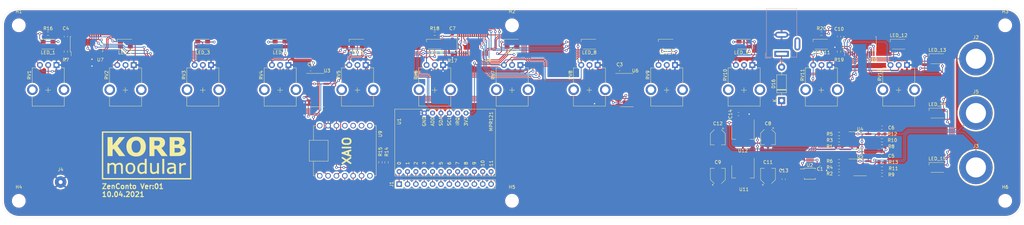
<source format=kicad_pcb>
(kicad_pcb (version 20171130) (host pcbnew "(5.1.9)-1")
  (layers (0 F.Cu signal) (31 B.Cu signal) (34 B.Paste user) (35 F.Paste user) (36 B.SilkS user) (37 F.SilkS user) (38 B.Mask user) (39 F.Mask user) (44 Edge.Cuts user))
  (net 0 "")
  (net 1 +3V3)
  (net 2 GND)
  (net 3 +10V)
  (net 4 /LED_1B)
  (net 5 /LED_1G)
  (net 6 /LED_1R)
  (net 7 /LED_7B)
  (net 8 /LED_7G)
  (net 9 /LED_7R)
  (net 10 /LED_2B)
  (net 11 /LED_2G)
  (net 12 /LED_2R)
  (net 13 /LED_8B)
  (net 14 /LED_8G)
  (net 15 /LED_8R)
  (net 16 /LED_3B)
  (net 17 /LED_3G)
  (net 18 /LED_3R)
  (net 19 /LED_9B)
  (net 20 /LED_9G)
  (net 21 /LED_9R)
  (net 22 /LED_4B)
  (net 23 /LED_4G)
  (net 24 /LED_4R)
  (net 25 /LED_10B)
  (net 26 /LED_10G)
  (net 27 /LED_10R)
  (net 28 /LED_5B)
  (net 29 /LED_5G)
  (net 30 /LED_5R)
  (net 31 /LED_11B)
  (net 32 /LED_11G)
  (net 33 /LED_11R)
  (net 34 /LED_6B)
  (net 35 /LED_6G)
  (net 36 /LED_6R)
  (net 37 /LED_12B)
  (net 38 /LED_12G)
  (net 39 /LED_12R)
  (net 40 "Net-(J1-Pad12)")
  (net 41 "Net-(J1-Pad11)")
  (net 42 "Net-(J1-Pad10)")
  (net 43 "Net-(J1-Pad9)")
  (net 44 "Net-(J1-Pad8)")
  (net 45 "Net-(J1-Pad7)")
  (net 46 "Net-(J1-Pad6)")
  (net 47 "Net-(J1-Pad5)")
  (net 48 "Net-(J1-Pad4)")
  (net 49 "Net-(J1-Pad3)")
  (net 50 "Net-(J1-Pad2)")
  (net 51 "Net-(J1-Pad1)")
  (net 52 "Net-(J2-Pad1)")
  (net 53 "Net-(J3-Pad1)")
  (net 54 "Net-(J5-Pad1)")
  (net 55 /VOUTC)
  (net 56 "Net-(R1-Pad1)")
  (net 57 /VOUTA)
  (net 58 "Net-(R2-Pad1)")
  (net 59 "Net-(R3-Pad1)")
  (net 60 "Net-(R4-Pad1)")
  (net 61 "Net-(R7-Pad2)")
  (net 62 /VOUTD)
  (net 63 "Net-(R8-Pad1)")
  (net 64 /VOUTB)
  (net 65 "Net-(R9-Pad1)")
  (net 66 "Net-(R10-Pad1)")
  (net 67 "Net-(R11-Pad1)")
  (net 68 /SCL)
  (net 69 /SDA)
  (net 70 "Net-(R16-Pad1)")
  (net 71 "Net-(R17-Pad2)")
  (net 72 "Net-(R18-Pad1)")
  (net 73 "Net-(R19-Pad2)")
  (net 74 "Net-(R20-Pad1)")
  (net 75 /Pot1)
  (net 76 /Pot7)
  (net 77 /Pot2)
  (net 78 /Pot8)
  (net 79 /Pot3)
  (net 80 /Pot9)
  (net 81 /Pot4)
  (net 82 /Pot10)
  (net 83 /Pot5)
  (net 84 /Pot11)
  (net 85 /Pot6)
  (net 86 /Pot12)
  (net 87 /LDAC)
  (net 88 /S0)
  (net 89 /S1)
  (net 90 /S2)
  (net 91 /Bank1)
  (net 92 /Mult)
  (net 93 /Bank2)
  (net 94 "Net-(C8-Pad1)")
  (net 95 "Net-(D16-Pad2)")
  (net 96 "Net-(R12-Pad1)")
  (net 97 /LED_13G)
  (net 98 /LED_13B)
  (net 99 /LED_13R)
  (net 100 /LED_14G)
  (net 101 /LED_14B)
  (net 102 /LED_14R)
  (net 103 /LED_15G)
  (net 104 /LED_15B)
  (net 105 /LED_15R)
  (module KiCad_Lib_Korb_Modular:Logo (layer F.Cu) (at 76.2 127.9525)
    (fp_text reference Ref** hide)
    (fp_text value Val** hide)
  )
  (module KiCad_Lib_Korb_Modular:RGBA_LED_3.2x2.8mm (layer F.Cu) (at 307.6575 118.745)
    (fp_text reference LED_15 (at 0 -2.65) (layer F.SilkS))
    (fp_text value RGBA_LED)
    (pad 4 smd rect (at -1.5 0.75) (size 1.5 1.1) (layers F.Cu F.Paste F.Mask) (net 103 /LED_15G))
    (pad 2 smd rect (at 1.5 0.75) (size 1.5 1.1) (layers F.Cu F.Paste F.Mask) (net 104 /LED_15B))
    (pad 1 smd rect (at 1.5 -0.75) (size 1.5 1.1) (layers F.Cu F.Paste F.Mask) (net 1 +3V3))
    (pad 3 smd rect (at -1.5 -0.75) (size 1.5 1.1) (layers F.Cu F.Paste F.Mask) (net 105 /LED_15R))
  )
  (module KiCad_Lib_Korb_Modular:RGBA_LED_3.2x2.8mm (layer F.Cu) (at 307.6575 102.235)
    (fp_text reference LED_14 (at 0 -2.65) (layer F.SilkS))
    (fp_text value RGBA_LED)
    (pad 4 smd rect (at -1.5 0.75) (size 1.5 1.1) (layers F.Cu F.Paste F.Mask) (net 100 /LED_14G))
    (pad 2 smd rect (at 1.5 0.75) (size 1.5 1.1) (layers F.Cu F.Paste F.Mask) (net 101 /LED_14B))
    (pad 1 smd rect (at 1.5 -0.75) (size 1.5 1.1) (layers F.Cu F.Paste F.Mask) (net 1 +3V3))
    (pad 3 smd rect (at -1.5 -0.75) (size 1.5 1.1) (layers F.Cu F.Paste F.Mask) (net 102 /LED_14R))
  )
  (module KiCad_Lib_Korb_Modular:RGBA_LED_3.2x2.8mm (layer F.Cu) (at 307.6575 85.725)
    (fp_text reference LED_13 (at 0 -2.65) (layer F.SilkS))
    (fp_text value RGBA_LED)
    (pad 4 smd rect (at -1.5 0.75) (size 1.5 1.1) (layers F.Cu F.Paste F.Mask) (net 97 /LED_13G))
    (pad 2 smd rect (at 1.5 0.75) (size 1.5 1.1) (layers F.Cu F.Paste F.Mask) (net 98 /LED_13B))
    (pad 1 smd rect (at 1.5 -0.75) (size 1.5 1.1) (layers F.Cu F.Paste F.Mask) (net 1 +3V3))
    (pad 3 smd rect (at -1.5 -0.75) (size 1.5 1.1) (layers F.Cu F.Paste F.Mask) (net 99 /LED_13R))
  )
  (module Connector_Wire:SolderWirePad_1x01_Drill1.2mm (layer F.Cu) (at 41.275 123.19)
    (fp_text reference J4 (at 0 -3.81) (layer F.SilkS))
    (fp_text value Conn_01x01_Female)
    (pad 1 thru_hole circle (at 0 0) (size 3.50012 3.50012) (drill 1.19888) (layers *.Cu *.Mask) (net 2 GND))
  )
  (module MountingHole:MountingHole_3.2mm_M3 (layer F.Cu) (at 328.295 128.905)
    (fp_text reference H6 (at 0 -4.2) (layer F.SilkS))
    (fp_text value MountingHole)
    (pad 1 np_thru_hole circle (at 0 0) (size 3.2 3.2) (drill 3.2) (layers *.Cu *.Mask))
  )
  (module MountingHole:MountingHole_3.2mm_M3 (layer F.Cu) (at 178.435 128.905)
    (fp_text reference H5 (at 0 -4.2) (layer F.SilkS))
    (fp_text value MountingHole)
    (pad 1 np_thru_hole circle (at 0 0) (size 3.2 3.2) (drill 3.2) (layers *.Cu *.Mask))
  )
  (module MountingHole:MountingHole_3.2mm_M3 (layer F.Cu) (at 28.575 128.905)
    (fp_text reference H4 (at 0 -4.2) (layer F.SilkS))
    (fp_text value MountingHole)
    (pad 1 np_thru_hole circle (at 0 0) (size 3.2 3.2) (drill 3.2) (layers *.Cu *.Mask))
  )
  (module MountingHole:MountingHole_3.2mm_M3 (layer F.Cu) (at 328.295 75.565)
    (fp_text reference H3 (at 0 -4.2) (layer F.SilkS))
    (fp_text value MountingHole)
    (pad 1 np_thru_hole circle (at 0 0) (size 3.2 3.2) (drill 3.2) (layers *.Cu *.Mask))
  )
  (module MountingHole:MountingHole_3.2mm_M3 (layer F.Cu) (at 178.435 75.565)
    (fp_text reference H2 (at 0 -4.2) (layer F.SilkS))
    (fp_text value MountingHole)
    (pad 1 np_thru_hole circle (at 0 0) (size 3.2 3.2) (drill 3.2) (layers *.Cu *.Mask))
  )
  (module MountingHole:MountingHole_3.2mm_M3 (layer F.Cu) (at 28.575 75.565)
    (fp_text reference H1 (at 0 -4.2) (layer F.SilkS))
    (fp_text value MountingHole)
    (pad 1 np_thru_hole circle (at 0 0) (size 3.2 3.2) (drill 3.2) (layers *.Cu *.Mask))
  )
  (module KiCad_Lib_Korb_Modular:RGBA_LED_3.2x2.8mm (layer F.Cu) (at 295.91 81.28)
    (fp_text reference LED_12 (at 0 -2.65) (layer F.SilkS))
    (fp_text value RGBA_LED)
    (pad 4 smd rect (at -1.5 0.75) (size 1.5 1.1) (layers F.Cu F.Paste F.Mask) (net 38 /LED_12G))
    (pad 2 smd rect (at 1.5 0.75) (size 1.5 1.1) (layers F.Cu F.Paste F.Mask) (net 37 /LED_12B))
    (pad 1 smd rect (at 1.5 -0.75) (size 1.5 1.1) (layers F.Cu F.Paste F.Mask) (net 1 +3V3))
    (pad 3 smd rect (at -1.5 -0.75) (size 1.5 1.1) (layers F.Cu F.Paste F.Mask) (net 39 /LED_12R))
  )
  (module KiCad_Lib_Korb_Modular:RGBA_LED_3.2x2.8mm (layer F.Cu) (at 154.94 81.28)
    (fp_text reference LED_6 (at 0.3175 2.54) (layer F.SilkS))
    (fp_text value RGBA_LED)
    (pad 4 smd rect (at -1.5 0.75) (size 1.5 1.1) (layers F.Cu F.Paste F.Mask) (net 35 /LED_6G))
    (pad 2 smd rect (at 1.5 0.75) (size 1.5 1.1) (layers F.Cu F.Paste F.Mask) (net 34 /LED_6B))
    (pad 1 smd rect (at 1.5 -0.75) (size 1.5 1.1) (layers F.Cu F.Paste F.Mask) (net 1 +3V3))
    (pad 3 smd rect (at -1.5 -0.75) (size 1.5 1.1) (layers F.Cu F.Paste F.Mask) (net 36 /LED_6R))
  )
  (module KiCad_Lib_Korb_Modular:RGBA_LED_3.2x2.8mm (layer F.Cu) (at 272.415 81.28)
    (fp_text reference LED_11 (at 0 2.54) (layer F.SilkS))
    (fp_text value RGBA_LED)
    (pad 4 smd rect (at -1.5 0.75) (size 1.5 1.1) (layers F.Cu F.Paste F.Mask) (net 32 /LED_11G))
    (pad 2 smd rect (at 1.5 0.75) (size 1.5 1.1) (layers F.Cu F.Paste F.Mask) (net 31 /LED_11B))
    (pad 1 smd rect (at 1.5 -0.75) (size 1.5 1.1) (layers F.Cu F.Paste F.Mask) (net 1 +3V3))
    (pad 3 smd rect (at -1.5 -0.75) (size 1.5 1.1) (layers F.Cu F.Paste F.Mask) (net 33 /LED_11R))
  )
  (module KiCad_Lib_Korb_Modular:RGBA_LED_3.2x2.8mm (layer F.Cu) (at 131.445 81.28)
    (fp_text reference LED_5 (at -0.3175 2.54) (layer F.SilkS))
    (fp_text value RGBA_LED)
    (pad 4 smd rect (at -1.5 0.75) (size 1.5 1.1) (layers F.Cu F.Paste F.Mask) (net 29 /LED_5G))
    (pad 2 smd rect (at 1.5 0.75) (size 1.5 1.1) (layers F.Cu F.Paste F.Mask) (net 28 /LED_5B))
    (pad 1 smd rect (at 1.5 -0.75) (size 1.5 1.1) (layers F.Cu F.Paste F.Mask) (net 1 +3V3))
    (pad 3 smd rect (at -1.5 -0.75) (size 1.5 1.1) (layers F.Cu F.Paste F.Mask) (net 30 /LED_5R))
  )
  (module KiCad_Lib_Korb_Modular:RGBA_LED_3.2x2.8mm (layer F.Cu) (at 248.92 81.28)
    (fp_text reference LED_10 (at -0.3175 2.54) (layer F.SilkS))
    (fp_text value RGBA_LED)
    (pad 4 smd rect (at -1.5 0.75) (size 1.5 1.1) (layers F.Cu F.Paste F.Mask) (net 26 /LED_10G))
    (pad 2 smd rect (at 1.5 0.75) (size 1.5 1.1) (layers F.Cu F.Paste F.Mask) (net 25 /LED_10B))
    (pad 1 smd rect (at 1.5 -0.75) (size 1.5 1.1) (layers F.Cu F.Paste F.Mask) (net 1 +3V3))
    (pad 3 smd rect (at -1.5 -0.75) (size 1.5 1.1) (layers F.Cu F.Paste F.Mask) (net 27 /LED_10R))
  )
  (module KiCad_Lib_Korb_Modular:RGBA_LED_3.2x2.8mm (layer F.Cu) (at 107.95 81.28)
    (fp_text reference LED_4 (at 0 2.54) (layer F.SilkS))
    (fp_text value RGBA_LED)
    (pad 4 smd rect (at -1.5 0.75) (size 1.5 1.1) (layers F.Cu F.Paste F.Mask) (net 23 /LED_4G))
    (pad 2 smd rect (at 1.5 0.75) (size 1.5 1.1) (layers F.Cu F.Paste F.Mask) (net 22 /LED_4B))
    (pad 1 smd rect (at 1.5 -0.75) (size 1.5 1.1) (layers F.Cu F.Paste F.Mask) (net 1 +3V3))
    (pad 3 smd rect (at -1.5 -0.75) (size 1.5 1.1) (layers F.Cu F.Paste F.Mask) (net 24 /LED_4R))
  )
  (module KiCad_Lib_Korb_Modular:RGBA_LED_3.2x2.8mm (layer F.Cu) (at 225.425 81.28)
    (fp_text reference LED_9 (at 0 2.54) (layer F.SilkS))
    (fp_text value RGBA_LED)
    (pad 4 smd rect (at -1.5 0.75) (size 1.5 1.1) (layers F.Cu F.Paste F.Mask) (net 20 /LED_9G))
    (pad 2 smd rect (at 1.5 0.75) (size 1.5 1.1) (layers F.Cu F.Paste F.Mask) (net 19 /LED_9B))
    (pad 1 smd rect (at 1.5 -0.75) (size 1.5 1.1) (layers F.Cu F.Paste F.Mask) (net 1 +3V3))
    (pad 3 smd rect (at -1.5 -0.75) (size 1.5 1.1) (layers F.Cu F.Paste F.Mask) (net 21 /LED_9R))
  )
  (module KiCad_Lib_Korb_Modular:RGBA_LED_3.2x2.8mm (layer F.Cu) (at 84.455 81.28)
    (fp_text reference LED_3 (at 0 2.54) (layer F.SilkS))
    (fp_text value RGBA_LED)
    (pad 4 smd rect (at -1.5 0.75) (size 1.5 1.1) (layers F.Cu F.Paste F.Mask) (net 17 /LED_3G))
    (pad 2 smd rect (at 1.5 0.75) (size 1.5 1.1) (layers F.Cu F.Paste F.Mask) (net 16 /LED_3B))
    (pad 1 smd rect (at 1.5 -0.75) (size 1.5 1.1) (layers F.Cu F.Paste F.Mask) (net 1 +3V3))
    (pad 3 smd rect (at -1.5 -0.75) (size 1.5 1.1) (layers F.Cu F.Paste F.Mask) (net 18 /LED_3R))
  )
  (module KiCad_Lib_Korb_Modular:RGBA_LED_3.2x2.8mm (layer F.Cu) (at 201.93 81.28)
    (fp_text reference LED_8 (at 0 2.54) (layer F.SilkS))
    (fp_text value RGBA_LED)
    (pad 4 smd rect (at -1.5 0.75) (size 1.5 1.1) (layers F.Cu F.Paste F.Mask) (net 14 /LED_8G))
    (pad 2 smd rect (at 1.5 0.75) (size 1.5 1.1) (layers F.Cu F.Paste F.Mask) (net 13 /LED_8B))
    (pad 1 smd rect (at 1.5 -0.75) (size 1.5 1.1) (layers F.Cu F.Paste F.Mask) (net 1 +3V3))
    (pad 3 smd rect (at -1.5 -0.75) (size 1.5 1.1) (layers F.Cu F.Paste F.Mask) (net 15 /LED_8R))
  )
  (module KiCad_Lib_Korb_Modular:RGBA_LED_3.2x2.8mm (layer F.Cu) (at 60.96 81.28)
    (fp_text reference LED_2 (at 0 2.54) (layer F.SilkS))
    (fp_text value RGBA_LED)
    (pad 4 smd rect (at -1.5 0.75) (size 1.5 1.1) (layers F.Cu F.Paste F.Mask) (net 11 /LED_2G))
    (pad 2 smd rect (at 1.5 0.75) (size 1.5 1.1) (layers F.Cu F.Paste F.Mask) (net 10 /LED_2B))
    (pad 1 smd rect (at 1.5 -0.75) (size 1.5 1.1) (layers F.Cu F.Paste F.Mask) (net 1 +3V3))
    (pad 3 smd rect (at -1.5 -0.75) (size 1.5 1.1) (layers F.Cu F.Paste F.Mask) (net 12 /LED_2R))
  )
  (module KiCad_Lib_Korb_Modular:RGBA_LED_3.2x2.8mm (layer F.Cu) (at 178.435 81.28)
    (fp_text reference LED_7 (at 0 2.54) (layer F.SilkS))
    (fp_text value RGBA_LED)
    (pad 4 smd rect (at -1.5 0.75) (size 1.5 1.1) (layers F.Cu F.Paste F.Mask) (net 8 /LED_7G))
    (pad 2 smd rect (at 1.5 0.75) (size 1.5 1.1) (layers F.Cu F.Paste F.Mask) (net 7 /LED_7B))
    (pad 1 smd rect (at 1.5 -0.75) (size 1.5 1.1) (layers F.Cu F.Paste F.Mask) (net 1 +3V3))
    (pad 3 smd rect (at -1.5 -0.75) (size 1.5 1.1) (layers F.Cu F.Paste F.Mask) (net 9 /LED_7R))
  )
  (module KiCad_Lib_Korb_Modular:RGBA_LED_3.2x2.8mm (layer F.Cu) (at 37.465 81.28)
    (fp_text reference LED_1 (at 0 2.54) (layer F.SilkS))
    (fp_text value RGBA_LED)
    (pad 4 smd rect (at -1.5 0.75) (size 1.5 1.1) (layers F.Cu F.Paste F.Mask) (net 5 /LED_1G))
    (pad 2 smd rect (at 1.5 0.75) (size 1.5 1.1) (layers F.Cu F.Paste F.Mask) (net 4 /LED_1B))
    (pad 1 smd rect (at 1.5 -0.75) (size 1.5 1.1) (layers F.Cu F.Paste F.Mask) (net 1 +3V3))
    (pad 3 smd rect (at -1.5 -0.75) (size 1.5 1.1) (layers F.Cu F.Paste F.Mask) (net 6 /LED_1R))
  )
  (module KiCad_Lib_Korb_Modular:Potentiometer_Alpha_RD901F-40-00D_Single_Vertical_CircularHoles (layer F.Cu) (at 295.91 95.25 270)
    (fp_text reference RV12 (at -4.572 5.715 90) (layer F.SilkS))
    (fp_text value R_POT)
    (pad 2 thru_hole circle (at -7.62 -0.04) (size 1.8 1.8) (drill 1) (layers *.Cu *.Mask) (net 86 /Pot12))
    (pad 3 thru_hole circle (at -7.62 2.46) (size 1.8 1.8) (drill 1) (layers *.Cu *.Mask) (net 1 +3V3))
    (pad "" thru_hole circle (at -0.12 4.76) (size 3.24 3.24) (drill 2) (layers *.Cu *.Mask))
    (pad "" thru_hole circle (at -0.12 -4.84) (size 3.24 3.24) (drill 2) (layers *.Cu *.Mask))
    (pad 1 thru_hole rect (at -7.62 -2.54) (size 1.8 1.8) (drill 1) (layers *.Cu *.Mask) (net 2 GND))
  )
  (module KiCad_Lib_Korb_Modular:Potentiometer_Alpha_RD901F-40-00D_Single_Vertical_CircularHoles (layer F.Cu) (at 107.95 95.25 270)
    (fp_text reference RV4 (at -4.572 5.715 90) (layer F.SilkS))
    (fp_text value R_POT)
    (pad 2 thru_hole circle (at -7.62 -0.04) (size 1.8 1.8) (drill 1) (layers *.Cu *.Mask) (net 81 /Pot4))
    (pad 3 thru_hole circle (at -7.62 2.46) (size 1.8 1.8) (drill 1) (layers *.Cu *.Mask) (net 1 +3V3))
    (pad "" thru_hole circle (at -0.12 4.76) (size 3.24 3.24) (drill 2) (layers *.Cu *.Mask))
    (pad "" thru_hole circle (at -0.12 -4.84) (size 3.24 3.24) (drill 2) (layers *.Cu *.Mask))
    (pad 1 thru_hole rect (at -7.62 -2.54) (size 1.8 1.8) (drill 1) (layers *.Cu *.Mask) (net 2 GND))
  )
  (module Connector_PinHeader_2.54mm:PinHeader_1x12_P2.54mm_Vertical (layer F.Cu) (at 144.145 123.825 90)
    (fp_text reference J1 (at 0 -2.33 90) (layer F.SilkS))
    (fp_text value Conn_01x12_Female)
    (pad 12 thru_hole oval (at 0 27.94 90) (size 1.7 1.7) (drill 1) (layers *.Cu *.Mask) (net 40 "Net-(J1-Pad12)"))
    (pad 11 thru_hole oval (at 0 25.4 90) (size 1.7 1.7) (drill 1) (layers *.Cu *.Mask) (net 41 "Net-(J1-Pad11)"))
    (pad 10 thru_hole oval (at 0 22.86 90) (size 1.7 1.7) (drill 1) (layers *.Cu *.Mask) (net 42 "Net-(J1-Pad10)"))
    (pad 9 thru_hole oval (at 0 20.32 90) (size 1.7 1.7) (drill 1) (layers *.Cu *.Mask) (net 43 "Net-(J1-Pad9)"))
    (pad 8 thru_hole oval (at 0 17.78 90) (size 1.7 1.7) (drill 1) (layers *.Cu *.Mask) (net 44 "Net-(J1-Pad8)"))
    (pad 7 thru_hole oval (at 0 15.24 90) (size 1.7 1.7) (drill 1) (layers *.Cu *.Mask) (net 45 "Net-(J1-Pad7)"))
    (pad 6 thru_hole oval (at 0 12.7 90) (size 1.7 1.7) (drill 1) (layers *.Cu *.Mask) (net 46 "Net-(J1-Pad6)"))
    (pad 5 thru_hole oval (at 0 10.16 90) (size 1.7 1.7) (drill 1) (layers *.Cu *.Mask) (net 47 "Net-(J1-Pad5)"))
    (pad 4 thru_hole oval (at 0 7.62 90) (size 1.7 1.7) (drill 1) (layers *.Cu *.Mask) (net 48 "Net-(J1-Pad4)"))
    (pad 3 thru_hole oval (at 0 5.08 90) (size 1.7 1.7) (drill 1) (layers *.Cu *.Mask) (net 49 "Net-(J1-Pad3)"))
    (pad 2 thru_hole oval (at 0 2.54 90) (size 1.7 1.7) (drill 1) (layers *.Cu *.Mask) (net 50 "Net-(J1-Pad2)"))
    (pad 1 thru_hole rect (at 0 0 90) (size 1.7 1.7) (drill 1) (layers *.Cu *.Mask) (net 51 "Net-(J1-Pad1)"))
  )
  (module Package_SO:TSSOP-28_4.4x9.7mm_P0.65mm (layer F.Cu) (at 49.16 81.275 90)
    (fp_text reference U7 (at -4.7675 4.18 180) (layer F.SilkS))
    (fp_text value TLC59116)
    (pad 28 smd roundrect (at 2.8625 -4.225 90) (size 1.475 0.4) (layers F.Cu F.Paste F.Mask) (net 1 +3V3))
    (pad 27 smd roundrect (at 2.8625 -3.575 90) (size 1.475 0.4) (layers F.Cu F.Paste F.Mask) (net 69 /SDA))
    (pad 26 smd roundrect (at 2.8625 -2.925 90) (size 1.475 0.4) (layers F.Cu F.Paste F.Mask) (net 68 /SCL))
    (pad 25 smd roundrect (at 2.8625 -2.275 90) (size 1.475 0.4) (layers F.Cu F.Paste F.Mask) (net 70 "Net-(R16-Pad1)"))
    (pad 24 smd roundrect (at 2.8625 -1.625 90) (size 1.475 0.4) (layers F.Cu F.Paste F.Mask) (net 2 GND))
    (pad 23 smd roundrect (at 2.8625 -0.975 90) (size 1.475 0.4) (layers F.Cu F.Paste F.Mask))
    (pad 22 smd roundrect (at 2.8625 -0.325 90) (size 1.475 0.4) (layers F.Cu F.Paste F.Mask) (net 29 /LED_5G))
    (pad 21 smd roundrect (at 2.8625 0.325 90) (size 1.475 0.4) (layers F.Cu F.Paste F.Mask) (net 28 /LED_5B))
    (pad 20 smd roundrect (at 2.8625 0.975 90) (size 1.475 0.4) (layers F.Cu F.Paste F.Mask) (net 30 /LED_5R))
    (pad 19 smd roundrect (at 2.8625 1.625 90) (size 1.475 0.4) (layers F.Cu F.Paste F.Mask) (net 2 GND))
    (pad 18 smd roundrect (at 2.8625 2.275 90) (size 1.475 0.4) (layers F.Cu F.Paste F.Mask) (net 23 /LED_4G))
    (pad 17 smd roundrect (at 2.8625 2.925 90) (size 1.475 0.4) (layers F.Cu F.Paste F.Mask) (net 22 /LED_4B))
    (pad 16 smd roundrect (at 2.8625 3.575 90) (size 1.475 0.4) (layers F.Cu F.Paste F.Mask) (net 24 /LED_4R))
    (pad 15 smd roundrect (at 2.8625 4.225 90) (size 1.475 0.4) (layers F.Cu F.Paste F.Mask) (net 17 /LED_3G))
    (pad 14 smd roundrect (at -2.8625 4.225 90) (size 1.475 0.4) (layers F.Cu F.Paste F.Mask) (net 16 /LED_3B))
    (pad 13 smd roundrect (at -2.8625 3.575 90) (size 1.475 0.4) (layers F.Cu F.Paste F.Mask) (net 18 /LED_3R))
    (pad 12 smd roundrect (at -2.8625 2.925 90) (size 1.475 0.4) (layers F.Cu F.Paste F.Mask) (net 11 /LED_2G))
    (pad 11 smd roundrect (at -2.8625 2.275 90) (size 1.475 0.4) (layers F.Cu F.Paste F.Mask) (net 10 /LED_2B))
    (pad 10 smd roundrect (at -2.8625 1.625 90) (size 1.475 0.4) (layers F.Cu F.Paste F.Mask) (net 2 GND))
    (pad 9 smd roundrect (at -2.8625 0.975 90) (size 1.475 0.4) (layers F.Cu F.Paste F.Mask) (net 12 /LED_2R))
    (pad 8 smd roundrect (at -2.8625 0.325 90) (size 1.475 0.4) (layers F.Cu F.Paste F.Mask) (net 5 /LED_1G))
    (pad 7 smd roundrect (at -2.8625 -0.325 90) (size 1.475 0.4) (layers F.Cu F.Paste F.Mask) (net 4 /LED_1B))
    (pad 6 smd roundrect (at -2.8625 -0.975 90) (size 1.475 0.4) (layers F.Cu F.Paste F.Mask) (net 6 /LED_1R))
    (pad 5 smd roundrect (at -2.8625 -1.625 90) (size 1.475 0.4) (layers F.Cu F.Paste F.Mask) (net 2 GND))
    (pad 4 smd roundrect (at -2.8625 -2.275 90) (size 1.475 0.4) (layers F.Cu F.Paste F.Mask) (net 2 GND))
    (pad 3 smd roundrect (at -2.8625 -2.925 90) (size 1.475 0.4) (layers F.Cu F.Paste F.Mask) (net 2 GND))
    (pad 2 smd roundrect (at -2.8625 -3.575 90) (size 1.475 0.4) (layers F.Cu F.Paste F.Mask) (net 2 GND))
    (pad 1 smd roundrect (at -2.8625 -4.225 90) (size 1.475 0.4) (layers F.Cu F.Paste F.Mask) (net 61 "Net-(R7-Pad2)"))
  )
  (module Package_TO_SOT_SMD:SOT-223-3_TabPin2 (layer F.Cu) (at 248.6025 108.2925 270)
    (fp_text reference U12 (at 5.3725 0 180) (layer F.SilkS))
    (fp_text value LM2937xMP)
    (pad 1 smd rect (at -3.15 -2.3 270) (size 2 1.5) (layers F.Cu F.Paste F.Mask) (net 94 "Net-(C8-Pad1)"))
    (pad 3 smd rect (at -3.15 2.3 270) (size 2 1.5) (layers F.Cu F.Paste F.Mask) (net 3 +10V))
    (pad 2 smd rect (at -3.15 0 270) (size 2 1.5) (layers F.Cu F.Paste F.Mask) (net 2 GND))
    (pad 2 smd rect (at 3.15 0 270) (size 2 3.8) (layers F.Cu F.Paste F.Mask) (net 2 GND))
  )
  (module Package_SO:TSSOP-28_4.4x9.7mm_P0.65mm (layer F.Cu) (at 284.155 81.285 90)
    (fp_text reference U10 (at -4.7575 3.8175 180) (layer F.SilkS))
    (fp_text value TLC59116)
    (pad 28 smd roundrect (at 2.8625 -4.225 90) (size 1.475 0.4) (layers F.Cu F.Paste F.Mask) (net 1 +3V3))
    (pad 27 smd roundrect (at 2.8625 -3.575 90) (size 1.475 0.4) (layers F.Cu F.Paste F.Mask) (net 69 /SDA))
    (pad 26 smd roundrect (at 2.8625 -2.925 90) (size 1.475 0.4) (layers F.Cu F.Paste F.Mask) (net 68 /SCL))
    (pad 25 smd roundrect (at 2.8625 -2.275 90) (size 1.475 0.4) (layers F.Cu F.Paste F.Mask) (net 74 "Net-(R20-Pad1)"))
    (pad 24 smd roundrect (at 2.8625 -1.625 90) (size 1.475 0.4) (layers F.Cu F.Paste F.Mask) (net 2 GND))
    (pad 23 smd roundrect (at 2.8625 -0.975 90) (size 1.475 0.4) (layers F.Cu F.Paste F.Mask))
    (pad 22 smd roundrect (at 2.8625 -0.325 90) (size 1.475 0.4) (layers F.Cu F.Paste F.Mask) (net 103 /LED_15G))
    (pad 21 smd roundrect (at 2.8625 0.325 90) (size 1.475 0.4) (layers F.Cu F.Paste F.Mask) (net 104 /LED_15B))
    (pad 20 smd roundrect (at 2.8625 0.975 90) (size 1.475 0.4) (layers F.Cu F.Paste F.Mask) (net 105 /LED_15R))
    (pad 19 smd roundrect (at 2.8625 1.625 90) (size 1.475 0.4) (layers F.Cu F.Paste F.Mask) (net 2 GND))
    (pad 18 smd roundrect (at 2.8625 2.275 90) (size 1.475 0.4) (layers F.Cu F.Paste F.Mask) (net 100 /LED_14G))
    (pad 17 smd roundrect (at 2.8625 2.925 90) (size 1.475 0.4) (layers F.Cu F.Paste F.Mask) (net 101 /LED_14B))
    (pad 16 smd roundrect (at 2.8625 3.575 90) (size 1.475 0.4) (layers F.Cu F.Paste F.Mask) (net 102 /LED_14R))
    (pad 15 smd roundrect (at 2.8625 4.225 90) (size 1.475 0.4) (layers F.Cu F.Paste F.Mask) (net 97 /LED_13G))
    (pad 14 smd roundrect (at -2.8625 4.225 90) (size 1.475 0.4) (layers F.Cu F.Paste F.Mask) (net 98 /LED_13B))
    (pad 13 smd roundrect (at -2.8625 3.575 90) (size 1.475 0.4) (layers F.Cu F.Paste F.Mask) (net 99 /LED_13R))
    (pad 12 smd roundrect (at -2.8625 2.925 90) (size 1.475 0.4) (layers F.Cu F.Paste F.Mask) (net 38 /LED_12G))
    (pad 11 smd roundrect (at -2.8625 2.275 90) (size 1.475 0.4) (layers F.Cu F.Paste F.Mask) (net 37 /LED_12B))
    (pad 10 smd roundrect (at -2.8625 1.625 90) (size 1.475 0.4) (layers F.Cu F.Paste F.Mask) (net 2 GND))
    (pad 9 smd roundrect (at -2.8625 0.975 90) (size 1.475 0.4) (layers F.Cu F.Paste F.Mask) (net 39 /LED_12R))
    (pad 8 smd roundrect (at -2.8625 0.325 90) (size 1.475 0.4) (layers F.Cu F.Paste F.Mask) (net 32 /LED_11G))
    (pad 7 smd roundrect (at -2.8625 -0.325 90) (size 1.475 0.4) (layers F.Cu F.Paste F.Mask) (net 31 /LED_11B))
    (pad 6 smd roundrect (at -2.8625 -0.975 90) (size 1.475 0.4) (layers F.Cu F.Paste F.Mask) (net 33 /LED_11R))
    (pad 5 smd roundrect (at -2.8625 -1.625 90) (size 1.475 0.4) (layers F.Cu F.Paste F.Mask) (net 2 GND))
    (pad 4 smd roundrect (at -2.8625 -2.275 90) (size 1.475 0.4) (layers F.Cu F.Paste F.Mask) (net 2 GND))
    (pad 3 smd roundrect (at -2.8625 -2.925 90) (size 1.475 0.4) (layers F.Cu F.Paste F.Mask) (net 1 +3V3))
    (pad 2 smd roundrect (at -2.8625 -3.575 90) (size 1.475 0.4) (layers F.Cu F.Paste F.Mask) (net 2 GND))
    (pad 1 smd roundrect (at -2.8625 -4.225 90) (size 1.475 0.4) (layers F.Cu F.Paste F.Mask) (net 73 "Net-(R19-Pad2)"))
  )
  (module KiCad_Lib_Korb_Modular:Xiao (layer F.Cu) (at 127.635 113.665 90)
    (fp_text reference U9 (at 5.08 10.795 90) (layer F.SilkS))
    (fp_text value Xiao)
    (fp_text user XAIO (at 0 0.635 270) (layer F.SilkS) (effects (font (size 2.5 2.5) (thickness 0.5))))
    (pad 14 thru_hole circle (at 7.62 -7.62 90) (size 1.7 1.7) (drill 1.1) (layers *.Cu *.Mask))
    (pad 13 thru_hole circle (at 7.62 -5.08 90) (size 1.7 1.7) (drill 1.1) (layers *.Cu *.Mask) (net 2 GND))
    (pad 12 thru_hole circle (at 7.62 -2.54 90) (size 1.7 1.7) (drill 1.1) (layers *.Cu *.Mask) (net 1 +3V3))
    (pad 11 thru_hole circle (at 7.62 0 90) (size 1.7 1.7) (drill 1.1) (layers *.Cu *.Mask))
    (pad 10 thru_hole circle (at 7.62 2.54 90) (size 1.7 1.7) (drill 1.1) (layers *.Cu *.Mask))
    (pad 9 thru_hole circle (at 7.62 5.08 90) (size 1.7 1.7) (drill 1.1) (layers *.Cu *.Mask))
    (pad 8 thru_hole circle (at 7.62 7.62 90) (size 1.7 1.7) (drill 1.1) (layers *.Cu *.Mask))
    (pad 7 thru_hole circle (at -7.62 7.62 90) (size 1.7 1.7) (drill 1.1) (layers *.Cu *.Mask))
    (pad 6 thru_hole circle (at -7.62 5.08 90) (size 1.7 1.7) (drill 1.1) (layers *.Cu *.Mask) (net 68 /SCL))
    (pad 5 thru_hole circle (at -7.62 2.54 90) (size 1.7 1.7) (drill 1.1) (layers *.Cu *.Mask) (net 69 /SDA))
    (pad 4 thru_hole circle (at -7.62 0 90) (size 1.7 1.7) (drill 1.1) (layers *.Cu *.Mask) (net 87 /LDAC))
    (pad 3 thru_hole circle (at -7.62 -2.54 90) (size 1.7 1.7) (drill 1.1) (layers *.Cu *.Mask) (net 93 /Bank2))
    (pad 2 thru_hole circle (at -7.62 -5.08 90) (size 1.7 1.7) (drill 1.1) (layers *.Cu *.Mask) (net 91 /Bank1))
    (pad 1 thru_hole circle (at -7.62 -7.62 90) (size 1.7 1.7) (drill 1.1) (layers *.Cu *.Mask) (net 92 /Mult))
  )
  (module Package_TO_SOT_SMD:SOT-223-3_TabPin2 (layer F.Cu) (at 248.6025 120.04 270)
    (fp_text reference U11 (at 5.3725 -0.3175 180) (layer F.SilkS))
    (fp_text value LM1117-3.3)
    (pad 1 smd rect (at -3.15 -2.3 270) (size 2 1.5) (layers F.Cu F.Paste F.Mask) (net 2 GND))
    (pad 3 smd rect (at -3.15 2.3 270) (size 2 1.5) (layers F.Cu F.Paste F.Mask) (net 94 "Net-(C8-Pad1)"))
    (pad 2 smd rect (at -3.15 0 270) (size 2 1.5) (layers F.Cu F.Paste F.Mask) (net 1 +3V3))
    (pad 2 smd rect (at 3.15 0 270) (size 2 3.8) (layers F.Cu F.Paste F.Mask) (net 1 +3V3))
  )
  (module Package_SO:TSSOP-28_4.4x9.7mm_P0.65mm (layer F.Cu) (at 166.6875 81.28 90)
    (fp_text reference U8 (at -4.7625 4.445 180) (layer F.SilkS))
    (fp_text value TLC59116)
    (pad 28 smd roundrect (at 2.8625 -4.225 90) (size 1.475 0.4) (layers F.Cu F.Paste F.Mask) (net 1 +3V3))
    (pad 27 smd roundrect (at 2.8625 -3.575 90) (size 1.475 0.4) (layers F.Cu F.Paste F.Mask) (net 69 /SDA))
    (pad 26 smd roundrect (at 2.8625 -2.925 90) (size 1.475 0.4) (layers F.Cu F.Paste F.Mask) (net 68 /SCL))
    (pad 25 smd roundrect (at 2.8625 -2.275 90) (size 1.475 0.4) (layers F.Cu F.Paste F.Mask) (net 72 "Net-(R18-Pad1)"))
    (pad 24 smd roundrect (at 2.8625 -1.625 90) (size 1.475 0.4) (layers F.Cu F.Paste F.Mask) (net 2 GND))
    (pad 23 smd roundrect (at 2.8625 -0.975 90) (size 1.475 0.4) (layers F.Cu F.Paste F.Mask))
    (pad 22 smd roundrect (at 2.8625 -0.325 90) (size 1.475 0.4) (layers F.Cu F.Paste F.Mask) (net 26 /LED_10G))
    (pad 21 smd roundrect (at 2.8625 0.325 90) (size 1.475 0.4) (layers F.Cu F.Paste F.Mask) (net 25 /LED_10B))
    (pad 20 smd roundrect (at 2.8625 0.975 90) (size 1.475 0.4) (layers F.Cu F.Paste F.Mask) (net 27 /LED_10R))
    (pad 19 smd roundrect (at 2.8625 1.625 90) (size 1.475 0.4) (layers F.Cu F.Paste F.Mask) (net 2 GND))
    (pad 18 smd roundrect (at 2.8625 2.275 90) (size 1.475 0.4) (layers F.Cu F.Paste F.Mask) (net 20 /LED_9G))
    (pad 17 smd roundrect (at 2.8625 2.925 90) (size 1.475 0.4) (layers F.Cu F.Paste F.Mask) (net 19 /LED_9B))
    (pad 16 smd roundrect (at 2.8625 3.575 90) (size 1.475 0.4) (layers F.Cu F.Paste F.Mask) (net 21 /LED_9R))
    (pad 15 smd roundrect (at 2.8625 4.225 90) (size 1.475 0.4) (layers F.Cu F.Paste F.Mask) (net 14 /LED_8G))
    (pad 14 smd roundrect (at -2.8625 4.225 90) (size 1.475 0.4) (layers F.Cu F.Paste F.Mask) (net 13 /LED_8B))
    (pad 13 smd roundrect (at -2.8625 3.575 90) (size 1.475 0.4) (layers F.Cu F.Paste F.Mask) (net 15 /LED_8R))
    (pad 12 smd roundrect (at -2.8625 2.925 90) (size 1.475 0.4) (layers F.Cu F.Paste F.Mask) (net 8 /LED_7G))
    (pad 11 smd roundrect (at -2.8625 2.275 90) (size 1.475 0.4) (layers F.Cu F.Paste F.Mask) (net 7 /LED_7B))
    (pad 10 smd roundrect (at -2.8625 1.625 90) (size 1.475 0.4) (layers F.Cu F.Paste F.Mask) (net 2 GND))
    (pad 9 smd roundrect (at -2.8625 0.975 90) (size 1.475 0.4) (layers F.Cu F.Paste F.Mask) (net 9 /LED_7R))
    (pad 8 smd roundrect (at -2.8625 0.325 90) (size 1.475 0.4) (layers F.Cu F.Paste F.Mask) (net 35 /LED_6G))
    (pad 7 smd roundrect (at -2.8625 -0.325 90) (size 1.475 0.4) (layers F.Cu F.Paste F.Mask) (net 34 /LED_6B))
    (pad 6 smd roundrect (at -2.8625 -0.975 90) (size 1.475 0.4) (layers F.Cu F.Paste F.Mask) (net 36 /LED_6R))
    (pad 5 smd roundrect (at -2.8625 -1.625 90) (size 1.475 0.4) (layers F.Cu F.Paste F.Mask) (net 2 GND))
    (pad 4 smd roundrect (at -2.8625 -2.275 90) (size 1.475 0.4) (layers F.Cu F.Paste F.Mask) (net 2 GND))
    (pad 3 smd roundrect (at -2.8625 -2.925 90) (size 1.475 0.4) (layers F.Cu F.Paste F.Mask) (net 2 GND))
    (pad 2 smd roundrect (at -2.8625 -3.575 90) (size 1.475 0.4) (layers F.Cu F.Paste F.Mask) (net 1 +3V3))
    (pad 1 smd roundrect (at -2.8625 -4.225 90) (size 1.475 0.4) (layers F.Cu F.Paste F.Mask) (net 71 "Net-(R17-Pad2)"))
  )
  (module Package_SO:SO-16_3.9x9.9mm_P1.27mm (layer F.Cu) (at 213.36 95.25)
    (fp_text reference U6 (at 2.54 -5.9) (layer F.SilkS))
    (fp_text value 4051)
    (pad 16 smd roundrect (at 2.575 -4.445) (size 1.75 0.6) (layers F.Cu F.Paste F.Mask) (net 1 +3V3))
    (pad 15 smd roundrect (at 2.575 -3.175) (size 1.75 0.6) (layers F.Cu F.Paste F.Mask) (net 80 /Pot9))
    (pad 14 smd roundrect (at 2.575 -1.905) (size 1.75 0.6) (layers F.Cu F.Paste F.Mask) (net 82 /Pot10))
    (pad 13 smd roundrect (at 2.575 -0.635) (size 1.75 0.6) (layers F.Cu F.Paste F.Mask) (net 84 /Pot11))
    (pad 12 smd roundrect (at 2.575 0.635) (size 1.75 0.6) (layers F.Cu F.Paste F.Mask) (net 86 /Pot12))
    (pad 11 smd roundrect (at 2.575 1.905) (size 1.75 0.6) (layers F.Cu F.Paste F.Mask) (net 88 /S0))
    (pad 10 smd roundrect (at 2.575 3.175) (size 1.75 0.6) (layers F.Cu F.Paste F.Mask) (net 89 /S1))
    (pad 9 smd roundrect (at 2.575 4.445) (size 1.75 0.6) (layers F.Cu F.Paste F.Mask) (net 90 /S2))
    (pad 8 smd roundrect (at -2.575 4.445) (size 1.75 0.6) (layers F.Cu F.Paste F.Mask) (net 2 GND))
    (pad 7 smd roundrect (at -2.575 3.175) (size 1.75 0.6) (layers F.Cu F.Paste F.Mask) (net 2 GND))
    (pad 6 smd roundrect (at -2.575 1.905) (size 1.75 0.6) (layers F.Cu F.Paste F.Mask) (net 93 /Bank2))
    (pad 5 smd roundrect (at -2.575 0.635) (size 1.75 0.6) (layers F.Cu F.Paste F.Mask))
    (pad 4 smd roundrect (at -2.575 -0.635) (size 1.75 0.6) (layers F.Cu F.Paste F.Mask))
    (pad 3 smd roundrect (at -2.575 -1.905) (size 1.75 0.6) (layers F.Cu F.Paste F.Mask) (net 92 /Mult))
    (pad 2 smd roundrect (at -2.575 -3.175) (size 1.75 0.6) (layers F.Cu F.Paste F.Mask))
    (pad 1 smd roundrect (at -2.575 -4.445) (size 1.75 0.6) (layers F.Cu F.Paste F.Mask))
  )
  (module Package_SO:SOIC-8_3.9x4.9mm_P1.27mm (layer F.Cu) (at 284.2275 118.745)
    (fp_text reference U5 (at 0 -3.4) (layer F.SilkS))
    (fp_text value LM358)
    (pad 8 smd roundrect (at 2.475 -1.905) (size 1.95 0.6) (layers F.Cu F.Paste F.Mask) (net 3 +10V))
    (pad 7 smd roundrect (at 2.475 -0.635) (size 1.95 0.6) (layers F.Cu F.Paste F.Mask) (net 54 "Net-(J5-Pad1)"))
    (pad 6 smd roundrect (at 2.475 0.635) (size 1.95 0.6) (layers F.Cu F.Paste F.Mask) (net 67 "Net-(R11-Pad1)"))
    (pad 5 smd roundrect (at 2.475 1.905) (size 1.95 0.6) (layers F.Cu F.Paste F.Mask) (net 65 "Net-(R9-Pad1)"))
    (pad 4 smd roundrect (at -2.475 1.905) (size 1.95 0.6) (layers F.Cu F.Paste F.Mask) (net 2 GND))
    (pad 3 smd roundrect (at -2.475 0.635) (size 1.95 0.6) (layers F.Cu F.Paste F.Mask) (net 58 "Net-(R2-Pad1)"))
    (pad 2 smd roundrect (at -2.475 -0.635) (size 1.95 0.6) (layers F.Cu F.Paste F.Mask) (net 60 "Net-(R4-Pad1)"))
    (pad 1 smd roundrect (at -2.475 -1.905) (size 1.95 0.6) (layers F.Cu F.Paste F.Mask) (net 53 "Net-(J3-Pad1)"))
  )
  (module Package_SO:SOIC-8_3.9x4.9mm_P1.27mm (layer F.Cu) (at 284.2275 110.49)
    (fp_text reference U4 (at 0 -3.4) (layer F.SilkS))
    (fp_text value LM358)
    (pad 8 smd roundrect (at 2.475 -1.905) (size 1.95 0.6) (layers F.Cu F.Paste F.Mask) (net 3 +10V))
    (pad 7 smd roundrect (at 2.475 -0.635) (size 1.95 0.6) (layers F.Cu F.Paste F.Mask) (net 96 "Net-(R12-Pad1)"))
    (pad 6 smd roundrect (at 2.475 0.635) (size 1.95 0.6) (layers F.Cu F.Paste F.Mask) (net 66 "Net-(R10-Pad1)"))
    (pad 5 smd roundrect (at 2.475 1.905) (size 1.95 0.6) (layers F.Cu F.Paste F.Mask) (net 63 "Net-(R8-Pad1)"))
    (pad 4 smd roundrect (at -2.475 1.905) (size 1.95 0.6) (layers F.Cu F.Paste F.Mask) (net 2 GND))
    (pad 3 smd roundrect (at -2.475 0.635) (size 1.95 0.6) (layers F.Cu F.Paste F.Mask) (net 56 "Net-(R1-Pad1)"))
    (pad 2 smd roundrect (at -2.475 -0.635) (size 1.95 0.6) (layers F.Cu F.Paste F.Mask) (net 59 "Net-(R3-Pad1)"))
    (pad 1 smd roundrect (at -2.475 -1.905) (size 1.95 0.6) (layers F.Cu F.Paste F.Mask) (net 52 "Net-(J2-Pad1)"))
  )
  (module Package_SO:SO-16_3.9x9.9mm_P1.27mm (layer F.Cu) (at 119.415 95.25)
    (fp_text reference U3 (at 2.8225 -5.9) (layer F.SilkS))
    (fp_text value 4051)
    (pad 16 smd roundrect (at 2.575 -4.445) (size 1.75 0.6) (layers F.Cu F.Paste F.Mask) (net 1 +3V3))
    (pad 15 smd roundrect (at 2.575 -3.175) (size 1.75 0.6) (layers F.Cu F.Paste F.Mask) (net 83 /Pot5))
    (pad 14 smd roundrect (at 2.575 -1.905) (size 1.75 0.6) (layers F.Cu F.Paste F.Mask) (net 85 /Pot6))
    (pad 13 smd roundrect (at 2.575 -0.635) (size 1.75 0.6) (layers F.Cu F.Paste F.Mask) (net 76 /Pot7))
    (pad 12 smd roundrect (at 2.575 0.635) (size 1.75 0.6) (layers F.Cu F.Paste F.Mask) (net 78 /Pot8))
    (pad 11 smd roundrect (at 2.575 1.905) (size 1.75 0.6) (layers F.Cu F.Paste F.Mask) (net 88 /S0))
    (pad 10 smd roundrect (at 2.575 3.175) (size 1.75 0.6) (layers F.Cu F.Paste F.Mask) (net 89 /S1))
    (pad 9 smd roundrect (at 2.575 4.445) (size 1.75 0.6) (layers F.Cu F.Paste F.Mask) (net 90 /S2))
    (pad 8 smd roundrect (at -2.575 4.445) (size 1.75 0.6) (layers F.Cu F.Paste F.Mask) (net 2 GND))
    (pad 7 smd roundrect (at -2.575 3.175) (size 1.75 0.6) (layers F.Cu F.Paste F.Mask) (net 2 GND))
    (pad 6 smd roundrect (at -2.575 1.905) (size 1.75 0.6) (layers F.Cu F.Paste F.Mask) (net 91 /Bank1))
    (pad 5 smd roundrect (at -2.575 0.635) (size 1.75 0.6) (layers F.Cu F.Paste F.Mask) (net 75 /Pot1))
    (pad 4 smd roundrect (at -2.575 -0.635) (size 1.75 0.6) (layers F.Cu F.Paste F.Mask) (net 77 /Pot2))
    (pad 3 smd roundrect (at -2.575 -1.905) (size 1.75 0.6) (layers F.Cu F.Paste F.Mask) (net 92 /Mult))
    (pad 2 smd roundrect (at -2.575 -3.175) (size 1.75 0.6) (layers F.Cu F.Paste F.Mask) (net 79 /Pot3))
    (pad 1 smd roundrect (at -2.575 -4.445) (size 1.75 0.6) (layers F.Cu F.Paste F.Mask) (net 81 /Pot4))
  )
  (module Package_SO:MSOP-10_3x3mm_P0.5mm (layer F.Cu) (at 268.9225 120.65)
    (fp_text reference U2 (at 0 -2.6) (layer F.SilkS))
    (fp_text value MCP4728)
    (pad 10 smd rect (at 2.2 -1) (size 1.4 0.3) (layers F.Cu F.Paste F.Mask) (net 2 GND))
    (pad 9 smd rect (at 2.2 -0.5) (size 1.4 0.3) (layers F.Cu F.Paste F.Mask) (net 62 /VOUTD))
    (pad 8 smd rect (at 2.2 0) (size 1.4 0.3) (layers F.Cu F.Paste F.Mask) (net 55 /VOUTC))
    (pad 7 smd rect (at 2.2 0.5) (size 1.4 0.3) (layers F.Cu F.Paste F.Mask) (net 64 /VOUTB))
    (pad 6 smd rect (at 2.2 1) (size 1.4 0.3) (layers F.Cu F.Paste F.Mask) (net 57 /VOUTA))
    (pad 5 smd rect (at -2.2 1) (size 1.4 0.3) (layers F.Cu F.Paste F.Mask))
    (pad 4 smd rect (at -2.2 0.5) (size 1.4 0.3) (layers F.Cu F.Paste F.Mask) (net 87 /LDAC))
    (pad 3 smd rect (at -2.2 0) (size 1.4 0.3) (layers F.Cu F.Paste F.Mask) (net 69 /SDA))
    (pad 2 smd rect (at -2.2 -0.5) (size 1.4 0.3) (layers F.Cu F.Paste F.Mask) (net 68 /SCL))
    (pad 1 smd rect (at -2.2 -1) (size 1.4 0.3) (layers F.Cu F.Paste F.Mask) (net 1 +3V3))
  )
  (module KiCad_Lib_Korb_Modular:MPR121 (layer F.Cu) (at 151.765 107.315 270)
    (fp_text reference U1 (at -2.54 7.62 90) (layer F.SilkS))
    (fp_text value MPR121)
    (fp_text user MPR121 (at -2.54 -20.32 90) (layer F.SilkS))
    (fp_text user 0 (at 10.16 7.62 90) (layer F.SilkS))
    (fp_text user 1 (at 10.16 5.08 90) (layer F.SilkS))
    (fp_text user 2 (at 10.16 2.54 90) (layer F.SilkS))
    (fp_text user 3 (at 10.16 0 90) (layer F.SilkS))
    (fp_text user 4 (at 10.16 -2.54 90) (layer F.SilkS))
    (fp_text user 5 (at 10.16 -5.08 90) (layer F.SilkS))
    (fp_text user 6 (at 10.16 -7.62 90) (layer F.SilkS))
    (fp_text user 7 (at 10.16 -10.16 90) (layer F.SilkS))
    (fp_text user 8 (at 10.16 -12.7 90) (layer F.SilkS))
    (fp_text user 9 (at 10.16 -15.24 90) (layer F.SilkS))
    (fp_text user 10 (at 10.16 -17.78 90) (layer F.SilkS))
    (fp_text user 11 (at 10.16 -20.32 90) (layer F.SilkS))
    (fp_text user GND (at -2.54 0 90) (layer F.SilkS))
    (fp_text user ADD (at -2.54 -2.54 90) (layer F.SilkS))
    (fp_text user SDA (at -2.54 -5.08 90) (layer F.SilkS))
    (fp_text user SCL (at -2.54 -7.62 90) (layer F.SilkS))
    (fp_text user IRQ (at -2.54 -10.16 90) (layer F.SilkS))
    (fp_text user 3V3 (at -2.54 -12.7 90) (layer F.SilkS))
    (pad 18 thru_hole circle (at -5.08 0 270) (size 1.524 1.524) (drill 0.762) (layers *.Cu *.Mask) (net 2 GND))
    (pad 17 thru_hole circle (at -5.08 -2.54 270) (size 1.524 1.524) (drill 0.762) (layers *.Cu *.Mask))
    (pad 16 thru_hole circle (at -5.08 -5.08 270) (size 1.524 1.524) (drill 0.762) (layers *.Cu *.Mask) (net 69 /SDA))
    (pad 15 thru_hole circle (at -5.08 -7.62 270) (size 1.524 1.524) (drill 0.762) (layers *.Cu *.Mask) (net 68 /SCL))
    (pad 14 thru_hole circle (at -5.08 -10.16 270) (size 1.524 1.524) (drill 0.762) (layers *.Cu *.Mask))
    (pad 13 thru_hole circle (at -5.08 -12.7 270) (size 1.524 1.524) (drill 0.762) (layers *.Cu *.Mask) (net 1 +3V3))
    (pad 12 thru_hole circle (at 12.7 -20.32 270) (size 1.524 1.524) (drill 0.762) (layers *.Cu *.Mask) (net 40 "Net-(J1-Pad12)"))
    (pad 11 thru_hole circle (at 12.7 -17.78 270) (size 1.524 1.524) (drill 0.762) (layers *.Cu *.Mask) (net 41 "Net-(J1-Pad11)"))
    (pad 10 thru_hole circle (at 12.7 -15.24 270) (size 1.524 1.524) (drill 0.762) (layers *.Cu *.Mask) (net 42 "Net-(J1-Pad10)"))
    (pad 9 thru_hole circle (at 12.7 -12.7 270) (size 1.524 1.524) (drill 0.762) (layers *.Cu *.Mask) (net 43 "Net-(J1-Pad9)"))
    (pad 8 thru_hole circle (at 12.7 -10.16 270) (size 1.524 1.524) (drill 0.762) (layers *.Cu *.Mask) (net 44 "Net-(J1-Pad8)"))
    (pad 7 thru_hole circle (at 12.7 -7.62 270) (size 1.524 1.524) (drill 0.762) (layers *.Cu *.Mask) (net 45 "Net-(J1-Pad7)"))
    (pad 6 thru_hole circle (at 12.7 -5.08 270) (size 1.524 1.524) (drill 0.762) (layers *.Cu *.Mask) (net 46 "Net-(J1-Pad6)"))
    (pad 5 thru_hole circle (at 12.7 -2.54 270) (size 1.524 1.524) (drill 0.762) (layers *.Cu *.Mask) (net 47 "Net-(J1-Pad5)"))
    (pad 4 thru_hole circle (at 12.7 0 270) (size 1.524 1.524) (drill 0.762) (layers *.Cu *.Mask) (net 48 "Net-(J1-Pad4)"))
    (pad 3 thru_hole circle (at 12.7 2.54 270) (size 1.524 1.524) (drill 0.762) (layers *.Cu *.Mask) (net 49 "Net-(J1-Pad3)"))
    (pad 2 thru_hole circle (at 12.7 5.08 270) (size 1.524 1.524) (drill 0.762) (layers *.Cu *.Mask) (net 50 "Net-(J1-Pad2)"))
    (pad 1 thru_hole circle (at 12.7 7.62 270) (size 1.524 1.524) (drill 0.762) (layers *.Cu *.Mask) (net 51 "Net-(J1-Pad1)"))
  )
  (module KiCad_Lib_Korb_Modular:Potentiometer_Alpha_RD901F-40-00D_Single_Vertical_CircularHoles (layer F.Cu) (at 272.415 95.25 270)
    (fp_text reference RV11 (at -4.572 5.715 90) (layer F.SilkS))
    (fp_text value R_POT)
    (pad 2 thru_hole circle (at -7.62 -0.04) (size 1.8 1.8) (drill 1) (layers *.Cu *.Mask) (net 84 /Pot11))
    (pad 3 thru_hole circle (at -7.62 2.46) (size 1.8 1.8) (drill 1) (layers *.Cu *.Mask) (net 1 +3V3))
    (pad "" thru_hole circle (at -0.12 4.76) (size 3.24 3.24) (drill 2) (layers *.Cu *.Mask))
    (pad "" thru_hole circle (at -0.12 -4.84) (size 3.24 3.24) (drill 2) (layers *.Cu *.Mask))
    (pad 1 thru_hole rect (at -7.62 -2.54) (size 1.8 1.8) (drill 1) (layers *.Cu *.Mask) (net 2 GND))
  )
  (module KiCad_Lib_Korb_Modular:Potentiometer_Alpha_RD901F-40-00D_Single_Vertical_CircularHoles (layer F.Cu) (at 248.92 95.25 270)
    (fp_text reference RV10 (at -4.572 5.715 90) (layer F.SilkS))
    (fp_text value R_POT)
    (pad 2 thru_hole circle (at -7.62 -0.04) (size 1.8 1.8) (drill 1) (layers *.Cu *.Mask) (net 82 /Pot10))
    (pad 3 thru_hole circle (at -7.62 2.46) (size 1.8 1.8) (drill 1) (layers *.Cu *.Mask) (net 1 +3V3))
    (pad "" thru_hole circle (at -0.12 4.76) (size 3.24 3.24) (drill 2) (layers *.Cu *.Mask))
    (pad "" thru_hole circle (at -0.12 -4.84) (size 3.24 3.24) (drill 2) (layers *.Cu *.Mask))
    (pad 1 thru_hole rect (at -7.62 -2.54) (size 1.8 1.8) (drill 1) (layers *.Cu *.Mask) (net 2 GND))
  )
  (module KiCad_Lib_Korb_Modular:Potentiometer_Alpha_RD901F-40-00D_Single_Vertical_CircularHoles (layer F.Cu) (at 225.425 95.25 270)
    (fp_text reference RV9 (at -4.572 5.715 90) (layer F.SilkS))
    (fp_text value R_POT)
    (pad 2 thru_hole circle (at -7.62 -0.04) (size 1.8 1.8) (drill 1) (layers *.Cu *.Mask) (net 80 /Pot9))
    (pad 3 thru_hole circle (at -7.62 2.46) (size 1.8 1.8) (drill 1) (layers *.Cu *.Mask) (net 1 +3V3))
    (pad "" thru_hole circle (at -0.12 4.76) (size 3.24 3.24) (drill 2) (layers *.Cu *.Mask))
    (pad "" thru_hole circle (at -0.12 -4.84) (size 3.24 3.24) (drill 2) (layers *.Cu *.Mask))
    (pad 1 thru_hole rect (at -7.62 -2.54) (size 1.8 1.8) (drill 1) (layers *.Cu *.Mask) (net 2 GND))
  )
  (module KiCad_Lib_Korb_Modular:Potentiometer_Alpha_RD901F-40-00D_Single_Vertical_CircularHoles (layer F.Cu) (at 201.93 95.25 270)
    (fp_text reference RV8 (at -4.572 5.715 90) (layer F.SilkS))
    (fp_text value R_POT)
    (pad 2 thru_hole circle (at -7.62 -0.04) (size 1.8 1.8) (drill 1) (layers *.Cu *.Mask) (net 78 /Pot8))
    (pad 3 thru_hole circle (at -7.62 2.46) (size 1.8 1.8) (drill 1) (layers *.Cu *.Mask) (net 1 +3V3))
    (pad "" thru_hole circle (at -0.12 4.76) (size 3.24 3.24) (drill 2) (layers *.Cu *.Mask))
    (pad "" thru_hole circle (at -0.12 -4.84) (size 3.24 3.24) (drill 2) (layers *.Cu *.Mask))
    (pad 1 thru_hole rect (at -7.62 -2.54) (size 1.8 1.8) (drill 1) (layers *.Cu *.Mask) (net 2 GND))
  )
  (module KiCad_Lib_Korb_Modular:Potentiometer_Alpha_RD901F-40-00D_Single_Vertical_CircularHoles (layer F.Cu) (at 178.435 95.25 270)
    (fp_text reference RV7 (at -4.572 5.715 90) (layer F.SilkS))
    (fp_text value R_POT)
    (pad 2 thru_hole circle (at -7.62 -0.04) (size 1.8 1.8) (drill 1) (layers *.Cu *.Mask) (net 76 /Pot7))
    (pad 3 thru_hole circle (at -7.62 2.46) (size 1.8 1.8) (drill 1) (layers *.Cu *.Mask) (net 1 +3V3))
    (pad "" thru_hole circle (at -0.12 4.76) (size 3.24 3.24) (drill 2) (layers *.Cu *.Mask))
    (pad "" thru_hole circle (at -0.12 -4.84) (size 3.24 3.24) (drill 2) (layers *.Cu *.Mask))
    (pad 1 thru_hole rect (at -7.62 -2.54) (size 1.8 1.8) (drill 1) (layers *.Cu *.Mask) (net 2 GND))
  )
  (module KiCad_Lib_Korb_Modular:Potentiometer_Alpha_RD901F-40-00D_Single_Vertical_CircularHoles (layer F.Cu) (at 154.94 95.25 270)
    (fp_text reference RV6 (at -4.572 5.715 90) (layer F.SilkS))
    (fp_text value R_POT)
    (pad 2 thru_hole circle (at -7.62 -0.04) (size 1.8 1.8) (drill 1) (layers *.Cu *.Mask) (net 85 /Pot6))
    (pad 3 thru_hole circle (at -7.62 2.46) (size 1.8 1.8) (drill 1) (layers *.Cu *.Mask) (net 1 +3V3))
    (pad "" thru_hole circle (at -0.12 4.76) (size 3.24 3.24) (drill 2) (layers *.Cu *.Mask))
    (pad "" thru_hole circle (at -0.12 -4.84) (size 3.24 3.24) (drill 2) (layers *.Cu *.Mask))
    (pad 1 thru_hole rect (at -7.62 -2.54) (size 1.8 1.8) (drill 1) (layers *.Cu *.Mask) (net 2 GND))
  )
  (module KiCad_Lib_Korb_Modular:Potentiometer_Alpha_RD901F-40-00D_Single_Vertical_CircularHoles (layer F.Cu) (at 131.445 95.25 270)
    (fp_text reference RV5 (at -4.572 5.715 90) (layer F.SilkS))
    (fp_text value R_POT)
    (pad 2 thru_hole circle (at -7.62 -0.04) (size 1.8 1.8) (drill 1) (layers *.Cu *.Mask) (net 83 /Pot5))
    (pad 3 thru_hole circle (at -7.62 2.46) (size 1.8 1.8) (drill 1) (layers *.Cu *.Mask) (net 1 +3V3))
    (pad "" thru_hole circle (at -0.12 4.76) (size 3.24 3.24) (drill 2) (layers *.Cu *.Mask))
    (pad "" thru_hole circle (at -0.12 -4.84) (size 3.24 3.24) (drill 2) (layers *.Cu *.Mask))
    (pad 1 thru_hole rect (at -7.62 -2.54) (size 1.8 1.8) (drill 1) (layers *.Cu *.Mask) (net 2 GND))
  )
  (module KiCad_Lib_Korb_Modular:Potentiometer_Alpha_RD901F-40-00D_Single_Vertical_CircularHoles (layer F.Cu) (at 84.455 95.25 270)
    (fp_text reference RV3 (at -4.572 5.715 90) (layer F.SilkS))
    (fp_text value R_POT)
    (pad 2 thru_hole circle (at -7.62 -0.04) (size 1.8 1.8) (drill 1) (layers *.Cu *.Mask) (net 75 /Pot1))
    (pad 3 thru_hole circle (at -7.62 2.46) (size 1.8 1.8) (drill 1) (layers *.Cu *.Mask) (net 1 +3V3))
    (pad "" thru_hole circle (at -0.12 4.76) (size 3.24 3.24) (drill 2) (layers *.Cu *.Mask))
    (pad "" thru_hole circle (at -0.12 -4.84) (size 3.24 3.24) (drill 2) (layers *.Cu *.Mask))
    (pad 1 thru_hole rect (at -7.62 -2.54) (size 1.8 1.8) (drill 1) (layers *.Cu *.Mask) (net 2 GND))
  )
  (module KiCad_Lib_Korb_Modular:Potentiometer_Alpha_RD901F-40-00D_Single_Vertical_CircularHoles (layer F.Cu) (at 60.96 95.25 270)
    (fp_text reference RV2 (at -4.572 5.715 90) (layer F.SilkS))
    (fp_text value R_POT)
    (pad 2 thru_hole circle (at -7.62 -0.04) (size 1.8 1.8) (drill 1) (layers *.Cu *.Mask) (net 77 /Pot2))
    (pad 3 thru_hole circle (at -7.62 2.46) (size 1.8 1.8) (drill 1) (layers *.Cu *.Mask) (net 1 +3V3))
    (pad "" thru_hole circle (at -0.12 4.76) (size 3.24 3.24) (drill 2) (layers *.Cu *.Mask))
    (pad "" thru_hole circle (at -0.12 -4.84) (size 3.24 3.24) (drill 2) (layers *.Cu *.Mask))
    (pad 1 thru_hole rect (at -7.62 -2.54) (size 1.8 1.8) (drill 1) (layers *.Cu *.Mask) (net 2 GND))
  )
  (module KiCad_Lib_Korb_Modular:Potentiometer_Alpha_RD901F-40-00D_Single_Vertical_CircularHoles (layer F.Cu) (at 37.465 95.25 270)
    (fp_text reference RV1 (at -4.572 5.715 90) (layer F.SilkS))
    (fp_text value R_POT)
    (pad 2 thru_hole circle (at -7.62 -0.04) (size 1.8 1.8) (drill 1) (layers *.Cu *.Mask) (net 79 /Pot3))
    (pad 3 thru_hole circle (at -7.62 2.46) (size 1.8 1.8) (drill 1) (layers *.Cu *.Mask) (net 1 +3V3))
    (pad "" thru_hole circle (at -0.12 4.76) (size 3.24 3.24) (drill 2) (layers *.Cu *.Mask))
    (pad "" thru_hole circle (at -0.12 -4.84) (size 3.24 3.24) (drill 2) (layers *.Cu *.Mask))
    (pad 1 thru_hole rect (at -7.62 -2.54) (size 1.8 1.8) (drill 1) (layers *.Cu *.Mask) (net 2 GND))
  )
  (module Resistor_SMD:R_0603_1608Metric_Pad0.98x0.95mm_HandSolder (layer F.Cu) (at 272.455 78.105 180)
    (fp_text reference R20 (at 0 1.5875) (layer F.SilkS))
    (fp_text value 10k)
    (pad 2 smd roundrect (at 0.9125 0 180) (size 0.975 0.95) (layers F.Cu F.Paste F.Mask) (net 1 +3V3))
    (pad 1 smd roundrect (at -0.9125 0 180) (size 0.975 0.95) (layers F.Cu F.Paste F.Mask) (net 74 "Net-(R20-Pad1)"))
  )
  (module Resistor_SMD:R_0603_1608Metric_Pad0.98x0.95mm_HandSolder (layer F.Cu) (at 277.8125 83.5425 270)
    (fp_text reference R19 (at 2.5 0 180) (layer F.SilkS))
    (fp_text value 920)
    (pad 2 smd roundrect (at 0.9125 0 270) (size 0.975 0.95) (layers F.Cu F.Paste F.Mask) (net 73 "Net-(R19-Pad2)"))
    (pad 1 smd roundrect (at -0.9125 0 270) (size 0.975 0.95) (layers F.Cu F.Paste F.Mask) (net 2 GND))
  )
  (module Resistor_SMD:R_0603_1608Metric_Pad0.98x0.95mm_HandSolder (layer F.Cu) (at 154.94 78.105 180)
    (fp_text reference R18 (at 0 1.5875) (layer F.SilkS))
    (fp_text value 10k)
    (pad 2 smd roundrect (at 0.9125 0 180) (size 0.975 0.95) (layers F.Cu F.Paste F.Mask) (net 1 +3V3))
    (pad 1 smd roundrect (at -0.9125 0 180) (size 0.975 0.95) (layers F.Cu F.Paste F.Mask) (net 72 "Net-(R18-Pad1)"))
  )
  (module Resistor_SMD:R_0603_1608Metric_Pad0.98x0.95mm_HandSolder (layer F.Cu) (at 160.3375 83.5025 90)
    (fp_text reference R17 (at -2.8575 0 180) (layer F.SilkS))
    (fp_text value 920)
    (pad 2 smd roundrect (at 0.9125 0 90) (size 0.975 0.95) (layers F.Cu F.Paste F.Mask) (net 71 "Net-(R17-Pad2)"))
    (pad 1 smd roundrect (at -0.9125 0 90) (size 0.975 0.95) (layers F.Cu F.Paste F.Mask) (net 2 GND))
  )
  (module Resistor_SMD:R_0603_1608Metric_Pad0.98x0.95mm_HandSolder (layer F.Cu) (at 37.425 78.105 180)
    (fp_text reference R16 (at -0.04 1.5875) (layer F.SilkS))
    (fp_text value 10k)
    (pad 2 smd roundrect (at 0.9125 0 180) (size 0.975 0.95) (layers F.Cu F.Paste F.Mask) (net 1 +3V3))
    (pad 1 smd roundrect (at -0.9125 0 180) (size 0.975 0.95) (layers F.Cu F.Paste F.Mask) (net 70 "Net-(R16-Pad1)"))
  )
  (module Resistor_SMD:R_0603_1608Metric_Pad0.98x0.95mm_HandSolder (layer F.Cu) (at 138.43 117.1975 270)
    (fp_text reference R15 (at -3.215 0 90) (layer F.SilkS))
    (fp_text value 4,7k)
    (pad 2 smd roundrect (at 0.9125 0 270) (size 0.975 0.95) (layers F.Cu F.Paste F.Mask) (net 69 /SDA))
    (pad 1 smd roundrect (at -0.9125 0 270) (size 0.975 0.95) (layers F.Cu F.Paste F.Mask) (net 1 +3V3))
  )
  (module Resistor_SMD:R_0603_1608Metric_Pad0.98x0.95mm_HandSolder (layer F.Cu) (at 140.335 117.1975 270)
    (fp_text reference R14 (at -3.175 0 90) (layer F.SilkS))
    (fp_text value 4,7k)
    (pad 2 smd roundrect (at 0.9125 0 270) (size 0.975 0.95) (layers F.Cu F.Paste F.Mask) (net 68 /SCL))
    (pad 1 smd roundrect (at -0.9125 0 270) (size 0.975 0.95) (layers F.Cu F.Paste F.Mask) (net 1 +3V3))
  )
  (module Resistor_SMD:R_0603_1608Metric_Pad0.98x0.95mm_HandSolder (layer F.Cu) (at 290.87 117.1575)
    (fp_text reference R13 (at 3.4525 0) (layer F.SilkS))
    (fp_text value 10k)
    (pad 2 smd roundrect (at 0.9125 0) (size 0.975 0.95) (layers F.Cu F.Paste F.Mask) (net 67 "Net-(R11-Pad1)"))
    (pad 1 smd roundrect (at -0.9125 0) (size 0.975 0.95) (layers F.Cu F.Paste F.Mask) (net 54 "Net-(J5-Pad1)"))
  )
  (module Resistor_SMD:R_0603_1608Metric_Pad0.98x0.95mm_HandSolder (layer F.Cu) (at 290.83 108.585)
    (fp_text reference R12 (at 3.175 0) (layer F.SilkS))
    (fp_text value 10k)
    (pad 2 smd roundrect (at 0.9125 0) (size 0.975 0.95) (layers F.Cu F.Paste F.Mask) (net 66 "Net-(R10-Pad1)"))
    (pad 1 smd roundrect (at -0.9125 0) (size 0.975 0.95) (layers F.Cu F.Paste F.Mask) (net 96 "Net-(R12-Pad1)"))
  )
  (module Resistor_SMD:R_0603_1608Metric_Pad0.98x0.95mm_HandSolder (layer F.Cu) (at 290.87 119.0625)
    (fp_text reference R11 (at 3.4525 0) (layer F.SilkS))
    (fp_text value 10k)
    (pad 2 smd roundrect (at 0.9125 0) (size 0.975 0.95) (layers F.Cu F.Paste F.Mask) (net 2 GND))
    (pad 1 smd roundrect (at -0.9125 0) (size 0.975 0.95) (layers F.Cu F.Paste F.Mask) (net 67 "Net-(R11-Pad1)"))
  )
  (module Resistor_SMD:R_0603_1608Metric_Pad0.98x0.95mm_HandSolder (layer F.Cu) (at 290.83 110.49)
    (fp_text reference R10 (at 3.175 0) (layer F.SilkS))
    (fp_text value 10k)
    (pad 2 smd roundrect (at 0.9125 0) (size 0.975 0.95) (layers F.Cu F.Paste F.Mask) (net 2 GND))
    (pad 1 smd roundrect (at -0.9125 0) (size 0.975 0.95) (layers F.Cu F.Paste F.Mask) (net 66 "Net-(R10-Pad1)"))
  )
  (module Resistor_SMD:R_0603_1608Metric_Pad0.98x0.95mm_HandSolder (layer F.Cu) (at 290.87 120.9675)
    (fp_text reference R9 (at 2.8175 0) (layer F.SilkS))
    (fp_text value 1)
    (pad 2 smd roundrect (at 0.9125 0) (size 0.975 0.95) (layers F.Cu F.Paste F.Mask) (net 64 /VOUTB))
    (pad 1 smd roundrect (at -0.9125 0) (size 0.975 0.95) (layers F.Cu F.Paste F.Mask) (net 65 "Net-(R9-Pad1)"))
  )
  (module Resistor_SMD:R_0603_1608Metric_Pad0.98x0.95mm_HandSolder (layer F.Cu) (at 290.87 112.395)
    (fp_text reference R8 (at 2.8175 0) (layer F.SilkS))
    (fp_text value 1)
    (pad 2 smd roundrect (at 0.9125 0) (size 0.975 0.95) (layers F.Cu F.Paste F.Mask) (net 62 /VOUTD))
    (pad 1 smd roundrect (at -0.9125 0) (size 0.975 0.95) (layers F.Cu F.Paste F.Mask) (net 63 "Net-(R8-Pad1)"))
  )
  (module Resistor_SMD:R_0603_1608Metric_Pad0.98x0.95mm_HandSolder (layer F.Cu) (at 42.8625 83.5425 90)
    (fp_text reference R7 (at -2.54 0 180) (layer F.SilkS))
    (fp_text value 920)
    (pad 2 smd roundrect (at 0.9125 0 90) (size 0.975 0.95) (layers F.Cu F.Paste F.Mask) (net 61 "Net-(R7-Pad2)"))
    (pad 1 smd roundrect (at -0.9125 0 90) (size 0.975 0.95) (layers F.Cu F.Paste F.Mask) (net 2 GND))
  )
  (module Resistor_SMD:R_0603_1608Metric_Pad0.98x0.95mm_HandSolder (layer F.Cu) (at 277.8125 116.84 180)
    (fp_text reference R6 (at 2.8575 0) (layer F.SilkS))
    (fp_text value 10k)
    (pad 2 smd roundrect (at 0.9125 0 180) (size 0.975 0.95) (layers F.Cu F.Paste F.Mask) (net 60 "Net-(R4-Pad1)"))
    (pad 1 smd roundrect (at -0.9125 0 180) (size 0.975 0.95) (layers F.Cu F.Paste F.Mask) (net 53 "Net-(J3-Pad1)"))
  )
  (module Resistor_SMD:R_0603_1608Metric_Pad0.98x0.95mm_HandSolder (layer F.Cu) (at 277.8125 108.585 180)
    (fp_text reference R5 (at 2.8575 0) (layer F.SilkS))
    (fp_text value 10k)
    (pad 2 smd roundrect (at 0.9125 0 180) (size 0.975 0.95) (layers F.Cu F.Paste F.Mask) (net 59 "Net-(R3-Pad1)"))
    (pad 1 smd roundrect (at -0.9125 0 180) (size 0.975 0.95) (layers F.Cu F.Paste F.Mask) (net 52 "Net-(J2-Pad1)"))
  )
  (module Resistor_SMD:R_0603_1608Metric_Pad0.98x0.95mm_HandSolder (layer F.Cu) (at 277.8125 118.745 180)
    (fp_text reference R4 (at 2.8575 0) (layer F.SilkS))
    (fp_text value 10k)
    (pad 2 smd roundrect (at 0.9125 0 180) (size 0.975 0.95) (layers F.Cu F.Paste F.Mask) (net 2 GND))
    (pad 1 smd roundrect (at -0.9125 0 180) (size 0.975 0.95) (layers F.Cu F.Paste F.Mask) (net 60 "Net-(R4-Pad1)"))
  )
  (module Resistor_SMD:R_0603_1608Metric_Pad0.98x0.95mm_HandSolder (layer F.Cu) (at 277.8125 110.49 180)
    (fp_text reference R3 (at 2.8575 0) (layer F.SilkS))
    (fp_text value 10k)
    (pad 2 smd roundrect (at 0.9125 0 180) (size 0.975 0.95) (layers F.Cu F.Paste F.Mask) (net 2 GND))
    (pad 1 smd roundrect (at -0.9125 0 180) (size 0.975 0.95) (layers F.Cu F.Paste F.Mask) (net 59 "Net-(R3-Pad1)"))
  )
  (module Resistor_SMD:R_0603_1608Metric_Pad0.98x0.95mm_HandSolder (layer F.Cu) (at 277.8125 120.65 180)
    (fp_text reference R2 (at 2.8575 0) (layer F.SilkS))
    (fp_text value 1)
    (pad 2 smd roundrect (at 0.9125 0 180) (size 0.975 0.95) (layers F.Cu F.Paste F.Mask) (net 57 /VOUTA))
    (pad 1 smd roundrect (at -0.9125 0 180) (size 0.975 0.95) (layers F.Cu F.Paste F.Mask) (net 58 "Net-(R2-Pad1)"))
  )
  (module Resistor_SMD:R_0603_1608Metric_Pad0.98x0.95mm_HandSolder (layer F.Cu) (at 277.8125 112.395 180)
    (fp_text reference R1 (at 2.8575 0) (layer F.SilkS))
    (fp_text value 1)
    (pad 2 smd roundrect (at 0.9125 0 180) (size 0.975 0.95) (layers F.Cu F.Paste F.Mask) (net 55 /VOUTC))
    (pad 1 smd roundrect (at -0.9125 0 180) (size 0.975 0.95) (layers F.Cu F.Paste F.Mask) (net 56 "Net-(R1-Pad1)"))
  )
  (module Connector_BarrelJack:BarrelJack_Wuerth_6941xx301002 (layer B.Cu) (at 260.35 84.2225)
    (fp_text reference J6 (at 0 2.5) (layer B.SilkS) (effects (justify mirror)))
    (fp_text value Barrel_Jack_Switch)
    (pad 1 thru_hole rect (at 0 0) (size 4.4 1.8) (drill oval 3.4 0.8) (layers *.Cu *.Mask) (net 95 "Net-(D16-Pad2)"))
    (pad 2 thru_hole oval (at 0 -5.8) (size 4 1.8) (drill oval 3 0.8) (layers *.Cu *.Mask) (net 2 GND))
    (pad 3 thru_hole oval (at 4.8 -3 270) (size 4 1.8) (drill oval 3 0.8) (layers *.Cu *.Mask))
  )
  (module Connector:Banana_Jack_1Pin (layer F.Cu) (at 319.405 102.235)
    (fp_text reference J5 (at 0 -6.5) (layer F.SilkS))
    (fp_text value Banana_Jack_4mm)
    (pad 1 thru_hole circle (at 0 0) (size 10.16 10.16) (drill 6.1) (layers *.Cu *.Mask) (net 54 "Net-(J5-Pad1)"))
  )
  (module Connector:Banana_Jack_1Pin (layer F.Cu) (at 319.405 118.745)
    (fp_text reference J3 (at 0 -6.5) (layer F.SilkS))
    (fp_text value Banana_Jack_4mm)
    (pad 1 thru_hole circle (at 0 0) (size 10.16 10.16) (drill 6.1) (layers *.Cu *.Mask) (net 53 "Net-(J3-Pad1)"))
  )
  (module Connector:Banana_Jack_1Pin (layer F.Cu) (at 319.405 85.725)
    (fp_text reference J2 (at 0 -6.5) (layer F.SilkS))
    (fp_text value Banana_Jack_4mm)
    (pad 1 thru_hole circle (at 0 0) (size 10.16 10.16) (drill 6.1) (layers *.Cu *.Mask) (net 52 "Net-(J2-Pad1)"))
  )
  (module Diode_THT:D_DO-41_SOD81_P10.16mm_Horizontal (layer F.Cu) (at 260.35 98.425 90)
    (fp_text reference D16 (at 5.08 -2.47 90) (layer F.SilkS))
    (fp_text value 1N4001)
    (fp_text user K (at 0 -2.1 90) (layer F.SilkS))
    (pad 2 thru_hole oval (at 10.16 0 90) (size 2.2 2.2) (drill 1.1) (layers *.Cu *.Mask) (net 95 "Net-(D16-Pad2)"))
    (pad 1 thru_hole rect (at 0 0 90) (size 2.2 2.2) (drill 1.1) (layers *.Cu *.Mask) (net 94 "Net-(C8-Pad1)"))
  )
  (module Capacitor_SMD:C_0603_1608Metric_Pad1.05x0.95mm_HandSolder (layer F.Cu) (at 277.8125 78.98 270)
    (fp_text reference C10 (at -2.3 0 180) (layer F.SilkS))
    (fp_text value 100n)
    (pad 2 smd roundrect (at 0.875 0 270) (size 1.05 0.95) (layers F.Cu F.Paste F.Mask) (net 1 +3V3))
    (pad 1 smd roundrect (at -0.875 0 270) (size 1.05 0.95) (layers F.Cu F.Paste F.Mask) (net 2 GND))
  )
  (module Capacitor_SMD:CP_Elec_4x5.4 (layer F.Cu) (at 240.9825 121.285 90)
    (fp_text reference C9 (at 4.1275 0 180) (layer F.SilkS))
    (fp_text value 22u)
    (pad 2 smd roundrect (at 1.8 0 90) (size 2.6 1.6) (layers F.Cu F.Paste F.Mask) (roundrect_rratio 0.15625) (net 2 GND))
    (pad 1 smd roundrect (at -1.8 0 90) (size 2.6 1.6) (layers F.Cu F.Paste F.Mask) (roundrect_rratio 0.15625) (net 94 "Net-(C8-Pad1)"))
  )
  (module Capacitor_SMD:C_0603_1608Metric_Pad1.05x0.95mm_HandSolder (layer F.Cu) (at 160.3375 78.98 90)
    (fp_text reference C7 (at 2.4625 0 180) (layer F.SilkS))
    (fp_text value 100n)
    (pad 2 smd roundrect (at 0.875 0 90) (size 1.05 0.95) (layers F.Cu F.Paste F.Mask) (net 1 +3V3))
    (pad 1 smd roundrect (at -0.875 0 90) (size 1.05 0.95) (layers F.Cu F.Paste F.Mask) (net 2 GND))
  )
  (module Capacitor_SMD:C_0603_1608Metric_Pad1.05x0.95mm_HandSolder (layer F.Cu) (at 290.83 106.68 180)
    (fp_text reference C6 (at -2.8575 0) (layer F.SilkS))
    (fp_text value 100nf)
    (pad 2 smd roundrect (at 0.875 0 180) (size 1.05 0.95) (layers F.Cu F.Paste F.Mask) (net 3 +10V))
    (pad 1 smd roundrect (at -0.875 0 180) (size 1.05 0.95) (layers F.Cu F.Paste F.Mask) (net 2 GND))
  )
  (module Capacitor_SMD:C_0603_1608Metric_Pad1.05x0.95mm_HandSolder (layer F.Cu) (at 247.255 102.5525 180)
    (fp_text reference C14 (at 2.4625 0 270) (layer F.SilkS))
    (fp_text value 100nf)
    (pad 2 smd roundrect (at 0.875 0 180) (size 1.05 0.95) (layers F.Cu F.Paste F.Mask) (net 3 +10V))
    (pad 1 smd roundrect (at -0.875 0 180) (size 1.05 0.95) (layers F.Cu F.Paste F.Mask) (net 2 GND))
  )
  (module Capacitor_SMD:C_0603_1608Metric_Pad1.05x0.95mm_HandSolder (layer F.Cu) (at 260.985 122.315 270)
    (fp_text reference C13 (at -2.6175 0 180) (layer F.SilkS))
    (fp_text value 100nf)
    (pad 2 smd roundrect (at 0.875 0 270) (size 1.05 0.95) (layers F.Cu F.Paste F.Mask) (net 1 +3V3))
    (pad 1 smd roundrect (at -0.875 0 270) (size 1.05 0.95) (layers F.Cu F.Paste F.Mask) (net 2 GND))
  )
  (module Capacitor_SMD:CP_Elec_4x5.4 (layer F.Cu) (at 240.9825 109.6425 270)
    (fp_text reference C12 (at -4.2325 0 180) (layer F.SilkS))
    (fp_text value 22u)
    (pad 2 smd roundrect (at 1.8 0 270) (size 2.6 1.6) (layers F.Cu F.Paste F.Mask) (roundrect_rratio 0.15625) (net 2 GND))
    (pad 1 smd roundrect (at -1.8 0 270) (size 2.6 1.6) (layers F.Cu F.Paste F.Mask) (roundrect_rratio 0.15625) (net 3 +10V))
  )
  (module Capacitor_SMD:CP_Elec_4x5.4 (layer F.Cu) (at 256.2225 121.285 90)
    (fp_text reference C11 (at 4.1275 0 180) (layer F.SilkS))
    (fp_text value 22u)
    (pad 2 smd roundrect (at 1.8 0 90) (size 2.6 1.6) (layers F.Cu F.Paste F.Mask) (roundrect_rratio 0.15625) (net 2 GND))
    (pad 1 smd roundrect (at -1.8 0 90) (size 2.6 1.6) (layers F.Cu F.Paste F.Mask) (roundrect_rratio 0.15625) (net 1 +3V3))
  )
  (module Capacitor_SMD:CP_Elec_4x5.4 (layer F.Cu) (at 256.2225 109.5375 270)
    (fp_text reference C8 (at -4.1275 0 180) (layer F.SilkS))
    (fp_text value 22u)
    (pad 2 smd roundrect (at 1.8 0 270) (size 2.6 1.6) (layers F.Cu F.Paste F.Mask) (roundrect_rratio 0.15625) (net 2 GND))
    (pad 1 smd roundrect (at -1.8 0 270) (size 2.6 1.6) (layers F.Cu F.Paste F.Mask) (roundrect_rratio 0.15625) (net 94 "Net-(C8-Pad1)"))
  )
  (module Capacitor_SMD:C_0603_1608Metric_Pad1.05x0.95mm_HandSolder (layer F.Cu) (at 290.7525 115.2525 180)
    (fp_text reference C5 (at -2.935 0) (layer F.SilkS))
    (fp_text value 100nf)
    (pad 2 smd roundrect (at 0.875 0 180) (size 1.05 0.95) (layers F.Cu F.Paste F.Mask) (net 3 +10V))
    (pad 1 smd roundrect (at -0.875 0 180) (size 1.05 0.95) (layers F.Cu F.Paste F.Mask) (net 2 GND))
  )
  (module Capacitor_SMD:C_0603_1608Metric_Pad1.05x0.95mm_HandSolder (layer F.Cu) (at 42.8625 78.98 90)
    (fp_text reference C4 (at 2.4625 0 180) (layer F.SilkS))
    (fp_text value 100n)
    (pad 2 smd roundrect (at 0.875 0 90) (size 1.05 0.95) (layers F.Cu F.Paste F.Mask) (net 1 +3V3))
    (pad 1 smd roundrect (at -0.875 0 90) (size 1.05 0.95) (layers F.Cu F.Paste F.Mask) (net 2 GND))
  )
  (module Capacitor_SMD:C_0603_1608Metric_Pad1.05x0.95mm_HandSolder (layer F.Cu) (at 211.1375 88.9)
    (fp_text reference C3 (at 0 -1.43) (layer F.SilkS))
    (fp_text value 100n)
    (pad 2 smd roundrect (at 0.875 0) (size 1.05 0.95) (layers F.Cu F.Paste F.Mask) (net 1 +3V3))
    (pad 1 smd roundrect (at -0.875 0) (size 1.05 0.95) (layers F.Cu F.Paste F.Mask) (net 2 GND))
  )
  (module Capacitor_SMD:C_0603_1608Metric_Pad1.05x0.95mm_HandSolder (layer F.Cu) (at 117.235 88.9)
    (fp_text reference C2 (at 0 -1.43) (layer F.SilkS))
    (fp_text value 100n)
    (pad 2 smd roundrect (at 0.875 0) (size 1.05 0.95) (layers F.Cu F.Paste F.Mask) (net 1 +3V3))
    (pad 1 smd roundrect (at -0.875 0) (size 1.05 0.95) (layers F.Cu F.Paste F.Mask) (net 2 GND))
  )
  (module Capacitor_SMD:C_0603_1608Metric_Pad1.05x0.95mm_HandSolder (layer F.Cu) (at 272.02 117.7925 180)
    (fp_text reference C1 (at 0 -1.43) (layer F.SilkS))
    (fp_text value 100n)
    (pad 2 smd roundrect (at 0.875 0 180) (size 1.05 0.95) (layers F.Cu F.Paste F.Mask) (net 1 +3V3))
    (pad 1 smd roundrect (at -0.875 0 180) (size 1.05 0.95) (layers F.Cu F.Paste F.Mask) (net 2 GND))
  )
  (gr_text "ZenConto Ver:01\n10.04.2021" (at 53.6575 125.73) (layer F.SilkS) (effects (font (size 1.5 1.5) (thickness 0.3)) (justify left)))
  (gr_line (start 333.375 75.488998) (end 333.451571 128.905) (layer Edge.Cuts) (width 0.05))
  (gr_arc (start 328.371002 128.905) (end 328.295 133.985) (angle -90.85713956) (layer Edge.Cuts) (width 0.05))
  (gr_arc (start 328.371002 75.488998) (end 333.375 75.488998) (angle -90) (layer Edge.Cuts) (width 0.05))
  (gr_arc (start 28.575 128.981002) (end 23.571002 128.981002) (angle -90) (layer Edge.Cuts) (width 0.05))
  (gr_line (start 23.571002 75.488998) (end 23.571002 128.981002) (layer Edge.Cuts) (width 0.05))
  (gr_line (start 28.575 133.985) (end 328.295 133.985) (layer Edge.Cuts) (width 0.05))
  (gr_line (start 28.575 70.485) (end 328.371002 70.485) (layer Edge.Cuts) (width 0.05))
  (gr_arc (start 28.575 75.488998) (end 28.575 70.485) (angle -90) (layer Edge.Cuts) (width 0.05))
  (segment (start 58.42 87.55) (end 58.5 87.63) (width 0.25) (layer B.Cu) (net 1))
  (segment (start 44.6275 78.105) (end 44.935 78.4125) (width 0.25) (layer F.Cu) (net 1))
  (segment (start 42.8625 78.105) (end 44.6275 78.105) (width 0.25) (layer F.Cu) (net 1))
  (segment (start 36.83 78.105) (end 36.83 78.4225) (width 0.25) (layer F.Cu) (net 1))
  (segment (start 154.0275 78.105) (end 152.0825 78.105) (width 0.25) (layer F.Cu) (net 1))
  (segment (start 152.0825 78.105) (end 151.765 78.4225) (width 0.25) (layer F.Cu) (net 1))
  (segment (start 151.765 78.4225) (end 151.765 81.5975) (width 0.25) (layer F.Cu) (net 1))
  (segment (start 151.765 81.5975) (end 152.1475 81.98) (width 0.25) (layer F.Cu) (net 1))
  (segment (start 162.15 78.105) (end 162.4625 78.4175) (width 0.25) (layer F.Cu) (net 1))
  (segment (start 154.0275 78.105) (end 154.0275 78.78) (width 0.25) (layer F.Cu) (net 1))
  (segment (start 159.53749 78.90501) (end 160.3375 78.105) (width 0.25) (layer F.Cu) (net 1))
  (segment (start 154.0275 78.78) (end 154.15251 78.90501) (width 0.25) (layer F.Cu) (net 1))
  (segment (start 198.5025 81.98) (end 198.5025 81.98) (width 0.25) (layer F.Cu) (net 1))
  (via (at 198.5025 81.98) (size 0.8) (drill 0.4) (layers F.Cu B.Cu) (net 1))
  (segment (start 163.1125 82.15) (end 163.1125 84.1425) (width 0.25) (layer F.Cu) (net 1))
  (segment (start 162.4625 81.5) (end 163.1125 82.15) (width 0.25) (layer F.Cu) (net 1))
  (segment (start 279.93 77.6825) (end 279.93 78.4225) (width 0.25) (layer F.Cu) (net 1))
  (segment (start 279.4 77.1525) (end 279.93 77.6825) (width 0.25) (layer F.Cu) (net 1))
  (segment (start 271.5425 78.105) (end 269.5575 78.105) (width 0.25) (layer F.Cu) (net 1))
  (segment (start 269.24 78.4225) (end 269.24 80.01) (width 0.25) (layer F.Cu) (net 1))
  (segment (start 269.5575 78.105) (end 269.24 78.4225) (width 0.25) (layer F.Cu) (net 1))
  (segment (start 269.24 80.01) (end 269.24 79.0575) (width 0.25) (layer F.Cu) (net 1))
  (segment (start 277.495 77.1525) (end 271.78 77.1525) (width 0.25) (layer F.Cu) (net 1))
  (segment (start 277.17609 77.1525) (end 277.495 77.1525) (width 0.25) (layer F.Cu) (net 1))
  (segment (start 271.5425 77.39) (end 271.5425 78.105) (width 0.25) (layer F.Cu) (net 1))
  (segment (start 271.78 77.1525) (end 271.5425 77.39) (width 0.25) (layer F.Cu) (net 1))
  (segment (start 42.8625 78.105) (end 41.91 77.1525) (width 0.25) (layer F.Cu) (net 1))
  (segment (start 41.91 77.1525) (end 36.83 77.1525) (width 0.25) (layer F.Cu) (net 1))
  (segment (start 36.5125 77.47) (end 36.5125 78.105) (width 0.25) (layer F.Cu) (net 1))
  (segment (start 36.83 77.1525) (end 36.5125 77.47) (width 0.25) (layer F.Cu) (net 1))
  (segment (start 162.4625 81.5) (end 161.925 80.9625) (width 0.25) (layer F.Cu) (net 1))
  (segment (start 161.925 80.9625) (end 161.925 79.375) (width 0.25) (layer F.Cu) (net 1))
  (segment (start 161.925 79.375) (end 161.925 78.105) (width 0.25) (layer F.Cu) (net 1))
  (segment (start 161.925 78.105) (end 162.15 78.105) (width 0.25) (layer F.Cu) (net 1))
  (segment (start 160.3375 78.105) (end 161.925 78.105) (width 0.25) (layer F.Cu) (net 1))
  (via (at 131.445 83.74) (size 0.8) (drill 0.4) (layers F.Cu B.Cu) (net 1))
  (segment (start 105.49 87.63) (end 105.41 87.55) (width 0.25) (layer F.Cu) (net 1))
  (segment (start 105.41 86.36) (end 105.225009 86.175008) (width 0.25) (layer F.Cu) (net 1))
  (segment (start 105.41 87.55) (end 105.41 86.36) (width 0.25) (layer F.Cu) (net 1))
  (segment (start 105.225009 86.175008) (end 82.417492 86.175008) (width 0.25) (layer F.Cu) (net 1))
  (segment (start 81.995 86.5975) (end 81.995 87.63) (width 0.25) (layer F.Cu) (net 1))
  (segment (start 82.417492 86.175008) (end 81.995 86.5975) (width 0.25) (layer F.Cu) (net 1))
  (segment (start 81.995 87.63) (end 81.995 87.075) (width 0.25) (layer F.Cu) (net 1))
  (segment (start 81.995 87.075) (end 81.095009 86.175008) (width 0.25) (layer F.Cu) (net 1))
  (segment (start 60.45751 86.17501) (end 60.457509 86.175008) (width 0.25) (layer F.Cu) (net 1))
  (segment (start 81.095009 86.175008) (end 81.095007 86.17501) (width 0.25) (layer F.Cu) (net 1))
  (segment (start 60.457509 86.175008) (end 58.922492 86.175008) (width 0.25) (layer F.Cu) (net 1))
  (segment (start 58.5 86.5975) (end 58.5 87.63) (width 0.25) (layer F.Cu) (net 1))
  (segment (start 58.922492 86.175008) (end 58.5 86.5975) (width 0.25) (layer F.Cu) (net 1))
  (via (at 38.735 89.535) (size 0.8) (drill 0.4) (layers F.Cu B.Cu) (net 1))
  (segment (start 35.8775 89.535) (end 35.005 88.6625) (width 0.25) (layer B.Cu) (net 1))
  (segment (start 35.005 88.6625) (end 35.005 87.63) (width 0.25) (layer B.Cu) (net 1))
  (segment (start 38.735 89.535) (end 35.8775 89.535) (width 0.25) (layer B.Cu) (net 1))
  (segment (start 121.99 88.195) (end 122.555 87.63) (width 0.25) (layer F.Cu) (net 1))
  (segment (start 125.095 103.8225) (end 125.095 106.045) (width 0.25) (layer F.Cu) (net 1))
  (segment (start 124.46 103.1875) (end 125.095 103.8225) (width 0.25) (layer F.Cu) (net 1))
  (segment (start 119.83001 102.36751) (end 120.65 103.1875) (width 0.25) (layer F.Cu) (net 1))
  (segment (start 119.83001 91.30749) (end 119.83001 102.36751) (width 0.25) (layer F.Cu) (net 1))
  (segment (start 120.3325 90.805) (end 119.83001 91.30749) (width 0.25) (layer F.Cu) (net 1))
  (segment (start 121.99 90.805) (end 120.3325 90.805) (width 0.25) (layer F.Cu) (net 1))
  (segment (start 222.462538 85.620038) (end 222.965 86.1225) (width 0.25) (layer F.Cu) (net 1))
  (segment (start 216.322462 85.620038) (end 222.462538 85.620038) (width 0.25) (layer F.Cu) (net 1))
  (segment (start 215.935 86.0075) (end 216.322462 85.620038) (width 0.25) (layer F.Cu) (net 1))
  (segment (start 281.23 81.99) (end 281.23 84.1475) (width 0.25) (layer F.Cu) (net 1))
  (segment (start 281.23 81.99) (end 278.84 81.99) (width 0.25) (layer F.Cu) (net 1))
  (segment (start 277.8125 80.9625) (end 277.8125 79.855) (width 0.25) (layer F.Cu) (net 1))
  (segment (start 278.84 81.99) (end 277.8125 80.9625) (width 0.25) (layer F.Cu) (net 1))
  (segment (start 278.765 78.9025) (end 277.8125 79.855) (width 0.25) (layer F.Cu) (net 1))
  (segment (start 278.765 77.1525) (end 278.765 78.9025) (width 0.25) (layer F.Cu) (net 1))
  (segment (start 277.495 77.1525) (end 278.765 77.1525) (width 0.25) (layer F.Cu) (net 1))
  (segment (start 278.765 77.1525) (end 279.4 77.1525) (width 0.25) (layer F.Cu) (net 1))
  (segment (start 269.875 91.7575) (end 269.875 91.7575) (width 0.25) (layer F.Cu) (net 1))
  (via (at 269.875 91.7575) (size 0.8) (drill 0.4) (layers F.Cu B.Cu) (net 1))
  (segment (start 269.955 91.6775) (end 269.875 91.7575) (width 0.25) (layer B.Cu) (net 1))
  (segment (start 269.955 87.63) (end 269.955 91.6775) (width 0.25) (layer B.Cu) (net 1))
  (segment (start 266.97 119.65) (end 266.7225 119.65) (width 0.25) (layer F.Cu) (net 1))
  (segment (start 266.994999 119.674999) (end 266.97 119.65) (width 0.25) (layer F.Cu) (net 1))
  (segment (start 267.675001 119.674999) (end 266.994999 119.674999) (width 0.25) (layer F.Cu) (net 1))
  (segment (start 268.074964 114.189401) (end 268.074962 119.275038) (width 0.25) (layer F.Cu) (net 1))
  (segment (start 268.074962 119.275038) (end 267.675001 119.674999) (width 0.25) (layer F.Cu) (net 1))
  (segment (start 199.47 91.6775) (end 199.47 87.63) (width 0.25) (layer B.Cu) (net 1))
  (segment (start 199.20501 91.94249) (end 199.47 91.6775) (width 0.25) (layer B.Cu) (net 1))
  (segment (start 188.7814 91.94249) (end 199.20501 91.94249) (width 0.25) (layer B.Cu) (net 1))
  (segment (start 188.565011 91.726101) (end 188.7814 91.94249) (width 0.25) (layer B.Cu) (net 1))
  (segment (start 188.565011 86.647511) (end 188.565011 91.726101) (width 0.25) (layer B.Cu) (net 1))
  (segment (start 187.96 86.0425) (end 188.565011 86.647511) (width 0.25) (layer B.Cu) (net 1))
  (segment (start 199.47 86.28) (end 200.129962 85.620038) (width 0.25) (layer F.Cu) (net 1))
  (segment (start 199.47 87.63) (end 199.47 86.28) (width 0.25) (layer F.Cu) (net 1))
  (segment (start 200.129962 85.620038) (end 222.462538 85.620038) (width 0.25) (layer F.Cu) (net 1))
  (segment (start 123.19 87.63) (end 128.985 87.63) (width 0.25) (layer F.Cu) (net 1))
  (segment (start 122.555 87.63) (end 123.19 87.63) (width 0.25) (layer F.Cu) (net 1))
  (segment (start 215.935 87.665) (end 215.935 86.0075) (width 0.25) (layer F.Cu) (net 1))
  (segment (start 215.9 88.9) (end 215.935 88.935) (width 0.25) (layer F.Cu) (net 1))
  (segment (start 212.0125 88.9) (end 215.9 88.9) (width 0.25) (layer F.Cu) (net 1))
  (segment (start 215.935 88.935) (end 215.935 87.665) (width 0.25) (layer F.Cu) (net 1))
  (segment (start 215.935 90.805) (end 215.935 88.935) (width 0.25) (layer F.Cu) (net 1))
  (segment (start 121.92 88.9) (end 121.99 88.83) (width 0.25) (layer F.Cu) (net 1))
  (segment (start 118.11 88.9) (end 121.92 88.9) (width 0.25) (layer F.Cu) (net 1))
  (segment (start 121.99 88.83) (end 121.99 88.195) (width 0.25) (layer F.Cu) (net 1))
  (segment (start 121.99 90.805) (end 121.99 88.83) (width 0.25) (layer F.Cu) (net 1))
  (segment (start 117.2375 86.1225) (end 118.11 86.995) (width 0.25) (layer B.Cu) (net 1))
  (segment (start 118.11 86.995) (end 118.11 86.995) (width 0.25) (layer B.Cu) (net 1))
  (via (at 118.11 86.995) (size 0.8) (drill 0.4) (layers F.Cu B.Cu) (net 1))
  (segment (start 118.11 88.9) (end 118.11 86.995) (width 0.25) (layer F.Cu) (net 1))
  (segment (start 271.145 117.7925) (end 271.145 116.5225) (width 0.25) (layer F.Cu) (net 1))
  (segment (start 271.145 116.5225) (end 271.145 116.5225) (width 0.25) (layer F.Cu) (net 1))
  (via (at 271.145 116.5225) (size 0.8) (drill 0.4) (layers F.Cu B.Cu) (net 1))
  (segment (start 271.145 116.5225) (end 267.6525 116.5225) (width 0.25) (layer B.Cu) (net 1))
  (segment (start 267.6525 116.5225) (end 266.7 117.475) (width 0.25) (layer B.Cu) (net 1))
  (segment (start 266.7 117.475) (end 266.7 117.475) (width 0.25) (layer B.Cu) (net 1))
  (via (at 266.7 117.475) (size 0.8) (drill 0.4) (layers F.Cu B.Cu) (net 1))
  (segment (start 266.7 119.6275) (end 266.7225 119.65) (width 0.25) (layer F.Cu) (net 1))
  (segment (start 266.7 117.475) (end 266.7 119.6275) (width 0.25) (layer F.Cu) (net 1))
  (segment (start 256.1175 123.19) (end 256.2225 123.085) (width 0.25) (layer F.Cu) (net 1))
  (segment (start 248.6025 123.19) (end 256.1175 123.19) (width 0.25) (layer F.Cu) (net 1))
  (segment (start 260.88 123.085) (end 260.985 123.19) (width 0.25) (layer F.Cu) (net 1))
  (segment (start 256.2225 123.085) (end 260.88 123.085) (width 0.25) (layer F.Cu) (net 1))
  (segment (start 248.6025 116.89) (end 248.6025 123.19) (width 0.25) (layer F.Cu) (net 1))
  (segment (start 157.31499 78.90501) (end 159.53749 78.90501) (width 0.25) (layer F.Cu) (net 1))
  (segment (start 174.702208 87.63) (end 174.517218 87.44501) (width 0.25) (layer F.Cu) (net 1))
  (segment (start 175.975 87.63) (end 174.702208 87.63) (width 0.25) (layer F.Cu) (net 1))
  (segment (start 174.517218 87.44501) (end 167.45501 87.44501) (width 0.25) (layer F.Cu) (net 1))
  (segment (start 167.45501 87.44501) (end 167.005 86.995) (width 0.25) (layer F.Cu) (net 1))
  (segment (start 167.005 86.995) (end 167.005 86.995) (width 0.25) (layer F.Cu) (net 1))
  (via (at 167.005 86.995) (size 0.8) (drill 0.4) (layers F.Cu B.Cu) (net 1))
  (segment (start 138.43 116.285) (end 140.335 116.285) (width 0.25) (layer F.Cu) (net 1))
  (segment (start 125.095 106.045) (end 125.095 107.247081) (width 0.25) (layer F.Cu) (net 1))
  (segment (start 125.095 107.247081) (end 125.095 118.745) (width 0.25) (layer F.Cu) (net 1))
  (segment (start 125.095 118.745) (end 125.095 118.745) (width 0.25) (layer F.Cu) (net 1))
  (via (at 125.095 118.745) (size 0.8) (drill 0.4) (layers F.Cu B.Cu) (net 1))
  (segment (start 125.095 118.745) (end 127 118.745) (width 0.25) (layer B.Cu) (net 1))
  (segment (start 127 118.745) (end 127.3175 118.745) (width 0.25) (layer B.Cu) (net 1))
  (segment (start 127.3175 118.745) (end 127.3175 118.745) (width 0.25) (layer B.Cu) (net 1))
  (via (at 127.3175 118.745) (size 0.8) (drill 0.4) (layers F.Cu B.Cu) (net 1))
  (segment (start 127.3175 118.745) (end 130.17359 118.745) (width 0.25) (layer F.Cu) (net 1))
  (segment (start 222.965 86.44) (end 222.965 87.63) (width 0.25) (layer F.Cu) (net 1))
  (segment (start 222.965 86.1225) (end 222.965 86.44) (width 0.25) (layer F.Cu) (net 1))
  (segment (start 135.027501 84.862501) (end 135.255 85.09) (width 0.25) (layer B.Cu) (net 1))
  (segment (start 135.255 85.09) (end 135.255 85.09) (width 0.25) (layer B.Cu) (net 1))
  (via (at 135.255 85.09) (size 0.8) (drill 0.4) (layers F.Cu B.Cu) (net 1))
  (segment (start 246.0625 87.63) (end 246.46 87.63) (width 0.25) (layer F.Cu) (net 1))
  (segment (start 245.11 86.6775) (end 246.0625 87.63) (width 0.25) (layer F.Cu) (net 1))
  (segment (start 244.87253 84.53503) (end 245.11 84.7725) (width 0.25) (layer F.Cu) (net 1))
  (segment (start 228.07278 85.620038) (end 229.15779 84.53503) (width 0.25) (layer F.Cu) (net 1))
  (segment (start 222.965 86.28) (end 223.624962 85.620038) (width 0.25) (layer F.Cu) (net 1))
  (segment (start 245.11 84.7725) (end 245.11 86.6775) (width 0.25) (layer F.Cu) (net 1))
  (segment (start 223.624962 85.620038) (end 228.07278 85.620038) (width 0.25) (layer F.Cu) (net 1))
  (segment (start 222.965 86.44) (end 222.965 86.28) (width 0.25) (layer F.Cu) (net 1))
  (segment (start 229.15779 84.53503) (end 244.71247 84.53503) (width 0.25) (layer F.Cu) (net 1))
  (segment (start 244.71247 84.53503) (end 244.87253 84.53503) (width 0.25) (layer F.Cu) (net 1))
  (segment (start 33.9725 86.5975) (end 35.005 87.63) (width 0.25) (layer F.Cu) (net 1))
  (segment (start 33.9725 78.4225) (end 33.9725 86.5975) (width 0.25) (layer F.Cu) (net 1))
  (segment (start 34.29 78.105) (end 33.9725 78.4225) (width 0.25) (layer F.Cu) (net 1))
  (segment (start 36.5125 78.105) (end 34.29 78.105) (width 0.25) (layer F.Cu) (net 1))
  (segment (start 38.965 80.53) (end 40.525 80.53) (width 0.25) (layer F.Cu) (net 1))
  (segment (start 40.525 80.53) (end 40.525 80.53) (width 0.25) (layer F.Cu) (net 1))
  (segment (start 40.525 80.53) (end 40.64 80.645) (width 0.25) (layer F.Cu) (net 1))
  (via (at 40.525 80.53) (size 0.8) (drill 0.4) (layers F.Cu B.Cu) (net 1))
  (segment (start 40.525 80.53) (end 35.7625 80.53) (width 0.25) (layer B.Cu) (net 1))
  (segment (start 35.7625 80.53) (end 34.925 79.6925) (width 0.25) (layer B.Cu) (net 1))
  (segment (start 34.925 79.6925) (end 34.925 78.105) (width 0.25) (layer B.Cu) (net 1))
  (segment (start 34.925 78.105) (end 34.925 78.105) (width 0.25) (layer B.Cu) (net 1))
  (via (at 34.925 78.105) (size 0.8) (drill 0.4) (layers F.Cu B.Cu) (net 1))
  (segment (start 63.95001 81.02001) (end 63.95001 86.17501) (width 0.25) (layer F.Cu) (net 1))
  (segment (start 63.46 80.53) (end 63.95001 81.02001) (width 0.25) (layer F.Cu) (net 1))
  (segment (start 62.46 80.53) (end 63.46 80.53) (width 0.25) (layer F.Cu) (net 1))
  (segment (start 63.95001 86.17501) (end 60.45751 86.17501) (width 0.25) (layer F.Cu) (net 1))
  (segment (start 81.095007 86.17501) (end 63.95001 86.17501) (width 0.25) (layer F.Cu) (net 1))
  (segment (start 81.995 87.63) (end 81.995 80.8825) (width 0.25) (layer B.Cu) (net 1))
  (segment (start 81.995 80.8825) (end 82.2325 80.645) (width 0.25) (layer B.Cu) (net 1))
  (segment (start 82.2325 80.645) (end 87.9475 80.645) (width 0.25) (layer B.Cu) (net 1))
  (segment (start 87.9475 80.645) (end 87.9475 80.645) (width 0.25) (layer B.Cu) (net 1))
  (via (at 87.9475 80.645) (size 0.8) (drill 0.4) (layers F.Cu B.Cu) (net 1))
  (segment (start 86.07 80.645) (end 85.955 80.53) (width 0.25) (layer F.Cu) (net 1))
  (segment (start 87.9475 80.645) (end 86.07 80.645) (width 0.25) (layer F.Cu) (net 1))
  (segment (start 109.722492 86.175008) (end 105.225009 86.175008) (width 0.25) (layer F.Cu) (net 1))
  (segment (start 111.30999 84.58751) (end 109.722492 86.175008) (width 0.25) (layer F.Cu) (net 1))
  (segment (start 111.30999 80.82999) (end 111.30999 84.58751) (width 0.25) (layer F.Cu) (net 1))
  (segment (start 111.01 80.53) (end 111.30999 80.82999) (width 0.25) (layer F.Cu) (net 1))
  (segment (start 109.45 80.53) (end 111.01 80.53) (width 0.25) (layer F.Cu) (net 1))
  (segment (start 105.49 86.7575) (end 106.125 86.1225) (width 0.25) (layer B.Cu) (net 1))
  (segment (start 105.49 87.63) (end 105.49 86.7575) (width 0.25) (layer B.Cu) (net 1))
  (segment (start 106.125 86.1225) (end 117.2375 86.1225) (width 0.25) (layer B.Cu) (net 1))
  (segment (start 132.945 80.53) (end 131.8775 80.53) (width 0.25) (layer F.Cu) (net 1))
  (segment (start 131.8775 80.53) (end 131.445 80.9625) (width 0.25) (layer F.Cu) (net 1))
  (segment (start 131.445 80.9625) (end 131.445 83.82) (width 0.25) (layer F.Cu) (net 1))
  (segment (start 128.985 85.507502) (end 129.630001 84.862501) (width 0.25) (layer B.Cu) (net 1))
  (segment (start 128.985 87.63) (end 128.985 85.507502) (width 0.25) (layer B.Cu) (net 1))
  (segment (start 131.535001 83.830001) (end 131.445 83.74) (width 0.25) (layer B.Cu) (net 1))
  (segment (start 131.535001 84.862501) (end 131.535001 83.830001) (width 0.25) (layer B.Cu) (net 1))
  (segment (start 129.630001 84.862501) (end 131.535001 84.862501) (width 0.25) (layer B.Cu) (net 1))
  (segment (start 131.535001 84.862501) (end 135.027501 84.862501) (width 0.25) (layer B.Cu) (net 1))
  (segment (start 152.172501 82.647503) (end 152.172501 82.005001) (width 0.25) (layer F.Cu) (net 1))
  (segment (start 152.48 82.9475) (end 152.472498 82.9475) (width 0.25) (layer F.Cu) (net 1))
  (segment (start 152.472498 82.9475) (end 152.172501 82.647503) (width 0.25) (layer F.Cu) (net 1))
  (segment (start 152.172501 82.005001) (end 151.765 81.5975) (width 0.25) (layer F.Cu) (net 1))
  (via (at 157.31499 78.90501) (size 0.8) (drill 0.4) (layers F.Cu B.Cu) (net 1))
  (segment (start 156.44 78.98252) (end 156.36249 78.90501) (width 0.25) (layer F.Cu) (net 1))
  (segment (start 156.36249 78.90501) (end 157.31499 78.90501) (width 0.25) (layer F.Cu) (net 1))
  (segment (start 154.15251 78.90501) (end 156.36249 78.90501) (width 0.25) (layer F.Cu) (net 1))
  (segment (start 135.75749 84.58751) (end 150.824508 84.58751) (width 0.25) (layer F.Cu) (net 1))
  (segment (start 135.255 85.09) (end 135.75749 84.58751) (width 0.25) (layer F.Cu) (net 1))
  (segment (start 150.824508 84.58751) (end 151.644498 85.4075) (width 0.25) (layer F.Cu) (net 1))
  (segment (start 152.4 85.4075) (end 152.48 85.4875) (width 0.25) (layer F.Cu) (net 1))
  (segment (start 151.644498 85.4075) (end 152.4 85.4075) (width 0.25) (layer F.Cu) (net 1))
  (segment (start 152.48 87.63) (end 152.48 85.4875) (width 0.25) (layer F.Cu) (net 1))
  (segment (start 152.48 85.4875) (end 152.48 82.9475) (width 0.25) (layer F.Cu) (net 1))
  (segment (start 156.44 80.53) (end 155.69 80.53) (width 0.25) (layer F.Cu) (net 1))
  (segment (start 155.69 80.53) (end 154.94 81.28) (width 0.25) (layer F.Cu) (net 1))
  (segment (start 154.94 81.28) (end 154.94 85.09) (width 0.25) (layer F.Cu) (net 1))
  (segment (start 154.94 85.09) (end 154.94 85.09) (width 0.25) (layer F.Cu) (net 1))
  (via (at 154.94 85.09) (size 0.8) (drill 0.4) (layers F.Cu B.Cu) (net 1))
  (segment (start 153.035 85.09) (end 154.94 85.09) (width 0.25) (layer B.Cu) (net 1))
  (segment (start 152.48 85.645) (end 153.035 85.09) (width 0.25) (layer B.Cu) (net 1))
  (segment (start 152.48 87.63) (end 152.48 85.645) (width 0.25) (layer B.Cu) (net 1))
  (segment (start 175.975 86.5975) (end 176.53 86.0425) (width 0.25) (layer B.Cu) (net 1))
  (segment (start 175.975 87.63) (end 175.975 86.5975) (width 0.25) (layer B.Cu) (net 1))
  (segment (start 176.53 86.0425) (end 187.96 86.0425) (width 0.25) (layer B.Cu) (net 1))
  (segment (start 180.935 80.53) (end 181.47749 81.07249) (width 0.25) (layer F.Cu) (net 1))
  (segment (start 179.935 80.53) (end 180.935 80.53) (width 0.25) (layer F.Cu) (net 1))
  (segment (start 181.47749 81.07249) (end 181.47749 84.90501) (width 0.25) (layer F.Cu) (net 1))
  (segment (start 181.47749 84.90501) (end 181.10751 85.27499) (width 0.25) (layer F.Cu) (net 1))
  (segment (start 178.33001 85.27499) (end 181.10751 85.27499) (width 0.25) (layer F.Cu) (net 1))
  (segment (start 175.975 87.63) (end 178.33001 85.27499) (width 0.25) (layer F.Cu) (net 1))
  (segment (start 203.43 80.53) (end 203.43 80.24) (width 0.25) (layer F.Cu) (net 1))
  (segment (start 198.5025 80.58) (end 198.5025 81.98) (width 0.25) (layer F.Cu) (net 1))
  (segment (start 203.43 79.73) (end 203.20751 79.50751) (width 0.25) (layer F.Cu) (net 1))
  (segment (start 203.43 80.53) (end 203.43 79.73) (width 0.25) (layer F.Cu) (net 1))
  (segment (start 198.5025 80.2625) (end 198.5025 81.98) (width 0.25) (layer F.Cu) (net 1))
  (segment (start 199.25749 79.50751) (end 198.5025 80.2625) (width 0.25) (layer F.Cu) (net 1))
  (segment (start 198.5025 86.6625) (end 199.47 87.63) (width 0.25) (layer B.Cu) (net 1))
  (segment (start 198.5025 81.98) (end 198.5025 86.6625) (width 0.25) (layer B.Cu) (net 1))
  (segment (start 226.19251 79.50751) (end 224.33999 79.50751) (width 0.25) (layer F.Cu) (net 1))
  (segment (start 226.925 80.24) (end 226.925 80.53) (width 0.25) (layer F.Cu) (net 1))
  (segment (start 226.19251 79.50751) (end 226.925 80.24) (width 0.25) (layer F.Cu) (net 1))
  (segment (start 203.01501 79.50751) (end 226.19251 79.50751) (width 0.25) (layer F.Cu) (net 1))
  (segment (start 203.20751 79.50751) (end 203.01501 79.50751) (width 0.25) (layer F.Cu) (net 1))
  (segment (start 203.01501 79.50751) (end 199.25749 79.50751) (width 0.25) (layer F.Cu) (net 1))
  (segment (start 250.42 80.53) (end 251.6625 80.53) (width 0.25) (layer F.Cu) (net 1))
  (segment (start 251.6625 80.53) (end 252.095 80.53) (width 0.25) (layer F.Cu) (net 1))
  (segment (start 252.095 80.53) (end 252.095 80.53) (width 0.25) (layer F.Cu) (net 1))
  (via (at 252.095 80.53) (size 0.8) (drill 0.4) (layers F.Cu B.Cu) (net 1))
  (segment (start 252.095 80.53) (end 252.095 84.455) (width 0.25) (layer B.Cu) (net 1))
  (segment (start 246.46 87.63) (end 246.46 86.28) (width 0.25) (layer B.Cu) (net 1))
  (segment (start 247.3325 85.4075) (end 251.1425 85.4075) (width 0.25) (layer B.Cu) (net 1))
  (segment (start 246.46 86.28) (end 247.3325 85.4075) (width 0.25) (layer B.Cu) (net 1))
  (segment (start 252.095 84.455) (end 251.1425 85.4075) (width 0.25) (layer B.Cu) (net 1))
  (segment (start 269.955 87.63) (end 269.955 85.33006) (width 0.25) (layer F.Cu) (net 1))
  (segment (start 272.915 80.53) (end 272.415 81.03) (width 0.25) (layer F.Cu) (net 1))
  (segment (start 273.915 80.53) (end 272.915 80.53) (width 0.25) (layer F.Cu) (net 1))
  (segment (start 272.415 81.03) (end 272.415 84.1375) (width 0.25) (layer F.Cu) (net 1))
  (segment (start 272.415 84.1375) (end 272.415 84.1375) (width 0.25) (layer F.Cu) (net 1))
  (via (at 272.415 84.1375) (size 0.8) (drill 0.4) (layers F.Cu B.Cu) (net 1))
  (segment (start 268.52497 84.53503) (end 268.36753 84.53503) (width 0.25) (layer F.Cu) (net 1))
  (segment (start 269.955 87.63) (end 269.955 84.6925) (width 0.25) (layer F.Cu) (net 1))
  (segment (start 269.79753 84.53503) (end 269.955 84.6925) (width 0.25) (layer F.Cu) (net 1))
  (segment (start 269.24 84.455) (end 269.15997 84.53503) (width 0.25) (layer F.Cu) (net 1))
  (segment (start 269.24 80.01) (end 269.24 84.455) (width 0.25) (layer F.Cu) (net 1))
  (segment (start 269.15997 84.53503) (end 269.79753 84.53503) (width 0.25) (layer F.Cu) (net 1))
  (segment (start 268.36753 84.53503) (end 269.15997 84.53503) (width 0.25) (layer F.Cu) (net 1))
  (segment (start 269.955 84.6925) (end 269.955 84.6925) (width 0.25) (layer F.Cu) (net 1))
  (via (at 269.955 84.6925) (size 0.8) (drill 0.4) (layers F.Cu B.Cu) (net 1))
  (segment (start 269.955 84.6925) (end 269.955 84.375) (width 0.25) (layer B.Cu) (net 1))
  (segment (start 270.1925 84.1375) (end 272.415 84.1375) (width 0.25) (layer B.Cu) (net 1))
  (segment (start 269.955 84.375) (end 270.1925 84.1375) (width 0.25) (layer B.Cu) (net 1))
  (via (at 281.23 81.99) (size 0.8) (drill 0.4) (layers F.Cu B.Cu) (net 1))
  (segment (start 292.4175 86.5975) (end 293.45 87.63) (width 0.25) (layer B.Cu) (net 1))
  (segment (start 292.4175 84.455) (end 295.91 84.455) (width 0.25) (layer B.Cu) (net 1))
  (segment (start 292.4175 84.455) (end 292.4175 86.5975) (width 0.25) (layer B.Cu) (net 1))
  (segment (start 297.41 80.53) (end 296.3425 80.53) (width 0.25) (layer F.Cu) (net 1))
  (segment (start 296.3425 80.53) (end 295.91 80.9625) (width 0.25) (layer F.Cu) (net 1))
  (segment (start 295.91 80.9625) (end 295.91 84.455) (width 0.25) (layer F.Cu) (net 1))
  (segment (start 295.91 84.455) (end 295.91 84.455) (width 0.25) (layer F.Cu) (net 1))
  (via (at 295.91 84.455) (size 0.8) (drill 0.4) (layers F.Cu B.Cu) (net 1))
  (segment (start 254.87247 84.53503) (end 244.71247 84.53503) (width 0.25) (layer F.Cu) (net 1))
  (segment (start 256.8575 82.55) (end 254.87247 84.53503) (width 0.25) (layer F.Cu) (net 1))
  (segment (start 263.36494 82.55) (end 256.8575 82.55) (width 0.25) (layer F.Cu) (net 1))
  (segment (start 265.34997 84.53503) (end 263.36494 82.55) (width 0.25) (layer F.Cu) (net 1))
  (segment (start 268.36753 84.53503) (end 265.34997 84.53503) (width 0.25) (layer F.Cu) (net 1))
  (segment (start 266.405001 119.674999) (end 264.814681 119.674999) (width 0.25) (layer F.Cu) (net 1))
  (segment (start 266.43 119.65) (end 266.405001 119.674999) (width 0.25) (layer F.Cu) (net 1))
  (segment (start 266.7225 119.65) (end 266.43 119.65) (width 0.25) (layer F.Cu) (net 1))
  (segment (start 264.814681 119.674999) (end 263.259982 121.2297) (width 0.25) (layer F.Cu) (net 1))
  (segment (start 262.89 123.19) (end 260.985 123.19) (width 0.25) (layer F.Cu) (net 1))
  (segment (start 263.259982 122.820018) (end 262.89 123.19) (width 0.25) (layer F.Cu) (net 1))
  (segment (start 263.259982 121.2297) (end 263.259982 122.820018) (width 0.25) (layer F.Cu) (net 1))
  (segment (start 132.63359 116.285) (end 130.333045 118.585545) (width 0.25) (layer F.Cu) (net 1))
  (segment (start 138.43 116.285) (end 132.63359 116.285) (width 0.25) (layer F.Cu) (net 1))
  (segment (start 130.333045 118.585545) (end 131.2586 117.65999) (width 0.25) (layer F.Cu) (net 1))
  (segment (start 130.17359 118.745) (end 130.333045 118.585545) (width 0.25) (layer F.Cu) (net 1))
  (segment (start 167.005 101.6) (end 166.37 102.235) (width 0.25) (layer B.Cu) (net 1))
  (segment (start 167.005 86.995) (end 167.005 101.6) (width 0.25) (layer B.Cu) (net 1))
  (segment (start 164.465 102.235) (end 166.37 102.235) (width 0.25) (layer B.Cu) (net 1))
  (segment (start 120.65 103.1875) (end 124.46 103.1875) (width 0.25) (layer F.Cu) (net 1))
  (segment (start 172.085 87.63) (end 175.975 87.63) (width 0.25) (layer B.Cu) (net 1))
  (segment (start 171.45 86.995) (end 172.085 87.63) (width 0.25) (layer B.Cu) (net 1))
  (segment (start 171.45 79.6925) (end 171.45 86.995) (width 0.25) (layer B.Cu) (net 1))
  (segment (start 170.66251 78.90501) (end 171.45 79.6925) (width 0.25) (layer B.Cu) (net 1))
  (segment (start 157.31499 78.90501) (end 170.66251 78.90501) (width 0.25) (layer B.Cu) (net 1))
  (segment (start 38.735 89.535) (end 38.735 89.535) (width 0.25) (layer F.Cu) (net 1))
  (segment (start 58.5 87.63) (end 52.705 87.63) (width 0.25) (layer F.Cu) (net 1))
  (segment (start 52.705 87.63) (end 51.662499 88.672501) (width 0.25) (layer F.Cu) (net 1))
  (segment (start 51.662499 88.672501) (end 50.255001 88.672501) (width 0.25) (layer F.Cu) (net 1))
  (segment (start 50.255001 88.672501) (end 50.060037 88.477537) (width 0.25) (layer F.Cu) (net 1))
  (segment (start 48.895 88.477537) (end 42.014963 88.477537) (width 0.25) (layer F.Cu) (net 1))
  (segment (start 50.060037 88.477537) (end 48.895 88.477537) (width 0.25) (layer F.Cu) (net 1))
  (segment (start 42.014963 88.477537) (end 40.9575 89.535) (width 0.25) (layer F.Cu) (net 1))
  (segment (start 40.9575 89.535) (end 38.735 89.535) (width 0.25) (layer F.Cu) (net 1))
  (segment (start 281.23 80.810001) (end 281.23 81.99) (width 0.25) (layer B.Cu) (net 1))
  (segment (start 281.395001 80.645) (end 281.23 80.810001) (width 0.25) (layer B.Cu) (net 1))
  (segment (start 291.7825 80.645) (end 281.395001 80.645) (width 0.25) (layer B.Cu) (net 1))
  (segment (start 292.4175 81.28) (end 291.7825 80.645) (width 0.25) (layer B.Cu) (net 1))
  (segment (start 292.4175 84.455) (end 292.4175 81.28) (width 0.25) (layer B.Cu) (net 1))
  (segment (start 293.45 87.63) (end 293.45 89.16499) (width 0.25) (layer B.Cu) (net 1))
  (segment (start 293.45 89.16499) (end 293.6875 89.40249) (width 0.25) (layer B.Cu) (net 1))
  (segment (start 293.6875 89.40249) (end 302.07501 89.40249) (width 0.25) (layer B.Cu) (net 1))
  (segment (start 302.07501 89.40249) (end 302.5775 88.9) (width 0.25) (layer B.Cu) (net 1))
  (segment (start 302.5775 88.9) (end 302.5775 88.5825) (width 0.25) (layer B.Cu) (net 1))
  (segment (start 302.5775 88.5825) (end 302.5775 88.265) (width 0.25) (layer B.Cu) (net 1))
  (via (at 302.5775 88.5825) (size 0.8) (drill 0.4) (layers F.Cu B.Cu) (net 1))
  (segment (start 309.1575 84.975) (end 308.4075 84.975) (width 0.25) (layer F.Cu) (net 1))
  (segment (start 308.4075 84.975) (end 307.6575 85.725) (width 0.25) (layer F.Cu) (net 1))
  (segment (start 307.6575 85.725) (end 307.6575 87.9475) (width 0.25) (layer F.Cu) (net 1))
  (segment (start 309.1575 101.485) (end 310.4 101.485) (width 0.25) (layer F.Cu) (net 1))
  (segment (start 310.4 101.485) (end 310.4 101.485) (width 0.25) (layer F.Cu) (net 1))
  (via (at 310.4 101.485) (size 0.8) (drill 0.4) (layers F.Cu B.Cu) (net 1))
  (via (at 309.5625 98.1075) (size 0.8) (drill 0.4) (layers F.Cu B.Cu) (net 1))
  (segment (start 307.0225 88.5825) (end 306.07 88.5825) (width 0.25) (layer F.Cu) (net 1))
  (segment (start 306.07 88.5825) (end 302.5775 88.5825) (width 0.25) (layer F.Cu) (net 1))
  (segment (start 309.1575 117.995) (end 310.7175 117.995) (width 0.25) (layer F.Cu) (net 1))
  (segment (start 310.7175 117.995) (end 310.7175 117.995) (width 0.25) (layer F.Cu) (net 1))
  (via (at 310.7175 117.995) (size 0.8) (drill 0.4) (layers F.Cu B.Cu) (net 1))
  (segment (start 310.7175 101.8025) (end 310.4 101.485) (width 0.25) (layer B.Cu) (net 1))
  (segment (start 310.7175 117.995) (end 310.7175 114.0975) (width 0.25) (layer B.Cu) (net 1))
  (segment (start 310.7175 104.89) (end 310.7175 101.8025) (width 0.25) (layer B.Cu) (net 1))
  (via (at 310.7175 104.89) (size 0.8) (drill 0.4) (layers F.Cu B.Cu) (net 1))
  (via (at 310.7175 114.0975) (size 0.8) (drill 0.4) (layers F.Cu B.Cu) (net 1))
  (segment (start 311.41502 113.39998) (end 310.7175 114.0975) (width 0.25) (layer F.Cu) (net 1))
  (segment (start 311.41502 105.58752) (end 311.41502 113.39998) (width 0.25) (layer F.Cu) (net 1))
  (segment (start 310.7175 104.89) (end 311.41502 105.58752) (width 0.25) (layer F.Cu) (net 1))
  (segment (start 309.5625 100.6475) (end 310.4 101.485) (width 0.25) (layer B.Cu) (net 1))
  (segment (start 309.5625 98.1075) (end 309.5625 100.6475) (width 0.25) (layer B.Cu) (net 1))
  (segment (start 310.06499 97.60501) (end 309.5625 98.1075) (width 0.25) (layer F.Cu) (net 1))
  (segment (start 310.06499 90.67249) (end 310.06499 97.60501) (width 0.25) (layer F.Cu) (net 1))
  (segment (start 307.975 88.5825) (end 310.06499 90.67249) (width 0.25) (layer F.Cu) (net 1))
  (segment (start 307.6575 87.9475) (end 307.6575 88.5825) (width 0.25) (layer F.Cu) (net 1))
  (segment (start 307.6575 88.5825) (end 307.975 88.5825) (width 0.25) (layer F.Cu) (net 1))
  (segment (start 307.0225 88.5825) (end 307.6575 88.5825) (width 0.25) (layer F.Cu) (net 1))
  (segment (start 269.875 112.389366) (end 269.872183 112.392183) (width 0.25) (layer F.Cu) (net 1))
  (segment (start 269.875 91.7575) (end 269.875 112.389366) (width 0.25) (layer F.Cu) (net 1))
  (segment (start 269.872183 112.392183) (end 268.074964 114.189401) (width 0.25) (layer F.Cu) (net 1))
  (segment (start 45.585 84.1375) (end 46.235 84.1375) (width 0.25) (layer F.Cu) (net 2))
  (segment (start 46.235 84.1375) (end 46.885 84.1375) (width 0.25) (layer F.Cu) (net 2))
  (segment (start 46.885 84.1375) (end 47.535 84.1375) (width 0.25) (layer F.Cu) (net 2))
  (segment (start 42.8625 84.455) (end 42.8625 85.725) (width 0.25) (layer F.Cu) (net 2))
  (via (at 50.8 85.86) (size 0.8) (drill 0.4) (layers F.Cu B.Cu) (net 2))
  (via (at 42.8625 85.725) (size 0.8) (drill 0.4) (layers F.Cu B.Cu) (net 2))
  (segment (start 40.005 87.63) (end 42.545 87.63) (width 0.25) (layer B.Cu) (net 2))
  (segment (start 42.8625 87.3125) (end 42.8625 85.725) (width 0.25) (layer B.Cu) (net 2))
  (segment (start 42.545 87.63) (end 42.8625 87.3125) (width 0.25) (layer B.Cu) (net 2))
  (segment (start 50.8 87.3125) (end 50.8 85.86) (width 0.25) (layer B.Cu) (net 2))
  (segment (start 50.785 85.845) (end 50.8 85.86) (width 0.25) (layer F.Cu) (net 2))
  (segment (start 50.785 84.1375) (end 50.785 85.845) (width 0.25) (layer F.Cu) (net 2))
  (segment (start 50.8 87.3125) (end 50.8 87.9475) (width 0.25) (layer B.Cu) (net 2))
  (segment (start 50.8 87.9475) (end 50.8 87.9475) (width 0.25) (layer B.Cu) (net 2))
  (via (at 50.8 87.9475) (size 0.8) (drill 0.4) (layers F.Cu B.Cu) (net 2))
  (segment (start 50.719973 88.027527) (end 50.8 87.9475) (width 0.25) (layer F.Cu) (net 2))
  (segment (start 42.182797 88.027527) (end 50.719973 88.027527) (width 0.25) (layer F.Cu) (net 2))
  (segment (start 41.785268 87.63) (end 42.182797 88.027527) (width 0.25) (layer F.Cu) (net 2))
  (segment (start 40.005 87.63) (end 41.785268 87.63) (width 0.25) (layer F.Cu) (net 2))
  (segment (start 50.785 83.17) (end 50.785 84.1375) (width 0.25) (layer F.Cu) (net 2))
  (segment (start 47.535 82.9575) (end 47.535 84.1375) (width 0.25) (layer F.Cu) (net 2))
  (segment (start 47.625 81.28) (end 50.77 81.28) (width 0.25) (layer F.Cu) (net 2))
  (segment (start 50.785 82.2475) (end 50.785 83.17) (width 0.25) (layer F.Cu) (net 2))
  (segment (start 50.785 78.4125) (end 50.785 82.2475) (width 0.25) (layer F.Cu) (net 2))
  (segment (start 47.535 78.4125) (end 47.535 82.1425) (width 0.25) (layer F.Cu) (net 2))
  (segment (start 47.535 82.1425) (end 47.535 82.9575) (width 0.25) (layer F.Cu) (net 2))
  (segment (start 42.8625 84.455) (end 42.360009 84.455) (width 0.25) (layer F.Cu) (net 2))
  (segment (start 42.042508 80.674992) (end 42.8625 79.855) (width 0.25) (layer F.Cu) (net 2))
  (segment (start 42.042508 84.137499) (end 42.042508 80.674992) (width 0.25) (layer F.Cu) (net 2))
  (segment (start 42.360009 84.455) (end 42.042508 84.137499) (width 0.25) (layer F.Cu) (net 2))
  (segment (start 163.7625 84.1425) (end 164.4125 84.1425) (width 0.25) (layer F.Cu) (net 2))
  (segment (start 164.4125 84.1425) (end 165.0625 84.1425) (width 0.25) (layer F.Cu) (net 2))
  (segment (start 165.0625 82.27) (end 167.995 82.27) (width 0.25) (layer F.Cu) (net 2))
  (segment (start 165.0625 78.4175) (end 165.0625 82.27) (width 0.25) (layer F.Cu) (net 2))
  (segment (start 165.0625 82.27) (end 165.0625 84.1425) (width 0.25) (layer F.Cu) (net 2))
  (segment (start 168.3125 82.905) (end 168.3125 84.1425) (width 0.25) (layer F.Cu) (net 2))
  (segment (start 168.3125 82.5875) (end 168.3125 82.905) (width 0.25) (layer F.Cu) (net 2))
  (segment (start 167.995 82.27) (end 168.3125 82.27) (width 0.25) (layer F.Cu) (net 2))
  (segment (start 168.3125 82.27) (end 168.3125 82.905) (width 0.25) (layer F.Cu) (net 2))
  (segment (start 168.3125 78.4175) (end 168.3125 82.27) (width 0.25) (layer F.Cu) (net 2))
  (segment (start 160.3375 85.4075) (end 160.3375 84.415) (width 0.25) (layer F.Cu) (net 2))
  (via (at 160.3375 85.4075) (size 0.8) (drill 0.4) (layers F.Cu B.Cu) (net 2))
  (segment (start 157.48 87.63) (end 159.7025 87.63) (width 0.25) (layer B.Cu) (net 2))
  (segment (start 160.3375 86.995) (end 160.3375 85.4075) (width 0.25) (layer B.Cu) (net 2))
  (segment (start 159.7025 87.63) (end 160.3375 86.995) (width 0.25) (layer B.Cu) (net 2))
  (segment (start 160.612491 85.682491) (end 160.3375 85.4075) (width 0.25) (layer F.Cu) (net 2))
  (segment (start 163.237509 85.682491) (end 160.612491 85.682491) (width 0.25) (layer F.Cu) (net 2))
  (segment (start 163.7625 85.1575) (end 163.237509 85.682491) (width 0.25) (layer F.Cu) (net 2))
  (segment (start 163.7625 84.1425) (end 163.7625 85.1575) (width 0.25) (layer F.Cu) (net 2))
  (segment (start 160.3375 84.415) (end 159.98 84.415) (width 0.25) (layer F.Cu) (net 2))
  (segment (start 159.98 84.415) (end 159.385 83.82) (width 0.25) (layer F.Cu) (net 2))
  (segment (start 160.3375 79.855) (end 159.8575 79.855) (width 0.25) (layer F.Cu) (net 2))
  (segment (start 159.8575 79.855) (end 159.385 80.3275) (width 0.25) (layer F.Cu) (net 2))
  (segment (start 159.385 80.3275) (end 159.385 83.82) (width 0.25) (layer F.Cu) (net 2))
  (segment (start 276.94 82.63) (end 277.8125 82.63) (width 0.25) (layer F.Cu) (net 2))
  (segment (start 276.5425 82.2325) (end 276.5425 82.2325) (width 0.25) (layer F.Cu) (net 2))
  (segment (start 276.5425 78.4225) (end 276.5425 82.2325) (width 0.25) (layer F.Cu) (net 2))
  (segment (start 276.86 78.105) (end 276.5425 78.4225) (width 0.25) (layer F.Cu) (net 2))
  (segment (start 277.8125 78.105) (end 276.86 78.105) (width 0.25) (layer F.Cu) (net 2))
  (segment (start 276.5425 82.2325) (end 276.94 82.63) (width 0.25) (layer F.Cu) (net 2))
  (via (at 276.5425 82.2325) (size 0.8) (drill 0.4) (layers F.Cu B.Cu) (net 2))
  (segment (start 282.53 84.1475) (end 281.88 84.1475) (width 0.25) (layer F.Cu) (net 2))
  (segment (start 285.765 82.505) (end 285.78 82.52) (width 0.25) (layer F.Cu) (net 2))
  (segment (start 282.53 82.505) (end 285.765 82.505) (width 0.25) (layer F.Cu) (net 2))
  (segment (start 285.78 82.52) (end 285.78 84.1475) (width 0.25) (layer F.Cu) (net 2))
  (segment (start 282.53 78.4225) (end 282.53 82.505) (width 0.25) (layer F.Cu) (net 2))
  (segment (start 282.53 82.505) (end 282.53 84.1475) (width 0.25) (layer F.Cu) (net 2))
  (segment (start 282.53 85.3625) (end 282.53 84.1475) (width 0.25) (layer F.Cu) (net 2))
  (segment (start 282.1675 85.725) (end 282.53 85.3625) (width 0.25) (layer F.Cu) (net 2))
  (segment (start 280.9875 85.725) (end 282.1675 85.725) (width 0.25) (layer F.Cu) (net 2))
  (segment (start 280.58 85.3175) (end 280.9875 85.725) (width 0.25) (layer F.Cu) (net 2))
  (segment (start 280.58 84.1475) (end 280.58 85.3175) (width 0.25) (layer F.Cu) (net 2))
  (segment (start 280.58 82.9375) (end 280.2725 82.63) (width 0.25) (layer F.Cu) (net 2))
  (segment (start 280.58 84.1475) (end 280.58 82.9375) (width 0.25) (layer F.Cu) (net 2))
  (segment (start 277.8125 82.63) (end 280.2725 82.63) (width 0.25) (layer F.Cu) (net 2))
  (segment (start 116.84 99.695) (end 116.84 98.425) (width 0.25) (layer F.Cu) (net 2))
  (segment (start 116.84 99.695) (end 115.8875 99.695) (width 0.25) (layer F.Cu) (net 2))
  (segment (start 115.8875 99.695) (end 115.2525 99.06) (width 0.25) (layer F.Cu) (net 2))
  (segment (start 110.49 89.8525) (end 110.8075 90.17) (width 0.25) (layer F.Cu) (net 2))
  (segment (start 110.49 87.63) (end 110.49 89.8525) (width 0.25) (layer F.Cu) (net 2))
  (segment (start 86.6775 89.2175) (end 86.995 88.9) (width 0.25) (layer B.Cu) (net 2))
  (segment (start 86.995 88.9) (end 86.995 87.63) (width 0.25) (layer B.Cu) (net 2))
  (segment (start 63.5 88.9) (end 63.8175 89.2175) (width 0.25) (layer B.Cu) (net 2))
  (segment (start 63.5 87.63) (end 63.5 88.9) (width 0.25) (layer B.Cu) (net 2))
  (segment (start 63.8175 89.2175) (end 52.07 89.2175) (width 0.25) (layer B.Cu) (net 2))
  (segment (start 52.07 89.2175) (end 50.8 87.9475) (width 0.25) (layer B.Cu) (net 2))
  (segment (start 133.985 86.0425) (end 133.985 87.63) (width 0.25) (layer F.Cu) (net 2))
  (segment (start 133.80001 85.85751) (end 133.985 86.0425) (width 0.25) (layer F.Cu) (net 2))
  (segment (start 180.975 89.66751) (end 180.975 87.63) (width 0.25) (layer F.Cu) (net 2))
  (segment (start 180.6575 89.98501) (end 180.975 89.66751) (width 0.25) (layer F.Cu) (net 2))
  (segment (start 157.93001 89.98501) (end 180.6575 89.98501) (width 0.25) (layer F.Cu) (net 2))
  (segment (start 157.48 89.535) (end 157.93001 89.98501) (width 0.25) (layer F.Cu) (net 2))
  (segment (start 157.48 87.63) (end 157.48 89.535) (width 0.25) (layer F.Cu) (net 2))
  (segment (start 277.8125 119.0625) (end 277.8125 121.02051) (width 0.25) (layer F.Cu) (net 2))
  (segment (start 277.495 118.745) (end 277.8125 119.0625) (width 0.25) (layer F.Cu) (net 2))
  (segment (start 276.9 118.745) (end 277.495 118.745) (width 0.25) (layer F.Cu) (net 2))
  (segment (start 290.83 120.015) (end 291.7825 119.0625) (width 0.25) (layer F.Cu) (net 2))
  (segment (start 284.1625 120.015) (end 287.714268 120.015) (width 0.25) (layer F.Cu) (net 2))
  (segment (start 283.5275 120.65) (end 284.1625 120.015) (width 0.25) (layer F.Cu) (net 2))
  (segment (start 281.7525 120.65) (end 283.5275 120.65) (width 0.25) (layer F.Cu) (net 2))
  (segment (start 287.714268 120.015) (end 289.2425 120.015) (width 0.25) (layer F.Cu) (net 2))
  (segment (start 289.2425 120.015) (end 290.83 120.015) (width 0.25) (layer F.Cu) (net 2))
  (segment (start 288.984268 120.015) (end 289.2425 120.015) (width 0.25) (layer F.Cu) (net 2))
  (segment (start 280.932245 121.470255) (end 281.7525 120.65) (width 0.25) (layer F.Cu) (net 2))
  (segment (start 278.262245 121.470255) (end 280.932245 121.470255) (width 0.25) (layer F.Cu) (net 2))
  (segment (start 277.8125 121.02051) (end 278.262245 121.470255) (width 0.25) (layer F.Cu) (net 2))
  (segment (start 276.9 110.49) (end 276.9 110.8475) (width 0.25) (layer F.Cu) (net 2))
  (segment (start 276.9 110.49) (end 276.9 110.53) (width 0.25) (layer F.Cu) (net 2))
  (segment (start 276.9 110.53) (end 277.8125 111.4425) (width 0.25) (layer F.Cu) (net 2))
  (segment (start 277.8125 111.4425) (end 277.8125 113.03) (width 0.25) (layer F.Cu) (net 2))
  (segment (start 277.8125 113.03) (end 278.13 113.3475) (width 0.25) (layer F.Cu) (net 2))
  (segment (start 278.13 113.3475) (end 281.305 113.3475) (width 0.25) (layer F.Cu) (net 2))
  (segment (start 281.7525 112.9) (end 281.7525 112.395) (width 0.25) (layer F.Cu) (net 2))
  (segment (start 281.305 113.3475) (end 281.7525 112.9) (width 0.25) (layer F.Cu) (net 2))
  (segment (start 287.704278 111.76999) (end 284.15251 111.76999) (width 0.25) (layer F.Cu) (net 2))
  (segment (start 287.899258 111.57501) (end 287.704278 111.76999) (width 0.25) (layer F.Cu) (net 2))
  (segment (start 290.65749 111.57501) (end 287.899258 111.57501) (width 0.25) (layer F.Cu) (net 2))
  (segment (start 291.7425 110.49) (end 290.65749 111.57501) (width 0.25) (layer F.Cu) (net 2))
  (segment (start 283.5275 112.395) (end 281.7525 112.395) (width 0.25) (layer F.Cu) (net 2))
  (segment (start 284.15251 111.76999) (end 283.5275 112.395) (width 0.25) (layer F.Cu) (net 2))
  (segment (start 291.6275 115.2525) (end 291.6275 114.145) (width 0.25) (layer F.Cu) (net 2))
  (segment (start 291.6275 114.145) (end 290.83 113.3475) (width 0.25) (layer F.Cu) (net 2))
  (segment (start 290.83 111.4025) (end 291.7425 110.49) (width 0.25) (layer F.Cu) (net 2))
  (segment (start 290.83 113.3475) (end 290.83 111.4025) (width 0.25) (layer F.Cu) (net 2))
  (segment (start 292.735 119.0625) (end 291.7825 119.0625) (width 0.25) (layer F.Cu) (net 2))
  (segment (start 293.0525 118.745) (end 292.735 119.0625) (width 0.25) (layer F.Cu) (net 2))
  (segment (start 293.0525 115.57) (end 293.0525 118.745) (width 0.25) (layer F.Cu) (net 2))
  (segment (start 292.735 115.2525) (end 293.0525 115.57) (width 0.25) (layer F.Cu) (net 2))
  (segment (start 291.6275 115.2525) (end 292.735 115.2525) (width 0.25) (layer F.Cu) (net 2))
  (segment (start 291.705 106.68) (end 292.735 106.68) (width 0.25) (layer F.Cu) (net 2))
  (segment (start 292.735 106.68) (end 293.0525 106.9975) (width 0.25) (layer F.Cu) (net 2))
  (segment (start 293.0525 106.9975) (end 293.0525 110.1725) (width 0.25) (layer F.Cu) (net 2))
  (segment (start 293.0525 110.1725) (end 292.735 110.49) (width 0.25) (layer F.Cu) (net 2))
  (segment (start 292.735 110.49) (end 291.7425 110.49) (width 0.25) (layer F.Cu) (net 2))
  (segment (start 293.0525 110.1725) (end 293.0525 115.57) (width 0.25) (layer F.Cu) (net 2))
  (segment (start 271.415 119.65) (end 271.439999 119.674999) (width 0.25) (layer F.Cu) (net 2))
  (segment (start 271.1225 119.65) (end 271.415 119.65) (width 0.25) (layer F.Cu) (net 2))
  (segment (start 272.437501 119.674999) (end 274.025001 119.674999) (width 0.25) (layer F.Cu) (net 2))
  (segment (start 271.439999 119.674999) (end 272.437501 119.674999) (width 0.25) (layer F.Cu) (net 2))
  (segment (start 272.437501 119.674999) (end 272.709999 119.674999) (width 0.25) (layer F.Cu) (net 2))
  (segment (start 275.2725 118.745) (end 276.9 118.745) (width 0.25) (layer F.Cu) (net 2))
  (segment (start 274.342501 119.674999) (end 275.2725 118.745) (width 0.25) (layer F.Cu) (net 2))
  (segment (start 180.975 87.63) (end 184.15 87.63) (width 0.25) (layer B.Cu) (net 2))
  (segment (start 184.15 87.63) (end 184.4675 87.63) (width 0.25) (layer B.Cu) (net 2))
  (segment (start 204.47 91.1225) (end 204.47 89.535) (width 0.25) (layer B.Cu) (net 2))
  (segment (start 204.47 89.535) (end 204.47 87.63) (width 0.25) (layer B.Cu) (net 2))
  (segment (start 204.47 91.44) (end 204.47 89.535) (width 0.25) (layer B.Cu) (net 2))
  (segment (start 188.115001 88.102501) (end 188.115001 91.912501) (width 0.25) (layer B.Cu) (net 2))
  (segment (start 188.115001 91.912501) (end 188.595 92.3925) (width 0.25) (layer B.Cu) (net 2))
  (segment (start 187.6425 87.63) (end 188.115001 88.102501) (width 0.25) (layer B.Cu) (net 2))
  (segment (start 188.595 92.3925) (end 203.5175 92.3925) (width 0.25) (layer B.Cu) (net 2))
  (segment (start 184.15 87.63) (end 187.6425 87.63) (width 0.25) (layer B.Cu) (net 2))
  (segment (start 110.8075 90.17) (end 116.205 90.17) (width 0.25) (layer F.Cu) (net 2))
  (segment (start 210.2625 88.9) (end 204.7875 88.9) (width 0.25) (layer F.Cu) (net 2))
  (segment (start 204.47 88.5825) (end 204.47 87.63) (width 0.25) (layer F.Cu) (net 2))
  (segment (start 204.7875 88.9) (end 204.47 88.5825) (width 0.25) (layer F.Cu) (net 2))
  (segment (start 116.36 90.015) (end 116.205 90.17) (width 0.25) (layer F.Cu) (net 2))
  (segment (start 116.36 88.9) (end 116.36 90.015) (width 0.25) (layer F.Cu) (net 2))
  (segment (start 110.49 87.63) (end 110.49 86.36) (width 0.25) (layer F.Cu) (net 2))
  (segment (start 110.49 86.36) (end 110.99249 85.85751) (width 0.25) (layer F.Cu) (net 2))
  (segment (start 110.99249 85.85751) (end 133.80001 85.85751) (width 0.25) (layer F.Cu) (net 2))
  (segment (start 272.895 119.489998) (end 272.709999 119.674999) (width 0.25) (layer F.Cu) (net 2))
  (segment (start 272.895 117.7925) (end 272.895 119.489998) (width 0.25) (layer F.Cu) (net 2))
  (segment (start 248.6025 105.1425) (end 248.6025 111.4425) (width 0.25) (layer F.Cu) (net 2))
  (segment (start 260.985 121.44) (end 260.985 120.015) (width 0.25) (layer F.Cu) (net 2))
  (segment (start 260.455 119.485) (end 256.2225 119.485) (width 0.25) (layer F.Cu) (net 2))
  (segment (start 260.985 120.015) (end 260.455 119.485) (width 0.25) (layer F.Cu) (net 2))
  (segment (start 256.2225 119.485) (end 251.565 119.485) (width 0.25) (layer F.Cu) (net 2))
  (segment (start 250.9025 118.8225) (end 250.9025 116.89) (width 0.25) (layer F.Cu) (net 2))
  (segment (start 251.565 119.485) (end 250.9025 118.8225) (width 0.25) (layer F.Cu) (net 2))
  (segment (start 240.9825 111.4425) (end 240.9825 120.12) (width 0.25) (layer F.Cu) (net 2))
  (segment (start 250.19 111.4425) (end 248.6025 111.4425) (width 0.25) (layer F.Cu) (net 2))
  (segment (start 248.7075 111.3375) (end 248.6025 111.4425) (width 0.25) (layer F.Cu) (net 2))
  (segment (start 256.2225 111.3375) (end 248.7075 111.3375) (width 0.25) (layer F.Cu) (net 2))
  (segment (start 248.13 102.5525) (end 248.13 102.715) (width 0.25) (layer F.Cu) (net 2))
  (segment (start 248.6025 103.1875) (end 248.6025 105.1425) (width 0.25) (layer F.Cu) (net 2))
  (segment (start 248.13 102.715) (end 248.6025 103.1875) (width 0.25) (layer F.Cu) (net 2))
  (segment (start 240.9825 111.4425) (end 248.6025 111.4425) (width 0.25) (layer F.Cu) (net 2))
  (segment (start 256.2225 111.3375) (end 256.2225 120.12) (width 0.25) (layer F.Cu) (net 2))
  (segment (start 227.965 87.63) (end 227.965 88.9) (width 0.25) (layer B.Cu) (net 2))
  (segment (start 227.33 89.535) (end 204.47 89.535) (width 0.25) (layer B.Cu) (net 2))
  (segment (start 227.965 88.9) (end 227.33 89.535) (width 0.25) (layer B.Cu) (net 2))
  (segment (start 210.785 98.425) (end 210.785 99.095) (width 0.25) (layer F.Cu) (net 2))
  (segment (start 210.785 99.095) (end 210.785 99.695) (width 0.25) (layer F.Cu) (net 2))
  (segment (start 203.5175 92.3925) (end 204.47 91.44) (width 0.25) (layer B.Cu) (net 2))
  (segment (start 203.5175 99.06) (end 203.5175 92.3925) (width 0.25) (layer B.Cu) (net 2))
  (segment (start 210.785 99.695) (end 210.785 100.365) (width 0.25) (layer F.Cu) (net 2))
  (segment (start 210.785 99.695) (end 210.694999 99.785001) (width 0.25) (layer F.Cu) (net 2))
  (segment (start 210.694999 99.785001) (end 203.925001 99.785001) (width 0.25) (layer F.Cu) (net 2))
  (segment (start 203.925001 99.785001) (end 203.5175 99.3775) (width 0.25) (layer F.Cu) (net 2))
  (via (at 203.5175 99.3775) (size 0.8) (drill 0.4) (layers F.Cu B.Cu) (net 2))
  (segment (start 115.2525 102.87) (end 115.2525 102.87) (width 0.25) (layer F.Cu) (net 2))
  (via (at 115.2525 102.87) (size 0.8) (drill 0.4) (layers F.Cu B.Cu) (net 2))
  (segment (start 115.2525 99.06) (end 115.2525 99.06) (width 0.25) (layer F.Cu) (net 2))
  (via (at 115.2525 99.06) (size 0.8) (drill 0.4) (layers F.Cu B.Cu) (net 2))
  (segment (start 115.2525 99.06) (end 115.2525 102.87) (width 0.25) (layer B.Cu) (net 2))
  (segment (start 111.125 99.06) (end 115.2525 99.06) (width 0.25) (layer F.Cu) (net 2))
  (segment (start 110.49 98.425) (end 111.125 99.06) (width 0.25) (layer F.Cu) (net 2))
  (segment (start 110.49 92.075) (end 110.49 98.425) (width 0.25) (layer F.Cu) (net 2))
  (segment (start 111.125 91.44) (end 110.49 92.075) (width 0.25) (layer F.Cu) (net 2))
  (segment (start 118.11 91.44) (end 111.125 91.44) (width 0.25) (layer F.Cu) (net 2))
  (segment (start 118.4275 91.1225) (end 118.11 91.44) (width 0.25) (layer F.Cu) (net 2))
  (segment (start 118.4275 90.4875) (end 118.4275 91.1225) (width 0.25) (layer F.Cu) (net 2))
  (segment (start 118.11 90.17) (end 118.4275 90.4875) (width 0.25) (layer F.Cu) (net 2))
  (segment (start 116.205 90.17) (end 118.11 90.17) (width 0.25) (layer F.Cu) (net 2))
  (segment (start 251.46 86.6775) (end 251.46 87.63) (width 0.25) (layer B.Cu) (net 2))
  (segment (start 252.095 86.0425) (end 251.46 86.6775) (width 0.25) (layer B.Cu) (net 2))
  (segment (start 251.46 89.2175) (end 251.46 87.63) (width 0.25) (layer B.Cu) (net 2))
  (segment (start 251.1425 89.535) (end 251.46 89.2175) (width 0.25) (layer B.Cu) (net 2))
  (segment (start 227.33 89.535) (end 251.1425 89.535) (width 0.25) (layer B.Cu) (net 2))
  (segment (start 110.49 87.63) (end 110.49 88.265) (width 0.25) (layer B.Cu) (net 2))
  (segment (start 109.5375 89.2175) (end 86.36 89.2175) (width 0.25) (layer B.Cu) (net 2))
  (segment (start 110.49 88.265) (end 109.5375 89.2175) (width 0.25) (layer B.Cu) (net 2))
  (segment (start 86.36 89.2175) (end 86.6775 89.2175) (width 0.25) (layer B.Cu) (net 2))
  (segment (start 63.8175 89.2175) (end 86.36 89.2175) (width 0.25) (layer B.Cu) (net 2))
  (segment (start 274.955 86.0425) (end 274.955 87.63) (width 0.25) (layer B.Cu) (net 2))
  (segment (start 273.3675 86.0425) (end 274.955 86.0425) (width 0.25) (layer B.Cu) (net 2))
  (segment (start 276.225 86.0425) (end 276.5425 85.725) (width 0.25) (layer B.Cu) (net 2))
  (segment (start 276.5425 82.2325) (end 276.5425 85.725) (width 0.25) (layer B.Cu) (net 2))
  (segment (start 274.955 86.0425) (end 276.225 86.0425) (width 0.25) (layer B.Cu) (net 2))
  (via (at 293.37 83.5025) (size 0.8) (drill 0.4) (layers F.Cu B.Cu) (net 2))
  (segment (start 254 86.0425) (end 254 79.0575) (width 0.25) (layer B.Cu) (net 2))
  (segment (start 273.3675 86.0425) (end 254 86.0425) (width 0.25) (layer B.Cu) (net 2))
  (segment (start 254 86.0425) (end 252.095 86.0425) (width 0.25) (layer B.Cu) (net 2))
  (segment (start 254.635 78.4225) (end 260.35 78.4225) (width 0.25) (layer B.Cu) (net 2))
  (segment (start 254 79.0575) (end 254.635 78.4225) (width 0.25) (layer B.Cu) (net 2))
  (segment (start 157.48 89.535) (end 157.48 89.535) (width 0.25) (layer F.Cu) (net 2))
  (via (at 157.48 89.535) (size 0.8) (drill 0.4) (layers F.Cu B.Cu) (net 2))
  (segment (start 122.555 104.27251) (end 122.555 106.045) (width 0.25) (layer F.Cu) (net 2))
  (segment (start 121.92 103.63751) (end 122.555 104.27251) (width 0.25) (layer F.Cu) (net 2))
  (segment (start 119.14112 102.31503) (end 120.463599 103.637509) (width 0.25) (layer F.Cu) (net 2))
  (segment (start 115.80747 102.31503) (end 119.14112 102.31503) (width 0.25) (layer F.Cu) (net 2))
  (segment (start 120.463599 103.637509) (end 121.92 103.63751) (width 0.25) (layer F.Cu) (net 2))
  (segment (start 115.2525 102.87) (end 115.80747 102.31503) (width 0.25) (layer F.Cu) (net 2))
  (segment (start 133.985 87.63) (end 133.985 101.2825) (width 0.25) (layer B.Cu) (net 2))
  (segment (start 134.9375 102.235) (end 151.765 102.235) (width 0.25) (layer B.Cu) (net 2))
  (segment (start 133.985 101.2825) (end 134.9375 102.235) (width 0.25) (layer B.Cu) (net 2))
  (segment (start 157.48 89.535) (end 154.305 89.535) (width 0.25) (layer B.Cu) (net 2))
  (segment (start 154.305 89.535) (end 153.9875 89.2175) (width 0.25) (layer B.Cu) (net 2))
  (segment (start 153.9875 89.2175) (end 153.9875 89.2175) (width 0.25) (layer B.Cu) (net 2))
  (via (at 153.9875 89.2175) (size 0.8) (drill 0.4) (layers F.Cu B.Cu) (net 2))
  (segment (start 153.669999 89.535001) (end 153.9875 89.2175) (width 0.25) (layer F.Cu) (net 2))
  (segment (start 135.255001 89.535001) (end 153.669999 89.535001) (width 0.25) (layer F.Cu) (net 2))
  (segment (start 133.985 88.265) (end 135.255001 89.535001) (width 0.25) (layer F.Cu) (net 2))
  (segment (start 133.985 87.63) (end 133.985 88.265) (width 0.25) (layer F.Cu) (net 2))
  (segment (start 40.005 121.92) (end 41.275 123.19) (width 0.25) (layer B.Cu) (net 2))
  (segment (start 40.005 87.63) (end 40.005 121.92) (width 0.25) (layer B.Cu) (net 2))
  (segment (start 285.78 80.615) (end 289.2125 80.615) (width 0.25) (layer F.Cu) (net 2))
  (segment (start 285.78 78.4225) (end 285.78 80.615) (width 0.25) (layer F.Cu) (net 2))
  (segment (start 285.78 80.615) (end 285.78 82.52) (width 0.25) (layer F.Cu) (net 2))
  (segment (start 289.2125 80.615) (end 289.56 80.9625) (width 0.25) (layer F.Cu) (net 2))
  (segment (start 289.56 82.2325) (end 289.56 82.55) (width 0.25) (layer F.Cu) (net 2))
  (segment (start 289.56 80.9625) (end 289.56 82.2325) (width 0.25) (layer F.Cu) (net 2))
  (segment (start 290.5125 83.5025) (end 293.37 83.5025) (width 0.25) (layer F.Cu) (net 2))
  (segment (start 289.56 82.55) (end 290.5125 83.5025) (width 0.25) (layer F.Cu) (net 2))
  (segment (start 293.37 83.5025) (end 297.4975 83.5025) (width 0.25) (layer B.Cu) (net 2))
  (segment (start 298.45 84.455) (end 298.45 87.63) (width 0.25) (layer B.Cu) (net 2))
  (segment (start 297.4975 83.5025) (end 298.45 84.455) (width 0.25) (layer B.Cu) (net 2))
  (segment (start 251.1425 89.535) (end 251.1425 101.9175) (width 0.25) (layer B.Cu) (net 2))
  (segment (start 251.1425 101.9175) (end 250.5075 102.5525) (width 0.25) (layer B.Cu) (net 2))
  (segment (start 250.5075 102.5525) (end 250.5075 102.5525) (width 0.25) (layer B.Cu) (net 2))
  (via (at 250.5075 102.5525) (size 0.8) (drill 0.4) (layers F.Cu B.Cu) (net 2))
  (segment (start 248.13 102.5525) (end 250.5075 102.5525) (width 0.25) (layer F.Cu) (net 2))
  (segment (start 274.025001 119.674999) (end 274.342501 119.674999) (width 0.25) (layer F.Cu) (net 2))
  (via (at 274.025001 119.674999) (size 0.8) (drill 0.4) (layers F.Cu B.Cu) (net 2))
  (segment (start 260.455 119.485) (end 260.455 119.485) (width 0.25) (layer F.Cu) (net 2))
  (via (at 260.455 119.485) (size 0.8) (drill 0.4) (layers F.Cu B.Cu) (net 2))
  (segment (start 260.644999 119.674999) (end 260.455 119.485) (width 0.25) (layer B.Cu) (net 2))
  (segment (start 274.025001 119.674999) (end 260.644999 119.674999) (width 0.25) (layer B.Cu) (net 2))
  (segment (start 286.7025 108.585) (end 286.7025 107.315) (width 0.25) (layer F.Cu) (net 3))
  (segment (start 287.3375 106.68) (end 289.955 106.68) (width 0.25) (layer F.Cu) (net 3))
  (segment (start 286.7025 107.315) (end 287.3375 106.68) (width 0.25) (layer F.Cu) (net 3))
  (segment (start 286.7025 116.84) (end 286.7025 115.8875) (width 0.25) (layer F.Cu) (net 3))
  (segment (start 287.3375 115.2525) (end 289.8775 115.2525) (width 0.25) (layer F.Cu) (net 3))
  (segment (start 286.7025 115.8875) (end 287.3375 115.2525) (width 0.25) (layer F.Cu) (net 3))
  (segment (start 287.3375 115.2525) (end 285.4325 115.2525) (width 0.25) (layer F.Cu) (net 3))
  (segment (start 285.4325 115.2525) (end 285.115 114.935) (width 0.25) (layer F.Cu) (net 3))
  (segment (start 285.115 114.935) (end 284.7975 114.6175) (width 0.25) (layer F.Cu) (net 3))
  (segment (start 284.7975 110.8075) (end 284.7975 110.8075) (width 0.25) (layer F.Cu) (net 3))
  (segment (start 285.115 108.585) (end 286.7025 108.585) (width 0.25) (layer F.Cu) (net 3))
  (segment (start 284.7975 108.9025) (end 285.115 108.585) (width 0.25) (layer F.Cu) (net 3))
  (segment (start 246.38 105.065) (end 246.3025 105.1425) (width 0.25) (layer F.Cu) (net 3))
  (segment (start 246.38 102.5525) (end 246.38 105.065) (width 0.25) (layer F.Cu) (net 3))
  (segment (start 240.9825 107.8425) (end 240.9825 106.045) (width 0.25) (layer F.Cu) (net 3))
  (segment (start 241.885 105.1425) (end 246.3025 105.1425) (width 0.25) (layer F.Cu) (net 3))
  (segment (start 240.9825 106.045) (end 241.885 105.1425) (width 0.25) (layer F.Cu) (net 3))
  (via (at 244.475 105.0925) (size 0.8) (drill 0.4) (layers F.Cu B.Cu) (net 3))
  (segment (start 244.475 105.0925) (end 244.475 112.0775) (width 0.25) (layer B.Cu) (net 3))
  (segment (start 245.517501 113.120001) (end 247.559999 113.120001) (width 0.25) (layer B.Cu) (net 3))
  (segment (start 244.475 112.0775) (end 245.517501 113.120001) (width 0.25) (layer B.Cu) (net 3))
  (segment (start 247.559999 113.120001) (end 246.924999 113.120001) (width 0.25) (layer B.Cu) (net 3))
  (segment (start 259.307499 113.120001) (end 247.559999 113.120001) (width 0.25) (layer B.Cu) (net 3))
  (segment (start 259.307499 113.120001) (end 284.389999 113.120001) (width 0.25) (layer B.Cu) (net 3))
  (segment (start 284.7975 110.8075) (end 284.7975 108.9025) (width 0.25) (layer F.Cu) (net 3))
  (via (at 284.7975 110.8075) (size 0.8) (drill 0.4) (layers F.Cu B.Cu) (net 3))
  (segment (start 284.7975 112.7125) (end 284.389999 113.120001) (width 0.25) (layer B.Cu) (net 3))
  (segment (start 284.7975 110.8075) (end 284.7975 112.7125) (width 0.25) (layer B.Cu) (net 3))
  (segment (start 284.7975 114.6175) (end 284.7975 112.7125) (width 0.25) (layer F.Cu) (net 3))
  (segment (start 284.7975 112.7125) (end 284.7975 112.7125) (width 0.25) (layer F.Cu) (net 3))
  (via (at 284.7975 112.7125) (size 0.8) (drill 0.4) (layers F.Cu B.Cu) (net 3))
  (segment (start 48.835 86.7375) (end 48.835 84.1375) (width 0.25) (layer F.Cu) (net 4))
  (segment (start 48.44499 87.12751) (end 48.835 86.7375) (width 0.25) (layer F.Cu) (net 4))
  (segment (start 42.555597 87.127509) (end 48.44499 87.12751) (width 0.25) (layer F.Cu) (net 4))
  (segment (start 41.14249 85.714402) (end 42.555597 87.127509) (width 0.25) (layer F.Cu) (net 4))
  (segment (start 41.142491 82.734991) (end 41.14249 85.714402) (width 0.25) (layer F.Cu) (net 4))
  (segment (start 40.4375 82.03) (end 41.142491 82.734991) (width 0.25) (layer F.Cu) (net 4))
  (segment (start 38.965 82.03) (end 40.4375 82.03) (width 0.25) (layer F.Cu) (net 4))
  (segment (start 36.5125 83.185) (end 35.965 82.6375) (width 0.25) (layer F.Cu) (net 5))
  (segment (start 40.005 83.185) (end 36.5125 83.185) (width 0.25) (layer F.Cu) (net 5))
  (segment (start 40.69248 83.87248) (end 40.005 83.185) (width 0.25) (layer F.Cu) (net 5))
  (segment (start 40.69248 85.900802) (end 40.69248 83.87248) (width 0.25) (layer F.Cu) (net 5))
  (segment (start 35.965 82.6375) (end 35.965 82.03) (width 0.25) (layer F.Cu) (net 5))
  (segment (start 42.369196 87.577518) (end 40.69248 85.900802) (width 0.25) (layer F.Cu) (net 5))
  (segment (start 48.631389 87.577519) (end 42.369196 87.577518) (width 0.25) (layer F.Cu) (net 5))
  (segment (start 49.485 86.72391) (end 48.631389 87.577519) (width 0.25) (layer F.Cu) (net 5))
  (segment (start 49.485 84.1375) (end 49.485 86.72391) (width 0.25) (layer F.Cu) (net 5))
  (segment (start 48.185 86.435) (end 48.185 84.1375) (width 0.25) (layer F.Cu) (net 6))
  (segment (start 47.9425 86.6775) (end 48.185 86.435) (width 0.25) (layer F.Cu) (net 6))
  (segment (start 42.741998 86.6775) (end 47.9425 86.6775) (width 0.25) (layer F.Cu) (net 6))
  (segment (start 41.592499 79.692499) (end 41.5925 85.528002) (width 0.25) (layer F.Cu) (net 6))
  (segment (start 41.275 79.375) (end 41.592499 79.692499) (width 0.25) (layer F.Cu) (net 6))
  (segment (start 36.5125 79.375) (end 41.275 79.375) (width 0.25) (layer F.Cu) (net 6))
  (segment (start 41.5925 85.528002) (end 42.741998 86.6775) (width 0.25) (layer F.Cu) (net 6))
  (segment (start 35.965 79.9225) (end 36.5125 79.375) (width 0.25) (layer F.Cu) (net 6))
  (segment (start 35.965 80.53) (end 35.965 79.9225) (width 0.25) (layer F.Cu) (net 6))
  (segment (start 169.6125 84.1425) (end 169.6125 85.52748) (width 0.25) (layer F.Cu) (net 8))
  (segment (start 170.12752 86.0425) (end 174.476678 86.0425) (width 0.25) (layer F.Cu) (net 8))
  (segment (start 169.6125 85.52748) (end 170.12752 86.0425) (width 0.25) (layer F.Cu) (net 8))
  (segment (start 174.476678 86.0425) (end 175.879188 84.63999) (width 0.25) (layer F.Cu) (net 8))
  (segment (start 168.9625 84.1425) (end 168.9625 86.0425) (width 0.25) (layer F.Cu) (net 7))
  (segment (start 168.9625 86.095) (end 169.41249 86.54499) (width 0.25) (layer F.Cu) (net 7))
  (segment (start 168.9625 86.0425) (end 168.9625 86.095) (width 0.25) (layer F.Cu) (net 7))
  (segment (start 169.41249 86.54499) (end 174.610598 86.54499) (width 0.25) (layer F.Cu) (net 7))
  (segment (start 174.610598 86.54499) (end 175.821544 85.334044) (width 0.25) (layer F.Cu) (net 7))
  (segment (start 175.821544 85.334044) (end 176.065588 85.09) (width 0.25) (layer F.Cu) (net 7))
  (segment (start 179.125588 82.03) (end 179.935 82.03) (width 0.25) (layer F.Cu) (net 7))
  (segment (start 175.821544 85.334044) (end 179.125588 82.03) (width 0.25) (layer F.Cu) (net 7))
  (segment (start 176.935 83.584178) (end 174.476678 86.0425) (width 0.25) (layer F.Cu) (net 8))
  (segment (start 176.935 82.03) (end 176.935 83.584178) (width 0.25) (layer F.Cu) (net 8))
  (segment (start 174.796998 86.995) (end 176.229498 85.5625) (width 0.25) (layer F.Cu) (net 9))
  (segment (start 168.275 86.995) (end 174.796998 86.995) (width 0.25) (layer F.Cu) (net 9))
  (segment (start 167.6625 86.3825) (end 168.275 86.995) (width 0.25) (layer F.Cu) (net 9))
  (segment (start 167.6625 84.1425) (end 167.6625 86.3825) (width 0.25) (layer F.Cu) (net 9))
  (segment (start 176.229498 85.5625) (end 177.336998 84.455) (width 0.25) (layer F.Cu) (net 9))
  (segment (start 177.336998 84.455) (end 179.07 84.455) (width 0.25) (layer F.Cu) (net 9))
  (segment (start 179.07 84.455) (end 179.07 84.455) (width 0.25) (layer F.Cu) (net 9))
  (via (at 179.07 84.455) (size 0.8) (drill 0.4) (layers F.Cu B.Cu) (net 9))
  (segment (start 175.26 80.645) (end 175.26 80.645) (width 0.25) (layer B.Cu) (net 9))
  (via (at 175.26 80.645) (size 0.8) (drill 0.4) (layers F.Cu B.Cu) (net 9))
  (segment (start 176.82 80.645) (end 176.935 80.53) (width 0.25) (layer F.Cu) (net 9))
  (segment (start 175.26 80.645) (end 176.82 80.645) (width 0.25) (layer F.Cu) (net 9))
  (segment (start 179.07 84.455) (end 174.3075 84.455) (width 0.25) (layer B.Cu) (net 9))
  (segment (start 174.3075 84.455) (end 173.99 84.1375) (width 0.25) (layer B.Cu) (net 9))
  (segment (start 173.99 84.1375) (end 173.99 84.1375) (width 0.25) (layer B.Cu) (net 9))
  (via (at 173.99 84.1375) (size 0.8) (drill 0.4) (layers F.Cu B.Cu) (net 9))
  (segment (start 173.99 84.1375) (end 174.625 84.1375) (width 0.25) (layer F.Cu) (net 9))
  (segment (start 175.26 83.5025) (end 175.26 80.645) (width 0.25) (layer F.Cu) (net 9))
  (segment (start 174.625 84.1375) (end 175.26 83.5025) (width 0.25) (layer F.Cu) (net 9))
  (segment (start 62.46 82.955) (end 62.46 82.03) (width 0.25) (layer F.Cu) (net 10))
  (segment (start 60.14001 85.27499) (end 62.46 82.955) (width 0.25) (layer F.Cu) (net 10))
  (segment (start 56.3286 85.27499) (end 60.14001 85.27499) (width 0.25) (layer F.Cu) (net 10))
  (segment (start 55.3761 86.22749) (end 56.3286 85.27499) (width 0.25) (layer F.Cu) (net 10))
  (segment (start 52.240492 86.22749) (end 55.3761 86.22749) (width 0.25) (layer F.Cu) (net 10))
  (segment (start 51.435 85.421998) (end 52.240492 86.22749) (width 0.25) (layer F.Cu) (net 10))
  (segment (start 51.435 84.1375) (end 51.435 85.421998) (width 0.25) (layer F.Cu) (net 10))
  (segment (start 52.085 85.105) (end 52.75748 85.77748) (width 0.25) (layer F.Cu) (net 11))
  (segment (start 52.085 84.1375) (end 52.085 85.105) (width 0.25) (layer F.Cu) (net 11))
  (segment (start 52.75748 85.77748) (end 55.1897 85.77748) (width 0.25) (layer F.Cu) (net 11))
  (segment (start 55.1897 85.77748) (end 56.19468 84.7725) (width 0.25) (layer F.Cu) (net 11))
  (segment (start 59.46 84.3675) (end 59.46 82.03) (width 0.25) (layer F.Cu) (net 11))
  (segment (start 59.055 84.7725) (end 59.46 84.3675) (width 0.25) (layer F.Cu) (net 11))
  (segment (start 56.19468 84.7725) (end 59.055 84.7725) (width 0.25) (layer F.Cu) (net 11))
  (segment (start 50.135 84.1375) (end 50.135 83.155) (width 0.25) (layer F.Cu) (net 12))
  (segment (start 50.135 83.155) (end 49.53 82.55) (width 0.25) (layer F.Cu) (net 12))
  (segment (start 49.53 82.55) (end 49.53 82.55) (width 0.25) (layer F.Cu) (net 12))
  (via (at 49.53 82.55) (size 0.8) (drill 0.4) (layers F.Cu B.Cu) (net 12))
  (segment (start 49.53 82.55) (end 49.53 80.01) (width 0.25) (layer B.Cu) (net 12))
  (segment (start 49.53 80.01) (end 50.4825 79.0575) (width 0.25) (layer B.Cu) (net 12))
  (segment (start 50.4825 79.0575) (end 55.88 79.0575) (width 0.25) (layer B.Cu) (net 12))
  (segment (start 55.88 79.0575) (end 57.15 80.3275) (width 0.25) (layer B.Cu) (net 12))
  (segment (start 57.15 80.3275) (end 57.15 80.3275) (width 0.25) (layer B.Cu) (net 12))
  (via (at 57.15 80.3275) (size 0.8) (drill 0.4) (layers F.Cu B.Cu) (net 12))
  (segment (start 57.3525 80.53) (end 57.15 80.3275) (width 0.25) (layer F.Cu) (net 12))
  (segment (start 59.46 80.53) (end 57.3525 80.53) (width 0.25) (layer F.Cu) (net 12))
  (segment (start 170.9125 78.4175) (end 170.96998 78.47498) (width 0.25) (layer F.Cu) (net 14))
  (segment (start 170.96998 78.47498) (end 181.982802 78.474982) (width 0.25) (layer F.Cu) (net 14))
  (segment (start 181.982802 78.474982) (end 182.82752 79.3197) (width 0.25) (layer F.Cu) (net 14))
  (segment (start 182.82752 79.3197) (end 182.82752 84.3997) (width 0.25) (layer F.Cu) (net 14))
  (segment (start 182.82752 84.3997) (end 184.2053 85.77748) (width 0.25) (layer F.Cu) (net 14))
  (segment (start 196.584982 84.085018) (end 194.89252 85.77748) (width 0.25) (layer F.Cu) (net 14))
  (segment (start 196.584982 84.082198) (end 196.584982 84.085018) (width 0.25) (layer F.Cu) (net 14))
  (segment (start 184.2053 85.77748) (end 194.89252 85.77748) (width 0.25) (layer F.Cu) (net 14))
  (segment (start 171.31749 83.00001) (end 170.9125 83.405) (width 0.25) (layer F.Cu) (net 13))
  (segment (start 173.223901 83.000009) (end 171.31749 83.00001) (width 0.25) (layer F.Cu) (net 13))
  (segment (start 173.6725 82.55141) (end 173.223901 83.000009) (width 0.25) (layer F.Cu) (net 13))
  (segment (start 173.6725 80.01) (end 173.6725 82.55141) (width 0.25) (layer F.Cu) (net 13))
  (segment (start 174.3075 79.375) (end 173.6725 80.01) (width 0.25) (layer F.Cu) (net 13))
  (segment (start 170.9125 83.405) (end 170.9125 84.1425) (width 0.25) (layer F.Cu) (net 13))
  (segment (start 197.485 84.45782) (end 195.26532 86.6775) (width 0.25) (layer F.Cu) (net 13))
  (segment (start 181.9275 79.6925) (end 181.61 79.375) (width 0.25) (layer F.Cu) (net 13))
  (segment (start 198.12 83.82) (end 197.485 84.455) (width 0.25) (layer F.Cu) (net 13))
  (segment (start 197.485 84.455) (end 197.485 84.45782) (width 0.25) (layer F.Cu) (net 13))
  (segment (start 195.26532 86.6775) (end 183.8325 86.6775) (width 0.25) (layer F.Cu) (net 13))
  (segment (start 183.8325 86.6775) (end 181.9275 84.7725) (width 0.25) (layer F.Cu) (net 13))
  (segment (start 181.9275 84.7725) (end 181.9275 79.6925) (width 0.25) (layer F.Cu) (net 13))
  (segment (start 181.61 79.375) (end 174.3075 79.375) (width 0.25) (layer F.Cu) (net 13))
  (segment (start 203.43 83.2725) (end 202.8825 83.82) (width 0.25) (layer F.Cu) (net 13))
  (segment (start 203.43 82.03) (end 203.43 83.2725) (width 0.25) (layer F.Cu) (net 13))
  (segment (start 202.8825 83.82) (end 198.12 83.82) (width 0.25) (layer F.Cu) (net 13))
  (segment (start 197.747199 82.919981) (end 200.290019 82.919981) (width 0.25) (layer F.Cu) (net 14))
  (segment (start 197.16609 83.50109) (end 197.747199 82.919981) (width 0.25) (layer F.Cu) (net 14))
  (segment (start 196.584982 84.082198) (end 197.16609 83.50109) (width 0.25) (layer F.Cu) (net 14))
  (segment (start 197.16609 83.50109) (end 197.485 83.18218) (width 0.25) (layer F.Cu) (net 14))
  (segment (start 200.43 82.78) (end 200.43 82.03) (width 0.25) (layer F.Cu) (net 14))
  (segment (start 200.290019 82.919981) (end 200.43 82.78) (width 0.25) (layer F.Cu) (net 14))
  (segment (start 201.93 80.9625) (end 201.4975 80.53) (width 0.25) (layer F.Cu) (net 15))
  (segment (start 197.9336 83.36999) (end 201.47999 83.36999) (width 0.25) (layer F.Cu) (net 15))
  (segment (start 197.034991 84.268599) (end 197.9336 83.36999) (width 0.25) (layer F.Cu) (net 15))
  (segment (start 201.93 82.91998) (end 201.93 80.9625) (width 0.25) (layer F.Cu) (net 15))
  (segment (start 174.1211 78.92499) (end 181.796401 78.924991) (width 0.25) (layer F.Cu) (net 15))
  (segment (start 201.47999 83.36999) (end 201.93 82.91998) (width 0.25) (layer F.Cu) (net 15))
  (segment (start 170.2625 83.405) (end 171.1175 82.55) (width 0.25) (layer F.Cu) (net 15))
  (segment (start 182.37751 84.5861) (end 184.0189 86.22749) (width 0.25) (layer F.Cu) (net 15))
  (segment (start 171.1175 82.55) (end 173.0375 82.55) (width 0.25) (layer F.Cu) (net 15))
  (segment (start 173.222491 79.823599) (end 174.1211 78.92499) (width 0.25) (layer F.Cu) (net 15))
  (segment (start 173.0375 82.55) (end 173.22249 82.36501) (width 0.25) (layer F.Cu) (net 15))
  (segment (start 201.4975 80.53) (end 200.43 80.53) (width 0.25) (layer F.Cu) (net 15))
  (segment (start 173.22249 82.36501) (end 173.222491 79.823599) (width 0.25) (layer F.Cu) (net 15))
  (segment (start 181.796401 78.924991) (end 182.37751 79.5061) (width 0.25) (layer F.Cu) (net 15))
  (segment (start 184.0189 86.22749) (end 195.07892 86.22749) (width 0.25) (layer F.Cu) (net 15))
  (segment (start 170.2625 84.1425) (end 170.2625 83.405) (width 0.25) (layer F.Cu) (net 15))
  (segment (start 195.07892 86.22749) (end 197.034991 84.271419) (width 0.25) (layer F.Cu) (net 15))
  (segment (start 182.37751 79.5061) (end 182.37751 84.5861) (width 0.25) (layer F.Cu) (net 15))
  (segment (start 197.034991 84.271419) (end 197.034991 84.268599) (width 0.25) (layer F.Cu) (net 15))
  (segment (start 70.43252 83.1297) (end 70.777772 83.474952) (width 0.25) (layer F.Cu) (net 17))
  (segment (start 70.43252 79.6372) (end 70.43252 83.1297) (width 0.25) (layer F.Cu) (net 17))
  (segment (start 69.270302 78.474982) (end 70.43252 79.6372) (width 0.25) (layer F.Cu) (net 17))
  (segment (start 53.447481 78.474981) (end 69.270302 78.474982) (width 0.25) (layer F.Cu) (net 17))
  (segment (start 53.385 78.4125) (end 53.447481 78.474981) (width 0.25) (layer F.Cu) (net 17))
  (segment (start 69.5325 83.5025) (end 70.404972 84.374972) (width 0.25) (layer F.Cu) (net 16))
  (segment (start 69.5325 80.645) (end 69.5325 83.5025) (width 0.25) (layer F.Cu) (net 16))
  (segment (start 62.5475 79.375) (end 68.2625 79.375) (width 0.25) (layer F.Cu) (net 16))
  (segment (start 69.5325 80.01) (end 68.8975 79.375) (width 0.25) (layer F.Cu) (net 16))
  (segment (start 69.5325 80.645) (end 69.5325 80.01) (width 0.25) (layer F.Cu) (net 16))
  (segment (start 62.5475 79.375) (end 68.8975 79.375) (width 0.25) (layer F.Cu) (net 16))
  (segment (start 53.385 83.4575) (end 53.385 84.1375) (width 0.25) (layer F.Cu) (net 16))
  (segment (start 53.52499 83.31751) (end 53.385 83.4575) (width 0.25) (layer F.Cu) (net 16))
  (segment (start 55.695009 82.418901) (end 54.796401 83.317509) (width 0.25) (layer F.Cu) (net 16))
  (segment (start 55.69501 79.8789) (end 55.695009 82.418901) (width 0.25) (layer F.Cu) (net 16))
  (segment (start 56.19891 79.375) (end 55.69501 79.8789) (width 0.25) (layer F.Cu) (net 16))
  (segment (start 54.796401 83.317509) (end 53.52499 83.31751) (width 0.25) (layer F.Cu) (net 16))
  (segment (start 62.5475 79.375) (end 56.19891 79.375) (width 0.25) (layer F.Cu) (net 16))
  (segment (start 70.404972 84.374972) (end 85.644972 84.374972) (width 0.25) (layer F.Cu) (net 16))
  (segment (start 85.955 84.064944) (end 85.644972 84.374972) (width 0.25) (layer F.Cu) (net 16))
  (segment (start 85.955 82.03) (end 85.955 84.064944) (width 0.25) (layer F.Cu) (net 16))
  (segment (start 82.955 83.042404) (end 82.522452 83.474952) (width 0.25) (layer F.Cu) (net 17))
  (segment (start 82.955 82.03) (end 82.955 83.042404) (width 0.25) (layer F.Cu) (net 17))
  (segment (start 70.777772 83.474952) (end 82.522452 83.474952) (width 0.25) (layer F.Cu) (net 17))
  (segment (start 55.245 82.2325) (end 54.61 82.8675) (width 0.25) (layer F.Cu) (net 18))
  (segment (start 56.01251 78.92499) (end 55.245 79.6925) (width 0.25) (layer F.Cu) (net 18))
  (segment (start 55.245 79.6925) (end 55.245 82.2325) (width 0.25) (layer F.Cu) (net 18))
  (segment (start 58.393598 78.92499) (end 56.01251 78.92499) (width 0.25) (layer F.Cu) (net 18))
  (segment (start 54.61 82.8675) (end 53.0225 82.8675) (width 0.25) (layer F.Cu) (net 18))
  (segment (start 69.98251 83.3161) (end 70.591372 83.924962) (width 0.25) (layer F.Cu) (net 18))
  (segment (start 53.0225 82.8675) (end 52.735 83.155) (width 0.25) (layer F.Cu) (net 18))
  (segment (start 52.735 83.155) (end 52.735 84.1375) (width 0.25) (layer F.Cu) (net 18))
  (segment (start 58.393598 78.92499) (end 69.083901 78.924991) (width 0.25) (layer F.Cu) (net 18))
  (segment (start 69.083901 78.924991) (end 69.98251 79.8236) (width 0.25) (layer F.Cu) (net 18))
  (segment (start 69.98251 79.8236) (end 69.98251 83.3161) (width 0.25) (layer F.Cu) (net 18))
  (segment (start 82.955 80.53) (end 84.0225 80.53) (width 0.25) (layer F.Cu) (net 18))
  (segment (start 84.0225 80.53) (end 84.455 80.9625) (width 0.25) (layer F.Cu) (net 18))
  (segment (start 84.455 83.5025) (end 84.032538 83.924962) (width 0.25) (layer F.Cu) (net 18))
  (segment (start 84.455 80.9625) (end 84.455 83.5025) (width 0.25) (layer F.Cu) (net 18))
  (segment (start 70.591372 83.924962) (end 84.032538 83.924962) (width 0.25) (layer F.Cu) (net 18))
  (segment (start 168.9625 81.9675) (end 169.2275 82.2325) (width 0.25) (layer F.Cu) (net 20))
  (segment (start 168.9625 81.2275) (end 168.9625 81.3325) (width 0.25) (layer F.Cu) (net 20))
  (segment (start 168.9625 78.4175) (end 168.9625 81.2275) (width 0.25) (layer F.Cu) (net 20))
  (segment (start 168.9625 81.2275) (end 168.9625 81.9675) (width 0.25) (layer F.Cu) (net 20))
  (segment (start 169.2275 82.2325) (end 169.2275 82.2325) (width 0.25) (layer F.Cu) (net 20))
  (segment (start 169.6125 78.4175) (end 169.6125 80.7125) (width 0.25) (layer F.Cu) (net 19))
  (segment (start 169.6125 80.7125) (end 169.6125 81.03) (width 0.25) (layer F.Cu) (net 19))
  (segment (start 169.8625 81.28) (end 169.8625 81.28) (width 0.25) (layer F.Cu) (net 19))
  (segment (start 169.8625 81.28) (end 169.6125 81.03) (width 0.25) (layer F.Cu) (net 19))
  (via (at 169.8625 81.28) (size 0.8) (drill 0.4) (layers F.Cu B.Cu) (net 19))
  (segment (start 170.262499 81.679999) (end 170.262499 88.500001) (width 0.25) (layer B.Cu) (net 19))
  (segment (start 169.8625 81.28) (end 170.262499 81.679999) (width 0.25) (layer B.Cu) (net 19))
  (segment (start 170.262499 88.500001) (end 172.249998 90.4875) (width 0.25) (layer B.Cu) (net 19))
  (segment (start 172.249998 90.4875) (end 185.7375 90.4875) (width 0.25) (layer B.Cu) (net 19))
  (segment (start 185.7375 90.4875) (end 185.7375 90.4875) (width 0.25) (layer B.Cu) (net 19))
  (via (at 185.7375 90.4875) (size 0.8) (drill 0.4) (layers F.Cu B.Cu) (net 19))
  (segment (start 185.7375 90.4875) (end 185.7375 88.212519) (width 0.25) (layer F.Cu) (net 19))
  (segment (start 186.372501 87.577518) (end 195.638122 87.577518) (width 0.25) (layer F.Cu) (net 19))
  (segment (start 185.7375 88.212519) (end 186.372501 87.577518) (width 0.25) (layer F.Cu) (net 19))
  (segment (start 195.638122 87.577518) (end 197.01157 86.20407) (width 0.25) (layer F.Cu) (net 19))
  (segment (start 197.01157 86.20407) (end 198.49562 84.72002) (width 0.25) (layer F.Cu) (net 19))
  (segment (start 198.49562 84.72002) (end 210.23748 84.72002) (width 0.25) (layer F.Cu) (net 19))
  (segment (start 210.23748 84.72002) (end 210.45002 84.72002) (width 0.25) (layer F.Cu) (net 19))
  (segment (start 226.925 82.03) (end 226.925 84.225) (width 0.25) (layer F.Cu) (net 19))
  (segment (start 226.925 84.225) (end 226.42998 84.72002) (width 0.25) (layer F.Cu) (net 19))
  (segment (start 210.23748 84.72002) (end 226.42998 84.72002) (width 0.25) (layer F.Cu) (net 19))
  (via (at 186.69 91.44) (size 0.8) (drill 0.4) (layers F.Cu B.Cu) (net 20))
  (via (at 169.2275 82.2325) (size 0.8) (drill 0.4) (layers F.Cu B.Cu) (net 20))
  (segment (start 185.1025 91.44) (end 186.69 91.44) (width 0.25) (layer B.Cu) (net 20))
  (segment (start 169.812489 82.817489) (end 169.81249 88.686402) (width 0.25) (layer B.Cu) (net 20))
  (segment (start 169.81249 88.686402) (end 172.063598 90.93751) (width 0.25) (layer B.Cu) (net 20))
  (segment (start 184.60001 90.93751) (end 185.1025 91.44) (width 0.25) (layer B.Cu) (net 20))
  (segment (start 172.063598 90.93751) (end 184.60001 90.93751) (width 0.25) (layer B.Cu) (net 20))
  (segment (start 169.2275 82.2325) (end 169.812489 82.817489) (width 0.25) (layer B.Cu) (net 20))
  (segment (start 223.925 82.03) (end 223.925 83.2725) (width 0.25) (layer F.Cu) (net 20))
  (segment (start 223.925 83.2725) (end 224.155 83.5025) (width 0.25) (layer F.Cu) (net 20))
  (segment (start 224.155 83.5025) (end 224.155 83.5025) (width 0.25) (layer F.Cu) (net 20))
  (via (at 224.155 83.5025) (size 0.8) (drill 0.4) (layers F.Cu B.Cu) (net 20))
  (segment (start 224.155 83.5025) (end 228.2825 83.5025) (width 0.25) (layer B.Cu) (net 20))
  (segment (start 228.2825 83.5025) (end 228.2825 83.5025) (width 0.25) (layer B.Cu) (net 20))
  (via (at 228.2825 83.5025) (size 0.8) (drill 0.4) (layers F.Cu B.Cu) (net 20))
  (segment (start 186.69 88.662528) (end 186.69 91.44) (width 0.25) (layer F.Cu) (net 20))
  (segment (start 187.325 88.027528) (end 186.69 88.662528) (width 0.25) (layer F.Cu) (net 20))
  (segment (start 198.68202 85.17003) (end 195.824523 88.027527) (width 0.25) (layer F.Cu) (net 20))
  (segment (start 195.824523 88.027527) (end 187.325 88.027528) (width 0.25) (layer F.Cu) (net 20))
  (segment (start 227.180656 85.170029) (end 198.68202 85.17003) (width 0.25) (layer F.Cu) (net 20))
  (segment (start 228.2825 84.068185) (end 227.180656 85.170029) (width 0.25) (layer F.Cu) (net 20))
  (segment (start 228.2825 83.5025) (end 228.2825 84.068185) (width 0.25) (layer F.Cu) (net 20))
  (segment (start 170.2625 78.4175) (end 170.2625 79.9275) (width 0.25) (layer F.Cu) (net 21))
  (segment (start 170.2625 79.9275) (end 170.2625 80.0925) (width 0.25) (layer F.Cu) (net 21))
  (segment (start 170.2625 80.0925) (end 170.4975 80.3275) (width 0.25) (layer F.Cu) (net 21))
  (segment (start 170.4975 80.3275) (end 170.4975 80.3275) (width 0.25) (layer F.Cu) (net 21))
  (via (at 170.4975 80.3275) (size 0.8) (drill 0.4) (layers F.Cu B.Cu) (net 21))
  (segment (start 184.785 89.535) (end 184.785 89.535) (width 0.25) (layer B.Cu) (net 21))
  (via (at 184.785 89.535) (size 0.8) (drill 0.4) (layers F.Cu B.Cu) (net 21))
  (segment (start 184.15 89.535) (end 184.785 89.535) (width 0.25) (layer B.Cu) (net 21))
  (segment (start 183.64751 90.03749) (end 184.15 89.535) (width 0.25) (layer B.Cu) (net 21))
  (segment (start 172.436398 90.03749) (end 183.64751 90.03749) (width 0.25) (layer B.Cu) (net 21))
  (segment (start 170.712509 88.313601) (end 172.436398 90.03749) (width 0.25) (layer B.Cu) (net 21))
  (segment (start 170.712509 80.542509) (end 170.712509 88.313601) (width 0.25) (layer B.Cu) (net 21))
  (segment (start 170.4975 80.3275) (end 170.712509 80.542509) (width 0.25) (layer B.Cu) (net 21))
  (segment (start 197.93501 84.6414) (end 198.3064 84.27001) (width 0.25) (layer F.Cu) (net 21))
  (segment (start 197.93501 84.64422) (end 197.93501 84.6414) (width 0.25) (layer F.Cu) (net 21))
  (segment (start 185.42 87.12751) (end 195.451721 87.127509) (width 0.25) (layer F.Cu) (net 21))
  (segment (start 184.785 87.76251) (end 185.42 87.12751) (width 0.25) (layer F.Cu) (net 21))
  (segment (start 195.451721 87.127509) (end 197.93501 84.64422) (width 0.25) (layer F.Cu) (net 21))
  (segment (start 184.785 89.535) (end 184.785 87.76251) (width 0.25) (layer F.Cu) (net 21))
  (segment (start 198.3064 84.27001) (end 210.68749 84.27001) (width 0.25) (layer F.Cu) (net 21))
  (segment (start 210.68749 84.27001) (end 211.00499 84.27001) (width 0.25) (layer F.Cu) (net 21))
  (segment (start 223.925 80.53) (end 222.6825 80.53) (width 0.25) (layer F.Cu) (net 21))
  (segment (start 222.6825 80.53) (end 222.25 80.9625) (width 0.25) (layer F.Cu) (net 21))
  (segment (start 222.25 83.76752) (end 221.74751 84.27001) (width 0.25) (layer F.Cu) (net 21))
  (segment (start 222.25 80.9625) (end 222.25 83.76752) (width 0.25) (layer F.Cu) (net 21))
  (segment (start 210.68749 84.27001) (end 221.74751 84.27001) (width 0.25) (layer F.Cu) (net 21))
  (segment (start 68.632482 84.824982) (end 68.632482 84.189982) (width 0.25) (layer F.Cu) (net 23))
  (segment (start 68.632482 84.189982) (end 68.58 84.1375) (width 0.25) (layer F.Cu) (net 23))
  (segment (start 68.58 84.1375) (end 68.58 84.1375) (width 0.25) (layer F.Cu) (net 23))
  (via (at 68.58 84.1375) (size 0.8) (drill 0.4) (layers F.Cu B.Cu) (net 23))
  (segment (start 51.435 78.4125) (end 51.435 81.5975) (width 0.25) (layer F.Cu) (net 23))
  (segment (start 51.435 81.5975) (end 52.07 82.2325) (width 0.25) (layer F.Cu) (net 23))
  (segment (start 52.07 82.2325) (end 52.07 82.2325) (width 0.25) (layer F.Cu) (net 23))
  (via (at 52.07 82.2325) (size 0.8) (drill 0.4) (layers F.Cu B.Cu) (net 23))
  (segment (start 63.5 84.1375) (end 68.58 84.1375) (width 0.25) (layer B.Cu) (net 23))
  (segment (start 61.59359 84.1375) (end 63.5 84.1375) (width 0.25) (layer B.Cu) (net 23))
  (segment (start 59.68859 82.2325) (end 61.59359 84.1375) (width 0.25) (layer B.Cu) (net 23))
  (segment (start 52.07 82.2325) (end 59.68859 82.2325) (width 0.25) (layer B.Cu) (net 23))
  (segment (start 52.085 78.4125) (end 52.085 80.3425) (width 0.25) (layer F.Cu) (net 22))
  (segment (start 52.085 80.3425) (end 52.705 80.9625) (width 0.25) (layer F.Cu) (net 22))
  (segment (start 52.705 80.9625) (end 52.705 80.9625) (width 0.25) (layer F.Cu) (net 22))
  (via (at 52.705 80.9625) (size 0.8) (drill 0.4) (layers F.Cu B.Cu) (net 22))
  (segment (start 68.446082 85.274992) (end 67.6275 84.45641) (width 0.25) (layer F.Cu) (net 22))
  (segment (start 68.579999 85.274991) (end 68.446082 85.274992) (width 0.25) (layer F.Cu) (net 22))
  (segment (start 67.6275 84.45641) (end 67.6275 83.185) (width 0.25) (layer F.Cu) (net 22))
  (segment (start 67.6275 83.185) (end 67.6275 83.185) (width 0.25) (layer F.Cu) (net 22))
  (via (at 67.6275 83.185) (size 0.8) (drill 0.4) (layers F.Cu B.Cu) (net 22))
  (segment (start 59.87499 81.78249) (end 61.2775 83.185) (width 0.25) (layer B.Cu) (net 22))
  (segment (start 53.52499 81.78249) (end 59.87499 81.78249) (width 0.25) (layer B.Cu) (net 22))
  (segment (start 61.2775 83.185) (end 67.6275 83.185) (width 0.25) (layer B.Cu) (net 22))
  (segment (start 52.705 80.9625) (end 53.52499 81.78249) (width 0.25) (layer B.Cu) (net 22))
  (segment (start 105.860009 85.274991) (end 105.861419 85.274991) (width 0.25) (layer F.Cu) (net 22))
  (segment (start 105.860009 85.274991) (end 68.579999 85.274991) (width 0.25) (layer F.Cu) (net 22))
  (segment (start 108.3825 82.03) (end 109.45 82.03) (width 0.25) (layer F.Cu) (net 22))
  (segment (start 107.95 82.4625) (end 108.3825 82.03) (width 0.25) (layer F.Cu) (net 22))
  (segment (start 107.44751 85.27499) (end 107.95 84.7725) (width 0.25) (layer F.Cu) (net 22))
  (segment (start 107.95 84.7725) (end 107.95 82.4625) (width 0.25) (layer F.Cu) (net 22))
  (segment (start 107.18249 85.27499) (end 107.44751 85.27499) (width 0.25) (layer F.Cu) (net 22))
  (segment (start 105.860009 85.274991) (end 107.18249 85.27499) (width 0.25) (layer F.Cu) (net 22))
  (segment (start 106.45 82.03) (end 106.45 84.05) (width 0.25) (layer F.Cu) (net 23))
  (segment (start 105.675018 84.824982) (end 103.239982 84.824982) (width 0.25) (layer F.Cu) (net 23))
  (segment (start 106.45 84.05) (end 105.675018 84.824982) (width 0.25) (layer F.Cu) (net 23))
  (segment (start 103.239982 84.824982) (end 68.632482 84.824982) (width 0.25) (layer F.Cu) (net 23))
  (segment (start 104.087518 84.824982) (end 103.239982 84.824982) (width 0.25) (layer F.Cu) (net 23))
  (segment (start 68.2625 85.725) (end 107.951411 85.724999) (width 0.25) (layer F.Cu) (net 24))
  (segment (start 53.6575 80.01) (end 53.6575 80.01) (width 0.25) (layer F.Cu) (net 24))
  (via (at 53.6575 80.01) (size 0.8) (drill 0.4) (layers F.Cu B.Cu) (net 24))
  (segment (start 68.259681 85.725001) (end 66.675 84.14032) (width 0.25) (layer F.Cu) (net 24))
  (segment (start 68.2625 85.725) (end 68.259681 85.725001) (width 0.25) (layer F.Cu) (net 24))
  (segment (start 66.675 84.14032) (end 66.675 82.2325) (width 0.25) (layer F.Cu) (net 24))
  (segment (start 66.675 82.2325) (end 66.675 82.2325) (width 0.25) (layer F.Cu) (net 24))
  (via (at 66.675 82.2325) (size 0.8) (drill 0.4) (layers F.Cu B.Cu) (net 24))
  (segment (start 53.6575 80.01) (end 53.6575 80.645) (width 0.25) (layer B.Cu) (net 24))
  (segment (start 54.34498 81.33248) (end 60.061391 81.332481) (width 0.25) (layer B.Cu) (net 24))
  (segment (start 53.6575 80.645) (end 54.34498 81.33248) (width 0.25) (layer B.Cu) (net 24))
  (segment (start 60.96141 82.2325) (end 61.9125 82.2325) (width 0.25) (layer B.Cu) (net 24))
  (segment (start 60.061391 81.332481) (end 60.96141 82.2325) (width 0.25) (layer B.Cu) (net 24))
  (segment (start 61.9125 82.2325) (end 61.2775 82.2325) (width 0.25) (layer B.Cu) (net 24))
  (segment (start 66.675 82.2325) (end 61.9125 82.2325) (width 0.25) (layer B.Cu) (net 24))
  (segment (start 53.0225 80.01) (end 53.6575 80.01) (width 0.25) (layer F.Cu) (net 24))
  (segment (start 52.735 79.7225) (end 53.0225 80.01) (width 0.25) (layer F.Cu) (net 24))
  (segment (start 52.735 78.4125) (end 52.735 79.7225) (width 0.25) (layer F.Cu) (net 24))
  (segment (start 107.951411 85.724999) (end 108.902501 85.724999) (width 0.25) (layer F.Cu) (net 24))
  (segment (start 108.902501 85.724999) (end 109.5375 85.09) (width 0.25) (layer F.Cu) (net 24))
  (segment (start 109.5375 85.09) (end 109.5375 84.1375) (width 0.25) (layer F.Cu) (net 24))
  (segment (start 109.5375 84.1375) (end 109.5375 84.1375) (width 0.25) (layer F.Cu) (net 24))
  (via (at 109.5375 84.1375) (size 0.8) (drill 0.4) (layers F.Cu B.Cu) (net 24))
  (segment (start 109.5375 84.1375) (end 109.5375 80.9625) (width 0.25) (layer B.Cu) (net 24))
  (segment (start 109.5375 80.9625) (end 109.22 80.645) (width 0.25) (layer B.Cu) (net 24))
  (segment (start 109.22 80.645) (end 104.4575 80.645) (width 0.25) (layer B.Cu) (net 24))
  (segment (start 104.4575 80.645) (end 104.4575 80.645) (width 0.25) (layer B.Cu) (net 24))
  (via (at 104.4575 80.645) (size 0.8) (drill 0.4) (layers F.Cu B.Cu) (net 24))
  (segment (start 106.335 80.645) (end 106.45 80.53) (width 0.25) (layer F.Cu) (net 24))
  (segment (start 104.4575 80.645) (end 106.335 80.645) (width 0.25) (layer F.Cu) (net 24))
  (segment (start 249.1225 82.03) (end 250.42 82.03) (width 0.25) (layer F.Cu) (net 25))
  (segment (start 248.6025 82.55) (end 249.1225 82.03) (width 0.25) (layer F.Cu) (net 25))
  (segment (start 248.6025 83.185) (end 248.6025 82.55) (width 0.25) (layer F.Cu) (net 25))
  (segment (start 248.152489 83.635011) (end 248.6025 83.185) (width 0.25) (layer F.Cu) (net 25))
  (segment (start 230.267528 80.564706) (end 230.267528 83.265028) (width 0.25) (layer F.Cu) (net 25))
  (segment (start 230.637511 83.635011) (end 248.152489 83.635011) (width 0.25) (layer F.Cu) (net 25))
  (segment (start 228.310312 78.60749) (end 230.267528 80.564706) (width 0.25) (layer F.Cu) (net 25))
  (segment (start 230.267528 83.265028) (end 230.637511 83.635011) (width 0.25) (layer F.Cu) (net 25))
  (via (at 173.355 77.47) (size 0.8) (drill 0.4) (layers F.Cu B.Cu) (net 25))
  (segment (start 173.355 76.835) (end 173.355 77.47) (width 0.25) (layer F.Cu) (net 25))
  (segment (start 173.22249 76.70249) (end 173.355 76.835) (width 0.25) (layer F.Cu) (net 25))
  (segment (start 167.99001 76.70249) (end 173.22249 76.70249) (width 0.25) (layer F.Cu) (net 25))
  (segment (start 167.0125 77.68) (end 167.99001 76.70249) (width 0.25) (layer F.Cu) (net 25))
  (segment (start 167.0125 78.4175) (end 167.0125 77.68) (width 0.25) (layer F.Cu) (net 25))
  (segment (start 173.355 77.47) (end 173.355 82.41749) (width 0.25) (layer B.Cu) (net 25))
  (segment (start 173.355 82.41749) (end 173.6725 82.73499) (width 0.25) (layer B.Cu) (net 25))
  (segment (start 173.6725 82.73499) (end 193.675 82.73499) (width 0.25) (layer B.Cu) (net 25))
  (segment (start 193.675 82.73499) (end 194.12501 82.73499) (width 0.25) (layer B.Cu) (net 25))
  (segment (start 194.12501 82.73499) (end 194.945 81.915) (width 0.25) (layer B.Cu) (net 25))
  (segment (start 194.945 81.915) (end 194.945 81.915) (width 0.25) (layer B.Cu) (net 25))
  (via (at 194.945 81.915) (size 0.8) (drill 0.4) (layers F.Cu B.Cu) (net 25))
  (segment (start 200.5289 78.60749) (end 200.79251 78.60749) (width 0.25) (layer F.Cu) (net 25))
  (segment (start 200.79251 78.60749) (end 228.310312 78.60749) (width 0.25) (layer F.Cu) (net 25))
  (segment (start 195.58 81.915) (end 194.945 81.915) (width 0.25) (layer F.Cu) (net 25))
  (segment (start 196.397171 81.095009) (end 196.397171 81.097829) (width 0.25) (layer F.Cu) (net 25))
  (segment (start 196.397171 81.097829) (end 195.58 81.915) (width 0.25) (layer F.Cu) (net 25))
  (segment (start 198.884688 78.607492) (end 196.397171 81.095009) (width 0.25) (layer F.Cu) (net 25))
  (segment (start 199.522508 78.607492) (end 198.884688 78.607492) (width 0.25) (layer F.Cu) (net 25))
  (segment (start 199.52251 78.60749) (end 199.522508 78.607492) (width 0.25) (layer F.Cu) (net 25))
  (segment (start 200.79251 78.60749) (end 199.52251 78.60749) (width 0.25) (layer F.Cu) (net 25))
  (segment (start 247.42 82.78) (end 247.42 82.03) (width 0.25) (layer F.Cu) (net 26))
  (segment (start 247.015 83.185) (end 247.42 82.78) (width 0.25) (layer F.Cu) (net 26))
  (segment (start 200.7153 78.15748) (end 228.496712 78.15748) (width 0.25) (layer F.Cu) (net 26))
  (segment (start 230.717537 80.378305) (end 230.717538 82.762538) (width 0.25) (layer F.Cu) (net 26))
  (segment (start 228.496712 78.15748) (end 230.717537 80.378305) (width 0.25) (layer F.Cu) (net 26))
  (segment (start 230.717538 82.762538) (end 231.14 83.185) (width 0.25) (layer F.Cu) (net 26))
  (segment (start 231.14 83.185) (end 247.015 83.185) (width 0.25) (layer F.Cu) (net 26))
  (segment (start 167.79002 76.25248) (end 172.77389 76.25248) (width 0.25) (layer F.Cu) (net 26))
  (segment (start 166.3625 77.68) (end 167.79002 76.25248) (width 0.25) (layer F.Cu) (net 26))
  (segment (start 166.3625 78.4175) (end 166.3625 77.68) (width 0.25) (layer F.Cu) (net 26))
  (segment (start 172.77389 76.25248) (end 172.892982 76.25248) (width 0.25) (layer F.Cu) (net 26))
  (via (at 174.625 77.47) (size 0.8) (drill 0.4) (layers F.Cu B.Cu) (net 26))
  (segment (start 172.77389 76.25248) (end 174.04248 76.25248) (width 0.25) (layer F.Cu) (net 26))
  (segment (start 174.625 76.835) (end 174.625 77.47) (width 0.25) (layer F.Cu) (net 26))
  (segment (start 174.04248 76.25248) (end 174.625 76.835) (width 0.25) (layer F.Cu) (net 26))
  (segment (start 174.534999 81.824999) (end 174.99498 82.28498) (width 0.25) (layer B.Cu) (net 26))
  (segment (start 174.534999 77.560001) (end 174.534999 81.824999) (width 0.25) (layer B.Cu) (net 26))
  (segment (start 174.625 77.47) (end 174.534999 77.560001) (width 0.25) (layer B.Cu) (net 26))
  (segment (start 174.99498 82.28498) (end 192.7225 82.28498) (width 0.25) (layer B.Cu) (net 26))
  (segment (start 192.7225 82.28498) (end 193.30502 82.28498) (width 0.25) (layer B.Cu) (net 26))
  (segment (start 193.30502 82.28498) (end 194.945 80.645) (width 0.25) (layer B.Cu) (net 26))
  (segment (start 194.945 80.645) (end 194.945 80.645) (width 0.25) (layer B.Cu) (net 26))
  (via (at 194.945 80.645) (size 0.8) (drill 0.4) (layers F.Cu B.Cu) (net 26))
  (segment (start 200.7153 78.15748) (end 198.69829 78.15748) (width 0.25) (layer F.Cu) (net 26))
  (segment (start 196.21077 80.645) (end 194.945 80.645) (width 0.25) (layer F.Cu) (net 26))
  (segment (start 198.69829 78.15748) (end 196.21077 80.645) (width 0.25) (layer F.Cu) (net 26))
  (segment (start 250.5075 83.5025) (end 250.5075 83.5025) (width 0.25) (layer F.Cu) (net 27))
  (via (at 250.5075 83.5025) (size 0.8) (drill 0.4) (layers F.Cu B.Cu) (net 27))
  (segment (start 247.42 80.53) (end 245.745 80.53) (width 0.25) (layer F.Cu) (net 27))
  (segment (start 245.745 80.53) (end 245.745 80.645) (width 0.25) (layer F.Cu) (net 27))
  (segment (start 245.745 80.645) (end 245.745 80.645) (width 0.25) (layer F.Cu) (net 27))
  (via (at 245.745 80.645) (size 0.8) (drill 0.4) (layers F.Cu B.Cu) (net 27))
  (segment (start 245.745 80.645) (end 249.2375 80.645) (width 0.25) (layer B.Cu) (net 27))
  (segment (start 250.5075 81.915) (end 250.5075 83.5025) (width 0.25) (layer B.Cu) (net 27))
  (segment (start 249.2375 80.645) (end 250.5075 81.915) (width 0.25) (layer B.Cu) (net 27))
  (segment (start 167.6625 77.68) (end 168.19 77.1525) (width 0.25) (layer F.Cu) (net 27))
  (segment (start 167.6625 78.4175) (end 167.6625 77.68) (width 0.25) (layer F.Cu) (net 27))
  (segment (start 168.19 77.1525) (end 171.45 77.1525) (width 0.25) (layer F.Cu) (net 27))
  (segment (start 171.45 77.1525) (end 171.7675 77.1525) (width 0.25) (layer F.Cu) (net 27))
  (segment (start 171.7675 77.1525) (end 172.085 77.47) (width 0.25) (layer F.Cu) (net 27))
  (segment (start 172.085 77.47) (end 172.085 77.47) (width 0.25) (layer F.Cu) (net 27))
  (via (at 172.085 77.47) (size 0.8) (drill 0.4) (layers F.Cu B.Cu) (net 27))
  (segment (start 172.085 77.47) (end 172.085 80.3275) (width 0.25) (layer B.Cu) (net 27))
  (segment (start 172.085 80.3275) (end 172.085 81.5975) (width 0.25) (layer B.Cu) (net 27))
  (segment (start 172.085 81.5975) (end 172.085 82.55) (width 0.25) (layer B.Cu) (net 27))
  (segment (start 172.085 82.55) (end 172.72 83.185) (width 0.25) (layer B.Cu) (net 27))
  (segment (start 172.72 83.185) (end 194.945 83.185) (width 0.25) (layer B.Cu) (net 27))
  (segment (start 194.945 83.185) (end 194.945 83.185) (width 0.25) (layer F.Cu) (net 27))
  (via (at 194.945 83.185) (size 0.8) (drill 0.4) (layers F.Cu B.Cu) (net 27))
  (segment (start 194.94641 83.185) (end 194.945 83.185) (width 0.25) (layer F.Cu) (net 27))
  (segment (start 197.960545 80.168045) (end 197.960545 80.170865) (width 0.25) (layer F.Cu) (net 27))
  (segment (start 228.123912 79.0575) (end 199.071089 79.057501) (width 0.25) (layer F.Cu) (net 27))
  (segment (start 229.817519 80.751107) (end 228.123912 79.0575) (width 0.25) (layer F.Cu) (net 27))
  (segment (start 229.817519 83.767519) (end 229.817519 80.751107) (width 0.25) (layer F.Cu) (net 27))
  (segment (start 199.071089 79.057501) (end 197.960545 80.168045) (width 0.25) (layer F.Cu) (net 27))
  (segment (start 230.13502 84.08502) (end 229.817519 83.767519) (width 0.25) (layer F.Cu) (net 27))
  (segment (start 197.960545 80.170865) (end 194.94641 83.185) (width 0.25) (layer F.Cu) (net 27))
  (segment (start 249.92498 84.08502) (end 230.13502 84.08502) (width 0.25) (layer F.Cu) (net 27))
  (segment (start 250.5075 83.5025) (end 249.92498 84.08502) (width 0.25) (layer F.Cu) (net 27))
  (segment (start 132.945 82.6375) (end 132.945 82.03) (width 0.25) (layer F.Cu) (net 28))
  (segment (start 49.485 78.4125) (end 49.485 77.675) (width 0.25) (layer F.Cu) (net 28))
  (segment (start 54.993891 76.899981) (end 55.668873 77.574963) (width 0.25) (layer F.Cu) (net 28))
  (segment (start 50.26002 76.89998) (end 54.993891 76.899981) (width 0.25) (layer F.Cu) (net 28))
  (segment (start 55.668873 77.574963) (end 69.643102 77.574964) (width 0.25) (layer F.Cu) (net 28))
  (segment (start 69.643102 77.574964) (end 70.993128 78.92499) (width 0.25) (layer F.Cu) (net 28))
  (segment (start 112.210009 79.823599) (end 112.210009 84.058883) (width 0.25) (layer F.Cu) (net 28))
  (segment (start 132.715 82.8675) (end 132.945 82.6375) (width 0.25) (layer F.Cu) (net 28))
  (segment (start 70.993128 78.92499) (end 111.3114 78.92499) (width 0.25) (layer F.Cu) (net 28))
  (segment (start 49.485 77.675) (end 50.26002 76.89998) (width 0.25) (layer F.Cu) (net 28))
  (segment (start 111.3114 78.92499) (end 112.210009 79.823599) (width 0.25) (layer F.Cu) (net 28))
  (segment (start 113.108616 84.95749) (end 132.5286 84.95749) (width 0.25) (layer F.Cu) (net 28))
  (segment (start 112.210009 84.058883) (end 113.108616 84.95749) (width 0.25) (layer F.Cu) (net 28))
  (segment (start 132.5286 84.95749) (end 132.715 84.77109) (width 0.25) (layer F.Cu) (net 28))
  (segment (start 132.715 84.77109) (end 132.715 82.8675) (width 0.25) (layer F.Cu) (net 28))
  (segment (start 48.835 77.675) (end 48.835 78.4125) (width 0.25) (layer F.Cu) (net 29))
  (segment (start 50.060029 76.449971) (end 48.835 77.675) (width 0.25) (layer F.Cu) (net 29))
  (segment (start 69.215 77.124953) (end 55.855273 77.124953) (width 0.25) (layer F.Cu) (net 29))
  (segment (start 55.180292 76.449972) (end 50.060029 76.449971) (width 0.25) (layer F.Cu) (net 29))
  (segment (start 71.179528 78.47498) (end 69.829503 77.124955) (width 0.25) (layer F.Cu) (net 29))
  (segment (start 113.295016 84.50748) (end 112.660018 83.872482) (width 0.25) (layer F.Cu) (net 29))
  (segment (start 69.829503 77.124955) (end 69.215 77.124953) (width 0.25) (layer F.Cu) (net 29))
  (segment (start 112.660018 83.872482) (end 112.660018 79.637198) (width 0.25) (layer F.Cu) (net 29))
  (segment (start 112.660018 79.637198) (end 111.4978 78.47498) (width 0.25) (layer F.Cu) (net 29))
  (segment (start 111.4978 78.47498) (end 71.179528 78.47498) (width 0.25) (layer F.Cu) (net 29))
  (segment (start 55.855273 77.124953) (end 55.180292 76.449972) (width 0.25) (layer F.Cu) (net 29))
  (segment (start 129.945 84.15496) (end 129.59248 84.50748) (width 0.25) (layer F.Cu) (net 29))
  (segment (start 129.945 82.03) (end 129.945 84.15496) (width 0.25) (layer F.Cu) (net 29))
  (segment (start 129.59248 84.50748) (end 113.295016 84.50748) (width 0.25) (layer F.Cu) (net 29))
  (segment (start 54.80749 77.34999) (end 50.46001 77.34999) (width 0.25) (layer F.Cu) (net 30))
  (segment (start 70.80673 79.375) (end 69.456703 78.024973) (width 0.25) (layer F.Cu) (net 30))
  (segment (start 129.945 80.53) (end 129.945 79.9225) (width 0.25) (layer F.Cu) (net 30))
  (segment (start 129.945 79.9225) (end 130.4925 79.375) (width 0.25) (layer F.Cu) (net 30))
  (segment (start 112.922216 85.4075) (end 111.76 84.245284) (width 0.25) (layer F.Cu) (net 30))
  (segment (start 111.76 84.245284) (end 111.76 80.01) (width 0.25) (layer F.Cu) (net 30))
  (segment (start 130.4925 79.375) (end 133.675002 79.375) (width 0.25) (layer F.Cu) (net 30))
  (segment (start 133.675002 79.375) (end 134.020001 79.719999) (width 0.25) (layer F.Cu) (net 30))
  (segment (start 134.020001 79.719999) (end 134.020001 82.833909) (width 0.25) (layer F.Cu) (net 30))
  (segment (start 50.135 77.675) (end 50.135 78.4125) (width 0.25) (layer F.Cu) (net 30))
  (segment (start 134.020001 82.833909) (end 133.195 83.65891) (width 0.25) (layer F.Cu) (net 30))
  (segment (start 133.195 83.65891) (end 133.195 84.9275) (width 0.25) (layer F.Cu) (net 30))
  (segment (start 133.195 84.9275) (end 132.715 85.4075) (width 0.25) (layer F.Cu) (net 30))
  (segment (start 55.482472 78.024972) (end 54.80749 77.34999) (width 0.25) (layer F.Cu) (net 30))
  (segment (start 69.456703 78.024973) (end 55.482472 78.024972) (width 0.25) (layer F.Cu) (net 30))
  (segment (start 132.715 85.4075) (end 112.922216 85.4075) (width 0.25) (layer F.Cu) (net 30))
  (segment (start 111.76 80.01) (end 111.125 79.375) (width 0.25) (layer F.Cu) (net 30))
  (segment (start 50.46001 77.34999) (end 50.135 77.675) (width 0.25) (layer F.Cu) (net 30))
  (segment (start 111.125 79.375) (end 70.80673 79.375) (width 0.25) (layer F.Cu) (net 30))
  (segment (start 282.726703 87.075027) (end 280.428297 87.075027) (width 0.25) (layer F.Cu) (net 32))
  (segment (start 284.60499 84.26249) (end 284.60499 85.19674) (width 0.25) (layer F.Cu) (net 32))
  (segment (start 284.60499 85.19674) (end 282.726703 87.075027) (width 0.25) (layer F.Cu) (net 32))
  (segment (start 284.49 84.1475) (end 284.60499 84.26249) (width 0.25) (layer F.Cu) (net 32))
  (segment (start 284.48 84.1475) (end 284.49 84.1475) (width 0.25) (layer F.Cu) (net 32))
  (segment (start 279.66079 86.30752) (end 273.631109 86.307519) (width 0.25) (layer F.Cu) (net 32))
  (segment (start 280.428297 87.075027) (end 279.66079 86.30752) (width 0.25) (layer F.Cu) (net 32))
  (segment (start 272.99752 86.30752) (end 273.95002 86.30752) (width 0.25) (layer F.Cu) (net 32))
  (segment (start 283.83 85.33532) (end 283.83 84.1475) (width 0.25) (layer F.Cu) (net 31))
  (segment (start 282.5403 86.62502) (end 283.83 85.33532) (width 0.25) (layer F.Cu) (net 31))
  (segment (start 280.72248 86.62502) (end 282.5403 86.62502) (width 0.25) (layer F.Cu) (net 31))
  (segment (start 280.614698 86.625018) (end 280.72248 86.62502) (width 0.25) (layer F.Cu) (net 31))
  (segment (start 279.84719 85.85751) (end 280.614698 86.625018) (width 0.25) (layer F.Cu) (net 31))
  (segment (start 273.915 85.26752) (end 274.50499 85.85751) (width 0.25) (layer F.Cu) (net 31))
  (segment (start 273.915 82.03) (end 273.915 85.26752) (width 0.25) (layer F.Cu) (net 31))
  (segment (start 274.50499 85.85751) (end 279.84719 85.85751) (width 0.25) (layer F.Cu) (net 31))
  (segment (start 270.915 82.03) (end 270.915 85.1775) (width 0.25) (layer F.Cu) (net 32))
  (segment (start 272.04502 86.30752) (end 274.37248 86.30752) (width 0.25) (layer F.Cu) (net 32))
  (segment (start 270.915 85.1775) (end 272.04502 86.30752) (width 0.25) (layer F.Cu) (net 32))
  (segment (start 274.37248 86.30752) (end 273.95002 86.30752) (width 0.25) (layer F.Cu) (net 32))
  (segment (start 279.66079 86.30752) (end 274.37248 86.30752) (width 0.25) (layer F.Cu) (net 32))
  (segment (start 282.3539 86.17501) (end 283.18 85.34891) (width 0.25) (layer F.Cu) (net 33))
  (segment (start 280.801099 86.175009) (end 282.3539 86.17501) (width 0.25) (layer F.Cu) (net 33))
  (segment (start 276.225 85.4075) (end 280.03359 85.4075) (width 0.25) (layer F.Cu) (net 33))
  (segment (start 275.817499 84.999999) (end 276.225 85.4075) (width 0.25) (layer F.Cu) (net 33))
  (segment (start 275.817499 80.237499) (end 275.817499 84.999999) (width 0.25) (layer F.Cu) (net 33))
  (segment (start 274.955 79.375) (end 275.817499 80.237499) (width 0.25) (layer F.Cu) (net 33))
  (segment (start 271.4625 79.375) (end 274.955 79.375) (width 0.25) (layer F.Cu) (net 33))
  (segment (start 283.18 85.34891) (end 283.18 84.1475) (width 0.25) (layer F.Cu) (net 33))
  (segment (start 270.915 79.9225) (end 271.4625 79.375) (width 0.25) (layer F.Cu) (net 33))
  (segment (start 280.03359 85.4075) (end 280.801099 86.175009) (width 0.25) (layer F.Cu) (net 33))
  (segment (start 270.915 80.53) (end 270.915 79.9225) (width 0.25) (layer F.Cu) (net 33))
  (segment (start 157.98249 82.41749) (end 157.595 82.03) (width 0.25) (layer F.Cu) (net 34))
  (segment (start 157.98249 84.761902) (end 157.98249 82.41749) (width 0.25) (layer F.Cu) (net 34))
  (segment (start 159.803098 86.58251) (end 157.98249 84.761902) (width 0.25) (layer F.Cu) (net 34))
  (segment (start 165.491399 86.582511) (end 159.803098 86.58251) (width 0.25) (layer F.Cu) (net 34))
  (segment (start 157.595 82.03) (end 156.44 82.03) (width 0.25) (layer F.Cu) (net 34))
  (segment (start 166.3625 85.71141) (end 165.491399 86.582511) (width 0.25) (layer F.Cu) (net 34))
  (segment (start 166.3625 84.1425) (end 166.3625 85.71141) (width 0.25) (layer F.Cu) (net 34))
  (segment (start 165.677798 87.03252) (end 159.616697 87.032519) (width 0.25) (layer F.Cu) (net 35))
  (segment (start 167.0125 85.69782) (end 165.677798 87.03252) (width 0.25) (layer F.Cu) (net 35))
  (segment (start 167.0125 84.1425) (end 167.0125 85.69782) (width 0.25) (layer F.Cu) (net 35))
  (segment (start 159.616697 87.032519) (end 158.74859 86.164412) (width 0.25) (layer F.Cu) (net 35))
  (segment (start 153.44 82.03) (end 153.44 85.1775) (width 0.25) (layer F.Cu) (net 35))
  (segment (start 154.426911 86.164411) (end 156.723089 86.164411) (width 0.25) (layer F.Cu) (net 35))
  (segment (start 153.44 85.1775) (end 154.426911 86.164411) (width 0.25) (layer F.Cu) (net 35))
  (segment (start 156.723089 86.164411) (end 156.013001 86.164411) (width 0.25) (layer F.Cu) (net 35))
  (segment (start 158.74859 86.164412) (end 156.723089 86.164411) (width 0.25) (layer F.Cu) (net 35))
  (segment (start 165.7125 85.725) (end 165.7125 84.1425) (width 0.25) (layer F.Cu) (net 36))
  (segment (start 165.304999 86.132501) (end 165.7125 85.725) (width 0.25) (layer F.Cu) (net 36))
  (segment (start 159.989499 86.132501) (end 165.304999 86.132501) (width 0.25) (layer F.Cu) (net 36))
  (segment (start 159.483499 85.626501) (end 159.989499 86.132501) (width 0.25) (layer F.Cu) (net 36))
  (segment (start 159.385 85.528002) (end 159.483499 85.626501) (width 0.25) (layer F.Cu) (net 36))
  (segment (start 153.44 80.53) (end 153.44 80.24) (width 0.25) (layer F.Cu) (net 36))
  (segment (start 158.4325 84.575502) (end 159.483499 85.626501) (width 0.25) (layer F.Cu) (net 36))
  (segment (start 158.4325 80.3275) (end 158.4325 84.575502) (width 0.25) (layer F.Cu) (net 36))
  (segment (start 157.759999 79.654999) (end 158.4325 80.3275) (width 0.25) (layer F.Cu) (net 36))
  (segment (start 154.342501 79.654999) (end 157.759999 79.654999) (width 0.25) (layer F.Cu) (net 36))
  (segment (start 153.4675 80.53) (end 154.342501 79.654999) (width 0.25) (layer F.Cu) (net 36))
  (segment (start 153.44 80.53) (end 153.4675 80.53) (width 0.25) (layer F.Cu) (net 36))
  (segment (start 287.08 84.1475) (end 287.08 85.20248) (width 0.25) (layer F.Cu) (net 38))
  (segment (start 287.08 85.20248) (end 287.3375 85.45998) (width 0.25) (layer F.Cu) (net 38))
  (segment (start 286.43 85.4525) (end 286.88749 85.90999) (width 0.25) (layer F.Cu) (net 37))
  (segment (start 286.43 84.1475) (end 286.43 85.4525) (width 0.25) (layer F.Cu) (net 37))
  (segment (start 297.41 82.03) (end 297.41 85.36249) (width 0.25) (layer F.Cu) (net 37))
  (segment (start 296.8625 85.90999) (end 294.50749 85.90999) (width 0.25) (layer F.Cu) (net 37))
  (segment (start 297.41 85.36249) (end 296.8625 85.90999) (width 0.25) (layer F.Cu) (net 37))
  (segment (start 294.50749 85.90999) (end 295.40751 85.90999) (width 0.25) (layer F.Cu) (net 37))
  (segment (start 286.88749 85.90999) (end 294.50749 85.90999) (width 0.25) (layer F.Cu) (net 37))
  (segment (start 294.41 85.0025) (end 293.95252 85.45998) (width 0.25) (layer F.Cu) (net 38))
  (segment (start 294.41 82.03) (end 294.41 85.0025) (width 0.25) (layer F.Cu) (net 38))
  (segment (start 287.3375 85.45998) (end 293.95252 85.45998) (width 0.25) (layer F.Cu) (net 38))
  (segment (start 286.0675 86.36) (end 295.91 86.36) (width 0.25) (layer F.Cu) (net 39))
  (segment (start 285.13 85.4225) (end 286.0675 86.36) (width 0.25) (layer F.Cu) (net 39))
  (segment (start 285.13 84.1475) (end 285.13 85.4225) (width 0.25) (layer F.Cu) (net 39))
  (segment (start 294.41 80.53) (end 294.41 80.24) (width 0.25) (layer F.Cu) (net 39))
  (segment (start 294.41 80.24) (end 295.275 79.375) (width 0.25) (layer F.Cu) (net 39))
  (segment (start 298.140002 79.375) (end 298.7675 80.002498) (width 0.25) (layer F.Cu) (net 39))
  (segment (start 295.275 79.375) (end 298.140002 79.375) (width 0.25) (layer F.Cu) (net 39))
  (segment (start 295.91 86.36) (end 298.45 86.36) (width 0.25) (layer F.Cu) (net 39))
  (segment (start 298.7675 86.0425) (end 298.7675 80.01) (width 0.25) (layer F.Cu) (net 39))
  (segment (start 298.45 86.36) (end 298.7675 86.0425) (width 0.25) (layer F.Cu) (net 39))
  (segment (start 298.7675 80.01) (end 298.7675 83.5025) (width 0.25) (layer F.Cu) (net 39))
  (segment (start 298.7675 80.002498) (end 298.7675 80.01) (width 0.25) (layer F.Cu) (net 39))
  (segment (start 172.085 120.015) (end 172.085 123.825) (width 0.25) (layer F.Cu) (net 40))
  (segment (start 169.545 120.015) (end 169.545 123.825) (width 0.25) (layer F.Cu) (net 41))
  (segment (start 167.005 120.015) (end 167.005 123.825) (width 0.25) (layer F.Cu) (net 42))
  (segment (start 164.465 120.015) (end 164.465 123.825) (width 0.25) (layer F.Cu) (net 43))
  (segment (start 161.925 120.015) (end 161.925 123.825) (width 0.25) (layer F.Cu) (net 44))
  (segment (start 159.385 120.015) (end 159.385 123.825) (width 0.25) (layer F.Cu) (net 45))
  (segment (start 156.845 120.015) (end 156.845 123.825) (width 0.25) (layer F.Cu) (net 46))
  (segment (start 154.305 120.015) (end 154.305 123.825) (width 0.25) (layer F.Cu) (net 47))
  (segment (start 151.765 120.015) (end 151.765 123.825) (width 0.25) (layer F.Cu) (net 48))
  (segment (start 149.225 120.015) (end 149.225 123.825) (width 0.25) (layer F.Cu) (net 49))
  (segment (start 146.685 120.015) (end 146.685 123.825) (width 0.25) (layer F.Cu) (net 50))
  (segment (start 144.145 120.015) (end 144.145 123.825) (width 0.25) (layer F.Cu) (net 51))
  (segment (start 278.725 108.585) (end 281.7525 108.585) (width 0.25) (layer F.Cu) (net 52))
  (segment (start 281.7525 108.585) (end 283.5275 108.585) (width 0.25) (layer F.Cu) (net 52))
  (segment (start 283.5275 108.585) (end 283.5275 108.585) (width 0.25) (layer F.Cu) (net 52))
  (via (at 283.5275 108.585) (size 0.8) (drill 0.4) (layers F.Cu B.Cu) (net 52))
  (segment (start 283.5275 108.585) (end 296.8625 108.585) (width 0.25) (layer B.Cu) (net 52))
  (segment (start 297.682491 108.081099) (end 298.5811 107.18249) (width 0.25) (layer B.Cu) (net 52))
  (segment (start 319.405 85.725) (end 314.0075 85.725) (width 0.25) (layer B.Cu) (net 52))
  (segment (start 314.0075 85.725) (end 313.3725 86.36) (width 0.25) (layer B.Cu) (net 52))
  (segment (start 313.3725 106.73248) (end 312.92249 107.18249) (width 0.25) (layer B.Cu) (net 52))
  (segment (start 313.3725 86.36) (end 313.3725 106.73248) (width 0.25) (layer B.Cu) (net 52))
  (segment (start 298.5811 107.18249) (end 312.92249 107.18249) (width 0.25) (layer B.Cu) (net 52))
  (segment (start 297.682491 108.082509) (end 297.18 108.585) (width 0.25) (layer B.Cu) (net 52))
  (segment (start 297.682491 108.081099) (end 297.682491 108.082509) (width 0.25) (layer B.Cu) (net 52))
  (segment (start 296.8625 108.585) (end 297.18 108.585) (width 0.25) (layer B.Cu) (net 52))
  (segment (start 278.725 116.84) (end 281.305 116.84) (width 0.25) (layer F.Cu) (net 53))
  (segment (start 281.7525 116.84) (end 284.1625 116.84) (width 0.25) (layer F.Cu) (net 53))
  (segment (start 284.1625 116.84) (end 284.1625 116.84) (width 0.25) (layer F.Cu) (net 53))
  (via (at 284.1625 116.84) (size 0.8) (drill 0.4) (layers F.Cu B.Cu) (net 53))
  (segment (start 319.405 111.76) (end 319.405 118.745) (width 0.25) (layer B.Cu) (net 53))
  (segment (start 298.58251 108.4539) (end 298.9539 108.08251) (width 0.25) (layer B.Cu) (net 53))
  (segment (start 298.582509 108.455311) (end 298.58251 108.4539) (width 0.25) (layer B.Cu) (net 53))
  (segment (start 297.94751 116.3914) (end 297.94751 109.09031) (width 0.25) (layer B.Cu) (net 53))
  (segment (start 315.72751 108.08251) (end 319.405 111.76) (width 0.25) (layer B.Cu) (net 53))
  (segment (start 297.366401 116.972509) (end 297.94751 116.3914) (width 0.25) (layer B.Cu) (net 53))
  (segment (start 289.42749 116.97251) (end 297.366401 116.972509) (width 0.25) (layer B.Cu) (net 53))
  (segment (start 289.152499 117.247501) (end 289.42749 116.97251) (width 0.25) (layer B.Cu) (net 53))
  (segment (start 287.427501 117.247501) (end 289.152499 117.247501) (width 0.25) (layer B.Cu) (net 53))
  (segment (start 297.94751 109.09031) (end 298.582509 108.455311) (width 0.25) (layer B.Cu) (net 53))
  (segment (start 287.02 116.84) (end 287.427501 117.247501) (width 0.25) (layer B.Cu) (net 53))
  (segment (start 298.9539 108.08251) (end 315.72751 108.08251) (width 0.25) (layer B.Cu) (net 53))
  (segment (start 284.1625 116.84) (end 287.02 116.84) (width 0.25) (layer B.Cu) (net 53))
  (segment (start 286.7025 118.11) (end 287.735 118.11) (width 0.25) (layer F.Cu) (net 54))
  (segment (start 286.7025 118.11) (end 288.29 118.11) (width 0.25) (layer F.Cu) (net 54))
  (segment (start 289.2425 117.1575) (end 289.9575 117.1575) (width 0.25) (layer F.Cu) (net 54))
  (segment (start 288.29 118.11) (end 289.2425 117.1575) (width 0.25) (layer F.Cu) (net 54))
  (segment (start 289.2425 117.1575) (end 288.6075 116.5225) (width 0.25) (layer F.Cu) (net 54))
  (segment (start 288.6075 116.5225) (end 288.6075 116.5225) (width 0.25) (layer F.Cu) (net 54))
  (via (at 288.6075 116.5225) (size 0.8) (drill 0.4) (layers F.Cu B.Cu) (net 54))
  (segment (start 319.405 102.235) (end 320.9925 102.235) (width 0.25) (layer B.Cu) (net 54))
  (segment (start 314.0075 107.6325) (end 319.405 102.235) (width 0.25) (layer B.Cu) (net 54))
  (segment (start 298.7675 107.6325) (end 314.0075 107.6325) (width 0.25) (layer B.Cu) (net 54))
  (segment (start 298.1325 108.2675) (end 298.7675 107.6325) (width 0.25) (layer B.Cu) (net 54))
  (segment (start 298.1325 108.2675) (end 298.1325 108.26891) (width 0.25) (layer B.Cu) (net 54))
  (segment (start 298.1325 108.26891) (end 297.4975 108.90391) (width 0.25) (layer B.Cu) (net 54))
  (segment (start 297.4975 116.205) (end 297.18 116.5225) (width 0.25) (layer B.Cu) (net 54))
  (segment (start 297.4975 108.90391) (end 297.4975 116.205) (width 0.25) (layer B.Cu) (net 54))
  (segment (start 288.6075 116.5225) (end 297.18 116.5225) (width 0.25) (layer B.Cu) (net 54))
  (segment (start 271.1225 120.65) (end 270.03609 120.65) (width 0.25) (layer F.Cu) (net 55))
  (segment (start 269.424991 114.748599) (end 270.82609 113.3475) (width 0.25) (layer F.Cu) (net 55))
  (segment (start 269.42499 120.0389) (end 269.424991 114.748599) (width 0.25) (layer F.Cu) (net 55))
  (segment (start 270.03609 120.65) (end 269.42499 120.0389) (width 0.25) (layer F.Cu) (net 55))
  (segment (start 270.82609 113.3475) (end 276.5425 113.3475) (width 0.25) (layer F.Cu) (net 55))
  (segment (start 276.9 112.99) (end 276.9 112.395) (width 0.25) (layer F.Cu) (net 55))
  (segment (start 276.5425 113.3475) (end 276.9 112.99) (width 0.25) (layer F.Cu) (net 55))
  (segment (start 280.3525 111.125) (end 281.7525 111.125) (width 0.25) (layer F.Cu) (net 56))
  (segment (start 278.725 112.395) (end 279.7175 112.395) (width 0.25) (layer F.Cu) (net 56))
  (segment (start 280.035 112.0775) (end 280.035 111.4425) (width 0.25) (layer F.Cu) (net 56))
  (segment (start 279.7175 112.395) (end 280.035 112.0775) (width 0.25) (layer F.Cu) (net 56))
  (segment (start 280.035 111.4425) (end 280.3525 111.125) (width 0.25) (layer F.Cu) (net 56))
  (segment (start 271.1225 121.65) (end 276.495 121.65) (width 0.25) (layer F.Cu) (net 57))
  (segment (start 276.9 121.245) (end 276.9 120.65) (width 0.25) (layer F.Cu) (net 57))
  (segment (start 276.495 121.65) (end 276.9 121.245) (width 0.25) (layer F.Cu) (net 57))
  (segment (start 278.725 120.65) (end 279.0825 120.65) (width 0.25) (layer F.Cu) (net 58))
  (segment (start 280.3525 119.38) (end 281.7525 119.38) (width 0.25) (layer F.Cu) (net 58))
  (segment (start 279.0825 120.65) (end 280.3525 119.38) (width 0.25) (layer F.Cu) (net 58))
  (segment (start 278.725 110.49) (end 279.4 110.49) (width 0.25) (layer F.Cu) (net 59))
  (segment (start 280.035 109.855) (end 281.7525 109.855) (width 0.25) (layer F.Cu) (net 59))
  (segment (start 279.4 110.49) (end 280.035 109.855) (width 0.25) (layer F.Cu) (net 59))
  (segment (start 276.9 108.585) (end 276.9 108.625) (width 0.25) (layer F.Cu) (net 59))
  (segment (start 278.725 110.45) (end 278.725 110.49) (width 0.25) (layer F.Cu) (net 59))
  (segment (start 276.9 108.625) (end 278.725 110.45) (width 0.25) (layer F.Cu) (net 59))
  (segment (start 281.7525 118.11) (end 280.67 118.11) (width 0.25) (layer F.Cu) (net 60))
  (segment (start 278.725 118.745) (end 279.0825 118.745) (width 0.25) (layer F.Cu) (net 60))
  (segment (start 279.7175 118.11) (end 281.7525 118.11) (width 0.25) (layer F.Cu) (net 60))
  (segment (start 279.0825 118.745) (end 279.7175 118.11) (width 0.25) (layer F.Cu) (net 60))
  (segment (start 276.9 116.84) (end 277.495 116.84) (width 0.25) (layer F.Cu) (net 60))
  (segment (start 277.495 116.84) (end 277.8125 117.1575) (width 0.25) (layer F.Cu) (net 60))
  (segment (start 277.8125 117.1575) (end 277.8125 118.11) (width 0.25) (layer F.Cu) (net 60))
  (segment (start 278.4475 118.745) (end 277.8125 118.11) (width 0.25) (layer F.Cu) (net 60))
  (segment (start 278.725 118.745) (end 278.4475 118.745) (width 0.25) (layer F.Cu) (net 60))
  (segment (start 42.8625 82.63) (end 44.53 82.63) (width 0.25) (layer F.Cu) (net 61))
  (segment (start 44.935 83.035) (end 44.935 84.1375) (width 0.25) (layer F.Cu) (net 61))
  (segment (start 44.53 82.63) (end 44.935 83.035) (width 0.25) (layer F.Cu) (net 61))
  (segment (start 270.1725 120.15) (end 269.875 119.8525) (width 0.25) (layer F.Cu) (net 62))
  (segment (start 271.1225 120.15) (end 270.1725 120.15) (width 0.25) (layer F.Cu) (net 62))
  (segment (start 269.875 119.8525) (end 269.875 115.57) (width 0.25) (layer F.Cu) (net 62))
  (segment (start 269.875 115.57) (end 269.875 114.935) (width 0.25) (layer F.Cu) (net 62))
  (segment (start 269.875 114.935) (end 270.8275 113.9825) (width 0.25) (layer F.Cu) (net 62))
  (segment (start 270.8275 113.9825) (end 283.845 113.9825) (width 0.25) (layer F.Cu) (net 62))
  (segment (start 291.7825 112.395) (end 291.7825 113.03) (width 0.25) (layer F.Cu) (net 62))
  (segment (start 291.7825 113.03) (end 292.1 113.3475) (width 0.25) (layer F.Cu) (net 62))
  (segment (start 292.1 113.3475) (end 292.1 113.3475) (width 0.25) (layer F.Cu) (net 62))
  (via (at 292.1 113.3475) (size 0.8) (drill 0.4) (layers F.Cu B.Cu) (net 62))
  (segment (start 292.1 113.3475) (end 291.465 113.9825) (width 0.25) (layer B.Cu) (net 62))
  (segment (start 291.465 113.9825) (end 283.845 113.9825) (width 0.25) (layer B.Cu) (net 62))
  (segment (start 283.845 113.9825) (end 283.845 113.9825) (width 0.25) (layer B.Cu) (net 62))
  (via (at 283.845 113.9825) (size 0.8) (drill 0.4) (layers F.Cu B.Cu) (net 62))
  (segment (start 286.7025 112.395) (end 289.9575 112.395) (width 0.25) (layer F.Cu) (net 63))
  (segment (start 269.875 122.2375) (end 269.875 121.4475) (width 0.25) (layer F.Cu) (net 64))
  (segment (start 270.18251 122.54501) (end 269.875 122.2375) (width 0.25) (layer F.Cu) (net 64))
  (segment (start 269.875 121.4475) (end 270.1725 121.15) (width 0.25) (layer F.Cu) (net 64))
  (segment (start 291.45501 122.54501) (end 270.18251 122.54501) (width 0.25) (layer F.Cu) (net 64))
  (segment (start 270.1725 121.15) (end 271.1225 121.15) (width 0.25) (layer F.Cu) (net 64))
  (segment (start 291.465 122.555) (end 291.45501 122.54501) (width 0.25) (layer F.Cu) (net 64))
  (segment (start 291.7825 122.2375) (end 291.465 122.555) (width 0.25) (layer F.Cu) (net 64))
  (segment (start 291.7825 120.9675) (end 291.7825 122.2375) (width 0.25) (layer F.Cu) (net 64))
  (segment (start 289.9575 120.9675) (end 289.9575 121.205) (width 0.25) (layer F.Cu) (net 65))
  (segment (start 286.7025 120.65) (end 287.9725 120.65) (width 0.25) (layer F.Cu) (net 65))
  (segment (start 288.29 120.9675) (end 289.9575 120.9675) (width 0.25) (layer F.Cu) (net 65))
  (segment (start 287.9725 120.65) (end 288.29 120.9675) (width 0.25) (layer F.Cu) (net 65))
  (segment (start 286.7025 111.125) (end 288.29 111.125) (width 0.25) (layer F.Cu) (net 66))
  (segment (start 288.925 110.49) (end 289.9175 110.49) (width 0.25) (layer F.Cu) (net 66))
  (segment (start 288.29 111.125) (end 288.925 110.49) (width 0.25) (layer F.Cu) (net 66))
  (segment (start 291.1475 108.585) (end 291.7425 108.585) (width 0.25) (layer F.Cu) (net 66))
  (segment (start 290.83 108.9025) (end 291.1475 108.585) (width 0.25) (layer F.Cu) (net 66))
  (segment (start 290.83 110.1725) (end 290.83 108.9025) (width 0.25) (layer F.Cu) (net 66))
  (segment (start 290.5125 110.49) (end 290.83 110.1725) (width 0.25) (layer F.Cu) (net 66))
  (segment (start 289.9175 110.49) (end 290.5125 110.49) (width 0.25) (layer F.Cu) (net 66))
  (segment (start 291.7825 117.1575) (end 291.1475 117.1575) (width 0.25) (layer F.Cu) (net 67))
  (segment (start 291.1475 117.1575) (end 290.83 117.475) (width 0.25) (layer F.Cu) (net 67))
  (segment (start 290.83 117.475) (end 290.83 118.745) (width 0.25) (layer F.Cu) (net 67))
  (segment (start 290.5125 119.0625) (end 289.9575 119.0625) (width 0.25) (layer F.Cu) (net 67))
  (segment (start 290.83 118.745) (end 290.5125 119.0625) (width 0.25) (layer F.Cu) (net 67))
  (segment (start 287.3375 119.38) (end 286.7025 119.38) (width 0.25) (layer F.Cu) (net 67))
  (segment (start 286.7025 119.38) (end 287.9725 119.38) (width 0.25) (layer F.Cu) (net 67))
  (segment (start 288.29 119.0625) (end 289.9575 119.0625) (width 0.25) (layer F.Cu) (net 67))
  (segment (start 287.9725 119.38) (end 288.29 119.0625) (width 0.25) (layer F.Cu) (net 67))
  (segment (start 46.235 78.4125) (end 46.235 77.723942) (width 0.25) (layer F.Cu) (net 68))
  (segment (start 47.958979 75.999963) (end 55.366693 75.999963) (width 0.25) (layer F.Cu) (net 68))
  (segment (start 47.850721 76.108221) (end 47.958979 75.999963) (width 0.25) (layer F.Cu) (net 68))
  (segment (start 46.235 77.723942) (end 47.850721 76.108221) (width 0.25) (layer F.Cu) (net 68))
  (segment (start 47.850721 76.108221) (end 47.95898 75.999962) (width 0.25) (layer F.Cu) (net 68))
  (segment (start 55.366693 75.999963) (end 56.041673 76.674943) (width 0.25) (layer F.Cu) (net 68))
  (segment (start 70.0159 76.674943) (end 70.015904 76.674946) (width 0.25) (layer F.Cu) (net 68))
  (segment (start 56.041673 76.674943) (end 70.0159 76.674943) (width 0.25) (layer F.Cu) (net 68))
  (segment (start 70.015904 76.674946) (end 71.365928 78.02497) (width 0.25) (layer F.Cu) (net 68))
  (segment (start 163.7625 78.4175) (end 163.7625 79.625) (width 0.25) (layer F.Cu) (net 68))
  (segment (start 163.7625 79.625) (end 164.1475 80.01) (width 0.25) (layer F.Cu) (net 68))
  (segment (start 164.1475 80.01) (end 164.1475 80.645) (width 0.25) (layer F.Cu) (net 68))
  (segment (start 164.1475 80.645) (end 164.1475 80.645) (width 0.25) (layer F.Cu) (net 68))
  (via (at 164.1475 80.645) (size 0.8) (drill 0.4) (layers F.Cu B.Cu) (net 68))
  (segment (start 151.4475 84.1375) (end 151.4475 84.1375) (width 0.25) (layer B.Cu) (net 68))
  (via (at 151.4475 84.1375) (size 0.8) (drill 0.4) (layers F.Cu B.Cu) (net 68))
  (segment (start 151.4475 84.1375) (end 133.985 84.1375) (width 0.25) (layer F.Cu) (net 68))
  (segment (start 133.985 84.1375) (end 133.985 84.1375) (width 0.25) (layer F.Cu) (net 68))
  (via (at 133.985 84.1375) (size 0.8) (drill 0.4) (layers F.Cu B.Cu) (net 68))
  (segment (start 133.985 84.1375) (end 132.715 82.8675) (width 0.25) (layer B.Cu) (net 68))
  (segment (start 132.715 82.8675) (end 128.27 82.8675) (width 0.25) (layer B.Cu) (net 68))
  (segment (start 128.27 82.8675) (end 127.635 83.5025) (width 0.25) (layer B.Cu) (net 68))
  (via (at 127.635 83.5025) (size 0.8) (drill 0.4) (layers F.Cu B.Cu) (net 68))
  (segment (start 127.635 83.5025) (end 127.08003 84.05747) (width 0.25) (layer F.Cu) (net 68))
  (segment (start 113.58497 84.05747) (end 113.110028 83.582528) (width 0.25) (layer F.Cu) (net 68))
  (segment (start 127.08003 84.05747) (end 113.58497 84.05747) (width 0.25) (layer F.Cu) (net 68))
  (segment (start 111.6842 78.02497) (end 110.72747 78.02497) (width 0.25) (layer F.Cu) (net 68))
  (segment (start 113.110028 83.582528) (end 113.110027 79.450797) (width 0.25) (layer F.Cu) (net 68))
  (segment (start 113.110027 79.450797) (end 111.6842 78.02497) (width 0.25) (layer F.Cu) (net 68))
  (segment (start 71.365928 78.02497) (end 110.72747 78.02497) (width 0.25) (layer F.Cu) (net 68))
  (segment (start 281.23 78.4225) (end 281.23 79.7675) (width 0.25) (layer F.Cu) (net 68))
  (segment (start 281.23 79.7675) (end 280.67 80.3275) (width 0.25) (layer F.Cu) (net 68))
  (segment (start 280.67 80.3275) (end 280.67 80.3275) (width 0.25) (layer F.Cu) (net 68))
  (segment (start 132.715 120.015) (end 132.715 121.285) (width 0.25) (layer F.Cu) (net 68))
  (segment (start 133.35 119.38) (end 132.715 120.015) (width 0.25) (layer F.Cu) (net 68))
  (segment (start 157.29501 104.32499) (end 159.385 102.235) (width 0.25) (layer F.Cu) (net 68))
  (segment (start 157.29501 116.7089) (end 157.29501 104.32499) (width 0.25) (layer F.Cu) (net 68))
  (segment (start 156.256411 117.747499) (end 157.29501 116.7089) (width 0.25) (layer F.Cu) (net 68))
  (segment (start 151.4475 84.1375) (end 164.83498 84.1375) (width 0.25) (layer B.Cu) (net 68))
  (segment (start 164.96749 84.27001) (end 164.83498 84.1375) (width 0.25) (layer B.Cu) (net 68))
  (segment (start 164.96749 84.00499) (end 164.83498 84.1375) (width 0.25) (layer B.Cu) (net 68))
  (segment (start 164.96749 81.46499) (end 164.96749 84.00499) (width 0.25) (layer B.Cu) (net 68))
  (segment (start 164.1475 80.645) (end 164.96749 81.46499) (width 0.25) (layer B.Cu) (net 68))
  (segment (start 164.96749 84.00499) (end 164.96749 84.27001) (width 0.25) (layer B.Cu) (net 68))
  (segment (start 140.335 118.11) (end 140.335 119.0625) (width 0.25) (layer F.Cu) (net 68))
  (segment (start 140.0175 119.38) (end 133.35 119.38) (width 0.25) (layer F.Cu) (net 68))
  (segment (start 140.335 119.0625) (end 140.0175 119.38) (width 0.25) (layer F.Cu) (net 68))
  (segment (start 155.89391 118.11) (end 157.29501 116.7089) (width 0.25) (layer F.Cu) (net 68))
  (segment (start 140.335 118.11) (end 155.89391 118.11) (width 0.25) (layer F.Cu) (net 68))
  (segment (start 153.16751 99.1911) (end 154.1739 100.19749) (width 0.25) (layer B.Cu) (net 68))
  (segment (start 154.1739 100.19749) (end 158.61749 100.19749) (width 0.25) (layer B.Cu) (net 68))
  (segment (start 153.16751 91.25501) (end 153.16751 99.1911) (width 0.25) (layer B.Cu) (net 68))
  (segment (start 152.716795 90.804295) (end 153.16751 91.25501) (width 0.25) (layer B.Cu) (net 68))
  (segment (start 150.495705 90.804295) (end 152.716795 90.804295) (width 0.25) (layer B.Cu) (net 68))
  (segment (start 149.99251 90.3011) (end 150.495705 90.804295) (width 0.25) (layer B.Cu) (net 68))
  (segment (start 158.61749 100.19749) (end 159.385 100.965) (width 0.25) (layer B.Cu) (net 68))
  (segment (start 149.99251 84.63999) (end 149.99251 90.3011) (width 0.25) (layer B.Cu) (net 68))
  (segment (start 150.495 84.1375) (end 149.99251 84.63999) (width 0.25) (layer B.Cu) (net 68))
  (segment (start 159.385 100.965) (end 159.385 102.235) (width 0.25) (layer B.Cu) (net 68))
  (segment (start 151.4475 84.1375) (end 150.495 84.1375) (width 0.25) (layer B.Cu) (net 68))
  (segment (start 132.715 121.285) (end 132.715 124.46) (width 0.25) (layer F.Cu) (net 68))
  (via (at 282.8925 90.4875) (size 0.8) (drill 0.4) (layers F.Cu B.Cu) (net 68))
  (via (at 280.67 80.3275) (size 0.8) (drill 0.4) (layers F.Cu B.Cu) (net 68))
  (segment (start 282.8925 90.4875) (end 282.8925 85.09) (width 0.25) (layer B.Cu) (net 68))
  (segment (start 268.524973 114.375801) (end 268.524971 119.777529) (width 0.25) (layer F.Cu) (net 68))
  (segment (start 268.1525 120.15) (end 266.7225 120.15) (width 0.25) (layer F.Cu) (net 68))
  (segment (start 268.524971 119.777529) (end 268.1525 120.15) (width 0.25) (layer F.Cu) (net 68))
  (segment (start 282.8925 85.09) (end 280.270001 82.467501) (width 0.25) (layer B.Cu) (net 68))
  (segment (start 280.270001 80.727499) (end 280.67 80.3275) (width 0.25) (layer B.Cu) (net 68))
  (segment (start 280.270001 82.467501) (end 280.270001 80.727499) (width 0.25) (layer B.Cu) (net 68))
  (segment (start 263.273581 125.662509) (end 133.917509 125.662509) (width 0.25) (layer F.Cu) (net 68))
  (segment (start 133.917509 125.662509) (end 133.35 125.095) (width 0.25) (layer F.Cu) (net 68))
  (segment (start 263.70999 125.2261) (end 263.273581 125.662509) (width 0.25) (layer F.Cu) (net 68))
  (segment (start 264.97609 120.15) (end 263.709991 121.416099) (width 0.25) (layer F.Cu) (net 68))
  (segment (start 266.7225 120.15) (end 264.97609 120.15) (width 0.25) (layer F.Cu) (net 68))
  (segment (start 263.709991 121.416099) (end 263.70999 125.2261) (width 0.25) (layer F.Cu) (net 68))
  (segment (start 133.35 125.095) (end 133.91751 125.66251) (width 0.25) (layer F.Cu) (net 68))
  (segment (start 132.715 124.46) (end 133.35 125.095) (width 0.25) (layer F.Cu) (net 68))
  (segment (start 269.872887 113.027887) (end 268.524973 114.375801) (width 0.25) (layer F.Cu) (net 68))
  (segment (start 280.9875 91.44) (end 281.94 90.4875) (width 0.25) (layer F.Cu) (net 68))
  (segment (start 271.4625 91.44) (end 280.9875 91.44) (width 0.25) (layer F.Cu) (net 68))
  (segment (start 270.32501 92.57749) (end 271.4625 91.44) (width 0.25) (layer F.Cu) (net 68))
  (segment (start 270.32501 112.575766) (end 270.32501 92.57749) (width 0.25) (layer F.Cu) (net 68))
  (segment (start 281.94 90.4875) (end 282.8925 90.4875) (width 0.25) (layer F.Cu) (net 68))
  (segment (start 269.872887 113.027887) (end 270.32501 112.575766) (width 0.25) (layer F.Cu) (net 68))
  (segment (start 163.1125 78.4175) (end 163.1125 80.245) (width 0.25) (layer F.Cu) (net 69))
  (segment (start 163.1125 80.245) (end 163.1125 80.41) (width 0.25) (layer F.Cu) (net 69))
  (segment (start 163.1125 80.41) (end 162.8775 80.645) (width 0.25) (layer F.Cu) (net 69))
  (segment (start 162.8775 80.645) (end 162.8775 80.645) (width 0.25) (layer F.Cu) (net 69))
  (via (at 162.8775 80.645) (size 0.8) (drill 0.4) (layers F.Cu B.Cu) (net 69))
  (segment (start 162.8775 80.645) (end 162.8775 82.86609) (width 0.25) (layer B.Cu) (net 69))
  (segment (start 162.8775 82.86609) (end 162.0561 83.68749) (width 0.25) (layer B.Cu) (net 69))
  (segment (start 162.0561 83.68749) (end 152.26749 83.68749) (width 0.25) (layer B.Cu) (net 69))
  (segment (start 152.26749 83.68749) (end 151.4475 82.8675) (width 0.25) (layer B.Cu) (net 69))
  (segment (start 151.4475 82.8675) (end 151.4475 82.8675) (width 0.25) (layer B.Cu) (net 69))
  (via (at 151.4475 82.8675) (size 0.8) (drill 0.4) (layers F.Cu B.Cu) (net 69))
  (segment (start 151.4475 82.8675) (end 150.62751 83.68749) (width 0.25) (layer F.Cu) (net 69))
  (segment (start 135.75749 83.68749) (end 135.43999 83.68749) (width 0.25) (layer F.Cu) (net 69))
  (segment (start 150.62751 83.68749) (end 135.75749 83.68749) (width 0.25) (layer F.Cu) (net 69))
  (segment (start 135.43999 83.68749) (end 134.9375 83.185) (width 0.25) (layer F.Cu) (net 69))
  (segment (start 134.9375 83.185) (end 134.9375 83.185) (width 0.25) (layer F.Cu) (net 69))
  (via (at 134.9375 83.185) (size 0.8) (drill 0.4) (layers F.Cu B.Cu) (net 69))
  (segment (start 134.9375 83.185) (end 133.985 83.185) (width 0.25) (layer B.Cu) (net 69))
  (segment (start 133.985 83.185) (end 133.66891 83.185) (width 0.25) (layer B.Cu) (net 69))
  (segment (start 133.66891 83.185) (end 132.9014 82.41749) (width 0.25) (layer B.Cu) (net 69))
  (segment (start 132.9014 82.41749) (end 126.81501 82.41749) (width 0.25) (layer B.Cu) (net 69))
  (segment (start 126.81501 82.41749) (end 126.365 82.8675) (width 0.25) (layer B.Cu) (net 69))
  (segment (start 126.365 82.8675) (end 126.365 83.185) (width 0.25) (layer B.Cu) (net 69))
  (segment (start 126.365 83.185) (end 126.365 83.185) (width 0.25) (layer B.Cu) (net 69))
  (via (at 126.365 83.185) (size 0.8) (drill 0.4) (layers F.Cu B.Cu) (net 69))
  (segment (start 125.94254 83.60746) (end 126.365 83.185) (width 0.25) (layer F.Cu) (net 69))
  (segment (start 113.77137 83.60746) (end 125.94254 83.60746) (width 0.25) (layer F.Cu) (net 69))
  (segment (start 113.560036 83.396126) (end 113.77137 83.60746) (width 0.25) (layer F.Cu) (net 69))
  (segment (start 113.560036 79.264396) (end 113.560036 83.396126) (width 0.25) (layer F.Cu) (net 69))
  (segment (start 111.8706 77.57496) (end 113.560036 79.264396) (width 0.25) (layer F.Cu) (net 69))
  (segment (start 71.552328 77.57496) (end 111.8706 77.57496) (width 0.25) (layer F.Cu) (net 69))
  (segment (start 70.177368 76.2) (end 71.552328 77.57496) (width 0.25) (layer F.Cu) (net 69))
  (segment (start 56.20314 76.2) (end 70.177368 76.2) (width 0.25) (layer F.Cu) (net 69))
  (segment (start 55.553094 75.549954) (end 56.20314 76.2) (width 0.25) (layer F.Cu) (net 69))
  (segment (start 45.585 77.675) (end 47.710047 75.549953) (width 0.25) (layer F.Cu) (net 69))
  (segment (start 47.710047 75.549953) (end 55.553094 75.549954) (width 0.25) (layer F.Cu) (net 69))
  (segment (start 45.585 78.4125) (end 45.585 77.675) (width 0.25) (layer F.Cu) (net 69))
  (segment (start 280.58 79.16) (end 279.4125 80.3275) (width 0.25) (layer F.Cu) (net 69))
  (segment (start 280.58 78.4225) (end 280.58 79.16) (width 0.25) (layer F.Cu) (net 69))
  (segment (start 279.4125 80.3275) (end 279.4125 80.3275) (width 0.25) (layer F.Cu) (net 69))
  (via (at 279.4125 80.3275) (size 0.8) (drill 0.4) (layers F.Cu B.Cu) (net 69))
  (via (at 281.94 91.745) (size 0.8) (drill 0.4) (layers F.Cu B.Cu) (net 69))
  (segment (start 279.4125 81.9025) (end 279.4125 82.24641) (width 0.25) (layer B.Cu) (net 69))
  (segment (start 279.4125 80.3275) (end 279.4125 81.9025) (width 0.25) (layer B.Cu) (net 69))
  (segment (start 279.4125 82.24641) (end 282.44249 85.2764) (width 0.25) (layer B.Cu) (net 69))
  (segment (start 282.44249 85.2764) (end 282.44249 89.535) (width 0.25) (layer B.Cu) (net 69))
  (segment (start 282.44249 89.535) (end 282.44249 89.66751) (width 0.25) (layer B.Cu) (net 69))
  (segment (start 282.44249 89.66751) (end 281.94 90.17) (width 0.25) (layer B.Cu) (net 69))
  (segment (start 281.94 90.17) (end 281.94 91.7575) (width 0.25) (layer B.Cu) (net 69))
  (segment (start 268.974982 114.5622) (end 268.974981 116.205) (width 0.25) (layer F.Cu) (net 69))
  (segment (start 268.974981 116.205) (end 268.974981 120.280019) (width 0.25) (layer F.Cu) (net 69))
  (segment (start 268.605 120.65) (end 266.7225 120.65) (width 0.25) (layer F.Cu) (net 69))
  (segment (start 268.974981 120.280019) (end 268.605 120.65) (width 0.25) (layer F.Cu) (net 69))
  (segment (start 130.175 119.38) (end 130.175 121.285) (width 0.25) (layer F.Cu) (net 69))
  (segment (start 131.445 118.11) (end 130.175 119.38) (width 0.25) (layer F.Cu) (net 69))
  (segment (start 156.845 116.5225) (end 156.845 102.235) (width 0.25) (layer F.Cu) (net 69))
  (segment (start 162.8775 80.645) (end 162.8775 80.3275) (width 0.25) (layer B.Cu) (net 69))
  (segment (start 131.445 118.11) (end 138.43 118.11) (width 0.25) (layer F.Cu) (net 69))
  (segment (start 138.43 118.11) (end 138.43 117.475) (width 0.25) (layer F.Cu) (net 69))
  (segment (start 138.80749 117.09751) (end 156.26999 117.09751) (width 0.25) (layer F.Cu) (net 69))
  (segment (start 138.43 117.475) (end 138.80749 117.09751) (width 0.25) (layer F.Cu) (net 69))
  (segment (start 156.26999 117.09751) (end 156.68625 116.68125) (width 0.25) (layer F.Cu) (net 69))
  (segment (start 156.845 116.5225) (end 156.68625 116.68125) (width 0.25) (layer F.Cu) (net 69))
  (segment (start 156.21 100.6475) (end 156.845 101.2825) (width 0.25) (layer B.Cu) (net 69))
  (segment (start 152.7175 91.44141) (end 152.7175 99.3775) (width 0.25) (layer B.Cu) (net 69))
  (segment (start 152.530395 91.254305) (end 152.7175 91.44141) (width 0.25) (layer B.Cu) (net 69))
  (segment (start 156.845 101.2825) (end 156.845 102.235) (width 0.25) (layer B.Cu) (net 69))
  (segment (start 150.309305 91.254305) (end 152.530395 91.254305) (width 0.25) (layer B.Cu) (net 69))
  (segment (start 153.9875 100.6475) (end 156.21 100.6475) (width 0.25) (layer B.Cu) (net 69))
  (segment (start 149.5425 90.4875) (end 150.309305 91.254305) (width 0.25) (layer B.Cu) (net 69))
  (segment (start 149.5425 83.5025) (end 149.5425 90.4875) (width 0.25) (layer B.Cu) (net 69))
  (segment (start 150.1775 82.8675) (end 149.5425 83.5025) (width 0.25) (layer B.Cu) (net 69))
  (segment (start 152.7175 99.3775) (end 153.9875 100.6475) (width 0.25) (layer B.Cu) (net 69))
  (segment (start 151.4475 82.8675) (end 150.1775 82.8675) (width 0.25) (layer B.Cu) (net 69))
  (segment (start 264.16 121.6025) (end 265.1125 120.65) (width 0.25) (layer F.Cu) (net 69))
  (segment (start 265.1125 120.65) (end 266.7225 120.65) (width 0.25) (layer F.Cu) (net 69))
  (segment (start 263.459981 126.112519) (end 264.16 125.4125) (width 0.25) (layer F.Cu) (net 69))
  (segment (start 131.379981 126.112519) (end 263.459981 126.112519) (width 0.25) (layer F.Cu) (net 69))
  (segment (start 264.16 125.4125) (end 264.16 121.6025) (width 0.25) (layer F.Cu) (net 69))
  (segment (start 130.175 124.907538) (end 131.379981 126.112519) (width 0.25) (layer F.Cu) (net 69))
  (segment (start 130.175 121.285) (end 130.175 124.907538) (width 0.25) (layer F.Cu) (net 69))
  (segment (start 271.6489 91.89001) (end 270.77502 92.76389) (width 0.25) (layer F.Cu) (net 69))
  (segment (start 280.80251 91.89001) (end 271.6489 91.89001) (width 0.25) (layer F.Cu) (net 69))
  (segment (start 270.77502 92.76389) (end 270.77502 112.762162) (width 0.25) (layer F.Cu) (net 69))
  (segment (start 281.43751 92.24749) (end 281.15999 92.24749) (width 0.25) (layer F.Cu) (net 69))
  (segment (start 270.77502 112.762162) (end 270.508591 113.028591) (width 0.25) (layer F.Cu) (net 69))
  (segment (start 281.94 91.745) (end 281.43751 92.24749) (width 0.25) (layer F.Cu) (net 69))
  (segment (start 281.15999 92.24749) (end 280.80251 91.89001) (width 0.25) (layer F.Cu) (net 69))
  (segment (start 270.508591 113.028591) (end 268.974982 114.5622) (width 0.25) (layer F.Cu) (net 69))
  (segment (start 46.55999 79.47501) (end 43.80302 79.47501) (width 0.25) (layer F.Cu) (net 70))
  (segment (start 46.885 79.15) (end 46.55999 79.47501) (width 0.25) (layer F.Cu) (net 70))
  (segment (start 43.80302 79.47501) (end 43.333 79.00499) (width 0.25) (layer F.Cu) (net 70))
  (segment (start 46.885 78.4125) (end 46.885 79.15) (width 0.25) (layer F.Cu) (net 70))
  (segment (start 41.06252 78.105) (end 41.96251 79.00499) (width 0.25) (layer F.Cu) (net 70))
  (segment (start 38.3375 78.105) (end 41.06252 78.105) (width 0.25) (layer F.Cu) (net 70))
  (segment (start 43.333 79.00499) (end 41.96251 79.00499) (width 0.25) (layer F.Cu) (net 70))
  (segment (start 160.3375 82.59) (end 162.2825 82.59) (width 0.25) (layer F.Cu) (net 71))
  (segment (start 162.4625 82.77) (end 162.4625 84.1425) (width 0.25) (layer F.Cu) (net 71))
  (segment (start 162.2825 82.59) (end 162.4625 82.77) (width 0.25) (layer F.Cu) (net 71))
  (segment (start 155.8525 77.51) (end 155.8525 78.105) (width 0.25) (layer F.Cu) (net 72))
  (segment (start 156.21 77.1525) (end 155.8525 77.51) (width 0.25) (layer F.Cu) (net 72))
  (segment (start 164.1475 77.1525) (end 156.21 77.1525) (width 0.25) (layer F.Cu) (net 72))
  (segment (start 164.4125 77.4175) (end 164.1475 77.1525) (width 0.25) (layer F.Cu) (net 72))
  (segment (start 164.4125 78.4175) (end 164.4125 77.4175) (width 0.25) (layer F.Cu) (net 72))
  (segment (start 279.6225 84.455) (end 279.93 84.1475) (width 0.25) (layer F.Cu) (net 73))
  (segment (start 277.8125 84.455) (end 279.6225 84.455) (width 0.25) (layer F.Cu) (net 73))
  (segment (start 273.3675 78.105) (end 274.6375 78.105) (width 0.25) (layer F.Cu) (net 74))
  (segment (start 274.6375 78.105) (end 274.6375 78.105) (width 0.25) (layer F.Cu) (net 74))
  (via (at 274.6375 78.105) (size 0.8) (drill 0.4) (layers F.Cu B.Cu) (net 74))
  (segment (start 274.6375 78.105) (end 274.6375 76.2) (width 0.25) (layer B.Cu) (net 74))
  (segment (start 274.6375 76.2) (end 274.6375 76.2) (width 0.25) (layer B.Cu) (net 74))
  (via (at 274.6375 76.2) (size 0.8) (drill 0.4) (layers F.Cu B.Cu) (net 74))
  (segment (start 280.9875 76.2) (end 274.6375 76.2) (width 0.25) (layer F.Cu) (net 74))
  (segment (start 281.88 77.0925) (end 280.9875 76.2) (width 0.25) (layer F.Cu) (net 74))
  (segment (start 281.88 78.4225) (end 281.88 77.0925) (width 0.25) (layer F.Cu) (net 74))
  (segment (start 118.4275 100.6475) (end 118.11 100.965) (width 0.25) (layer F.Cu) (net 75))
  (segment (start 118.4275 96.2025) (end 118.4275 100.6475) (width 0.25) (layer F.Cu) (net 75))
  (segment (start 118.11 95.885) (end 118.4275 96.2025) (width 0.25) (layer F.Cu) (net 75))
  (segment (start 116.84 95.885) (end 118.11 95.885) (width 0.25) (layer F.Cu) (net 75))
  (segment (start 84.495 100.0525) (end 85.4075 100.965) (width 0.25) (layer F.Cu) (net 75))
  (segment (start 84.495 87.63) (end 84.495 100.0525) (width 0.25) (layer F.Cu) (net 75))
  (segment (start 118.11 100.965) (end 85.4075 100.965) (width 0.25) (layer F.Cu) (net 75))
  (segment (start 179.07 85.725) (end 178.475 86.32) (width 0.25) (layer F.Cu) (net 76))
  (segment (start 182.24359 85.725) (end 179.07 85.725) (width 0.25) (layer F.Cu) (net 76))
  (segment (start 183.1975 86.67891) (end 182.24359 85.725) (width 0.25) (layer F.Cu) (net 76))
  (segment (start 183.1975 89.535) (end 183.1975 86.67891) (width 0.25) (layer F.Cu) (net 76))
  (segment (start 182.29748 90.43502) (end 183.1975 89.535) (width 0.25) (layer F.Cu) (net 76))
  (segment (start 124.82998 90.43502) (end 182.29748 90.43502) (width 0.25) (layer F.Cu) (net 76))
  (segment (start 124.40752 90.85748) (end 124.82998 90.43502) (width 0.25) (layer F.Cu) (net 76))
  (segment (start 124.40752 93.07248) (end 124.40752 90.85748) (width 0.25) (layer F.Cu) (net 76))
  (segment (start 178.475 86.32) (end 178.475 87.63) (width 0.25) (layer F.Cu) (net 76))
  (segment (start 122.865 94.615) (end 124.40752 93.07248) (width 0.25) (layer F.Cu) (net 76))
  (segment (start 121.99 94.615) (end 122.865 94.615) (width 0.25) (layer F.Cu) (net 76))
  (segment (start 118.4275 94.615) (end 116.84 94.615) (width 0.25) (layer F.Cu) (net 77))
  (segment (start 118.877509 95.065009) (end 118.4275 94.615) (width 0.25) (layer F.Cu) (net 77))
  (segment (start 118.2964 101.41501) (end 118.877509 100.833901) (width 0.25) (layer F.Cu) (net 77))
  (segment (start 118.877509 100.833901) (end 118.877509 95.065009) (width 0.25) (layer F.Cu) (net 77))
  (segment (start 61.595 101.41501) (end 118.2964 101.41501) (width 0.25) (layer F.Cu) (net 77))
  (segment (start 61 100.82001) (end 61.595 101.41501) (width 0.25) (layer F.Cu) (net 77))
  (segment (start 61 87.63) (end 61 100.82001) (width 0.25) (layer F.Cu) (net 77))
  (segment (start 122.865 95.885) (end 121.99 95.885) (width 0.25) (layer F.Cu) (net 78))
  (segment (start 124.85753 93.89247) (end 122.865 95.885) (width 0.25) (layer F.Cu) (net 78))
  (segment (start 124.85753 91.35997) (end 124.85753 93.89247) (width 0.25) (layer F.Cu) (net 78))
  (segment (start 125.33247 90.88503) (end 124.85753 91.35997) (width 0.25) (layer F.Cu) (net 78))
  (segment (start 183.59503 90.88503) (end 125.33247 90.88503) (width 0.25) (layer F.Cu) (net 78))
  (segment (start 184.875001 92.165001) (end 183.59503 90.88503) (width 0.25) (layer F.Cu) (net 78))
  (segment (start 201.522499 92.165001) (end 184.875001 92.165001) (width 0.25) (layer F.Cu) (net 78))
  (segment (start 201.97 91.7175) (end 201.522499 92.165001) (width 0.25) (layer F.Cu) (net 78))
  (segment (start 201.97 87.63) (end 201.97 91.7175) (width 0.25) (layer F.Cu) (net 78))
  (segment (start 37.505 91.4) (end 37.505 91.7975) (width 0.25) (layer F.Cu) (net 79))
  (segment (start 37.505 87.63) (end 37.505 91.4) (width 0.25) (layer F.Cu) (net 79))
  (segment (start 116.84 92.075) (end 118.745 92.075) (width 0.25) (layer F.Cu) (net 79))
  (segment (start 118.745 92.075) (end 119.38 92.71) (width 0.25) (layer F.Cu) (net 79))
  (segment (start 119.38 92.71) (end 119.38 96.2025) (width 0.25) (layer F.Cu) (net 79))
  (segment (start 119.38 100.96782) (end 118.4828 101.86502) (width 0.25) (layer F.Cu) (net 79))
  (segment (start 119.38 96.2025) (end 119.38 100.96782) (width 0.25) (layer F.Cu) (net 79))
  (segment (start 118.4828 101.86502) (end 38.36502 101.86502) (width 0.25) (layer F.Cu) (net 79))
  (segment (start 37.505 101.005) (end 38.1 101.6) (width 0.25) (layer F.Cu) (net 79))
  (segment (start 37.505 91.4) (end 37.505 101.005) (width 0.25) (layer F.Cu) (net 79))
  (segment (start 38.1 101.6) (end 37.7825 101.2825) (width 0.25) (layer F.Cu) (net 79))
  (segment (start 38.36502 101.86502) (end 38.1 101.6) (width 0.25) (layer F.Cu) (net 79))
  (segment (start 225.465 88.86) (end 225.465 87.63) (width 0.25) (layer F.Cu) (net 80))
  (segment (start 225.1075 89.2175) (end 225.465 88.86) (width 0.25) (layer F.Cu) (net 80))
  (segment (start 218.1225 89.2175) (end 225.1075 89.2175) (width 0.25) (layer F.Cu) (net 80))
  (segment (start 217.4875 89.8525) (end 218.1225 89.2175) (width 0.25) (layer F.Cu) (net 80))
  (segment (start 217.4875 91.7575) (end 217.4875 89.8525) (width 0.25) (layer F.Cu) (net 80))
  (segment (start 217.17 92.075) (end 217.4875 91.7575) (width 0.25) (layer F.Cu) (net 80))
  (segment (start 215.935 92.075) (end 217.17 92.075) (width 0.25) (layer F.Cu) (net 80))
  (segment (start 116.84 90.805) (end 108.585 90.805) (width 0.25) (layer F.Cu) (net 81))
  (segment (start 108.585 90.805) (end 107.95 90.17) (width 0.25) (layer F.Cu) (net 81))
  (segment (start 107.99 90.13) (end 107.99 87.63) (width 0.25) (layer F.Cu) (net 81))
  (segment (start 107.95 90.17) (end 107.99 90.13) (width 0.25) (layer F.Cu) (net 81))
  (segment (start 248.96 88.86) (end 248.96 87.63) (width 0.25) (layer F.Cu) (net 82))
  (segment (start 248.15249 89.66751) (end 248.96 88.86) (width 0.25) (layer F.Cu) (net 82))
  (segment (start 218.3089 89.66751) (end 248.15249 89.66751) (width 0.25) (layer F.Cu) (net 82))
  (segment (start 217.93751 90.0389) (end 218.3089 89.66751) (width 0.25) (layer F.Cu) (net 82))
  (segment (start 217.93751 92.89499) (end 217.93751 90.0389) (width 0.25) (layer F.Cu) (net 82))
  (segment (start 217.4875 93.345) (end 217.93751 92.89499) (width 0.25) (layer F.Cu) (net 82))
  (segment (start 215.935 93.345) (end 217.4875 93.345) (width 0.25) (layer F.Cu) (net 82))
  (segment (start 131.485 89.1775) (end 131.485 87.63) (width 0.25) (layer F.Cu) (net 83))
  (segment (start 131.1275 89.535) (end 131.485 89.1775) (width 0.25) (layer F.Cu) (net 83))
  (segment (start 123.5075 90.43361) (end 124.40611 89.535) (width 0.25) (layer F.Cu) (net 83))
  (segment (start 124.40611 89.535) (end 131.1275 89.535) (width 0.25) (layer F.Cu) (net 83))
  (segment (start 123.5075 91.4325) (end 123.5075 90.43361) (width 0.25) (layer F.Cu) (net 83))
  (segment (start 122.865 92.075) (end 123.5075 91.4325) (width 0.25) (layer F.Cu) (net 83))
  (segment (start 121.99 92.075) (end 122.865 92.075) (width 0.25) (layer F.Cu) (net 83))
  (segment (start 272.455 89.1775) (end 272.455 87.63) (width 0.25) (layer F.Cu) (net 84))
  (segment (start 271.51498 90.11752) (end 272.455 89.1775) (width 0.25) (layer F.Cu) (net 84))
  (segment (start 218.41517 90.51233) (end 218.80998 90.11752) (width 0.25) (layer F.Cu) (net 84))
  (segment (start 218.80998 90.11752) (end 271.51498 90.11752) (width 0.25) (layer F.Cu) (net 84))
  (segment (start 218.41517 93.64342) (end 218.41517 90.51233) (width 0.25) (layer F.Cu) (net 84))
  (segment (start 217.44359 94.615) (end 218.41517 93.64342) (width 0.25) (layer F.Cu) (net 84))
  (segment (start 215.935 94.615) (end 217.44359 94.615) (width 0.25) (layer F.Cu) (net 84))
  (segment (start 123.957511 90.671079) (end 124.59251 90.03608) (width 0.25) (layer F.Cu) (net 85))
  (segment (start 123.95751 92.25249) (end 123.957511 90.671079) (width 0.25) (layer F.Cu) (net 85))
  (segment (start 122.865 93.345) (end 123.95751 92.25249) (width 0.25) (layer F.Cu) (net 85))
  (segment (start 121.99 93.345) (end 122.865 93.345) (width 0.25) (layer F.Cu) (net 85))
  (segment (start 154.98 89.495) (end 154.98 87.63) (width 0.25) (layer F.Cu) (net 85))
  (segment (start 154.48999 89.98501) (end 154.98 89.495) (width 0.25) (layer F.Cu) (net 85))
  (segment (start 154.17249 89.98501) (end 154.48999 89.98501) (width 0.25) (layer F.Cu) (net 85))
  (segment (start 154.172489 89.985011) (end 154.17249 89.98501) (width 0.25) (layer F.Cu) (net 85))
  (segment (start 124.643579 89.985011) (end 154.172489 89.985011) (width 0.25) (layer F.Cu) (net 85))
  (segment (start 123.957511 90.671079) (end 124.643579 89.985011) (width 0.25) (layer F.Cu) (net 85))
  (segment (start 218.86518 91.01482) (end 219.31247 90.56753) (width 0.25) (layer F.Cu) (net 86))
  (segment (start 218.86518 93.82982) (end 218.86518 91.01482) (width 0.25) (layer F.Cu) (net 86))
  (segment (start 216.81 95.885) (end 218.86518 93.82982) (width 0.25) (layer F.Cu) (net 86))
  (segment (start 215.935 95.885) (end 216.81 95.885) (width 0.25) (layer F.Cu) (net 86))
  (segment (start 271.701381 90.567529) (end 273.05 89.21891) (width 0.25) (layer F.Cu) (net 86))
  (segment (start 270.90753 90.56753) (end 271.701381 90.567529) (width 0.25) (layer F.Cu) (net 86))
  (segment (start 219.31247 90.56753) (end 270.90753 90.56753) (width 0.25) (layer F.Cu) (net 86))
  (segment (start 295.59109 89.21891) (end 295.95 88.86) (width 0.25) (layer F.Cu) (net 86))
  (segment (start 273.05 89.21891) (end 295.59109 89.21891) (width 0.25) (layer F.Cu) (net 86))
  (segment (start 295.95 87.63) (end 295.95 88.86) (width 0.25) (layer F.Cu) (net 86))
  (segment (start 129.102528 126.562528) (end 131.247472 126.562528) (width 0.25) (layer F.Cu) (net 87))
  (segment (start 127.635 125.095) (end 129.102528 126.562528) (width 0.25) (layer F.Cu) (net 87))
  (segment (start 131.247472 126.562528) (end 130.4925 126.562528) (width 0.25) (layer F.Cu) (net 87))
  (segment (start 127.635 121.285) (end 127.635 125.095) (width 0.25) (layer F.Cu) (net 87))
  (segment (start 265.24891 121.15) (end 266.7225 121.15) (width 0.25) (layer F.Cu) (net 87))
  (segment (start 264.61001 121.7889) (end 265.24891 121.15) (width 0.25) (layer F.Cu) (net 87))
  (segment (start 263.64638 126.562528) (end 264.610009 125.598901) (width 0.25) (layer F.Cu) (net 87))
  (segment (start 264.610009 125.598901) (end 264.61001 121.7889) (width 0.25) (layer F.Cu) (net 87))
  (segment (start 131.247472 126.562528) (end 263.64638 126.562528) (width 0.25) (layer F.Cu) (net 87))
  (segment (start 214.63 97.155) (end 215.935 97.155) (width 0.25) (layer F.Cu) (net 88))
  (segment (start 214.3125 96.8375) (end 214.63 97.155) (width 0.25) (layer F.Cu) (net 88))
  (segment (start 214.3125 95.5675) (end 214.3125 96.8375) (width 0.25) (layer F.Cu) (net 88))
  (segment (start 213.995 95.25) (end 214.3125 95.5675) (width 0.25) (layer F.Cu) (net 88))
  (segment (start 209.873232 95.25) (end 213.995 95.25) (width 0.25) (layer F.Cu) (net 88))
  (segment (start 207.968232 97.155) (end 209.873232 95.25) (width 0.25) (layer F.Cu) (net 88))
  (segment (start 121.99 97.155) (end 207.968232 97.155) (width 0.25) (layer F.Cu) (net 88))
  (segment (start 208.788222 97.60501) (end 209.873232 96.52) (width 0.25) (layer F.Cu) (net 89))
  (segment (start 125.27999 97.60501) (end 208.788222 97.60501) (width 0.25) (layer F.Cu) (net 89))
  (segment (start 124.46 98.425) (end 125.27999 97.60501) (width 0.25) (layer F.Cu) (net 89))
  (segment (start 121.99 98.425) (end 124.46 98.425) (width 0.25) (layer F.Cu) (net 89))
  (segment (start 212.59249 95.70001) (end 211.7725 96.52) (width 0.25) (layer F.Cu) (net 89))
  (segment (start 209.873232 96.52) (end 211.7725 96.52) (width 0.25) (layer F.Cu) (net 89))
  (segment (start 213.49251 95.70001) (end 213.86249 96.06999) (width 0.25) (layer F.Cu) (net 89))
  (segment (start 213.86249 97.0239) (end 213.86249 96.06999) (width 0.25) (layer F.Cu) (net 89))
  (segment (start 213.49251 95.70001) (end 212.59249 95.70001) (width 0.25) (layer F.Cu) (net 89))
  (segment (start 215.26359 98.425) (end 215.935 98.425) (width 0.25) (layer F.Cu) (net 89))
  (segment (start 213.86249 97.0239) (end 215.26359 98.425) (width 0.25) (layer F.Cu) (net 89))
  (segment (start 121.99 99.695) (end 123.82641 99.695) (width 0.25) (layer F.Cu) (net 90))
  (segment (start 123.82641 99.695) (end 125.46639 98.05502) (width 0.25) (layer F.Cu) (net 90))
  (segment (start 125.46639 98.05502) (end 202.61748 98.05502) (width 0.25) (layer F.Cu) (net 90))
  (segment (start 202.61748 98.05502) (end 202.8825 98.05502) (width 0.25) (layer F.Cu) (net 90))
  (segment (start 214.3125 99.695) (end 215.935 99.695) (width 0.25) (layer F.Cu) (net 90))
  (segment (start 213.995 99.3775) (end 214.3125 99.695) (width 0.25) (layer F.Cu) (net 90))
  (segment (start 213.995 98.1075) (end 213.995 99.3775) (width 0.25) (layer F.Cu) (net 90))
  (segment (start 213.66751 97.78001) (end 213.995 98.1075) (width 0.25) (layer F.Cu) (net 90))
  (segment (start 209.87749 97.78001) (end 213.66751 97.78001) (width 0.25) (layer F.Cu) (net 90))
  (segment (start 209.60248 98.05502) (end 209.87749 97.78001) (width 0.25) (layer F.Cu) (net 90))
  (segment (start 202.61748 98.05502) (end 209.60248 98.05502) (width 0.25) (layer F.Cu) (net 90))
  (segment (start 116.84 97.155) (end 115.57 97.155) (width 0.25) (layer F.Cu) (net 91))
  (segment (start 115.57 97.155) (end 115.2525 97.4725) (width 0.25) (layer F.Cu) (net 91))
  (segment (start 115.2525 97.4725) (end 115.2525 97.4725) (width 0.25) (layer F.Cu) (net 91))
  (via (at 115.2525 97.4725) (size 0.8) (drill 0.4) (layers F.Cu B.Cu) (net 91))
  (segment (start 115.2525 97.4725) (end 115.8875 97.4725) (width 0.25) (layer B.Cu) (net 91))
  (segment (start 115.8875 97.4725) (end 116.5225 98.1075) (width 0.25) (layer B.Cu) (net 91))
  (segment (start 116.5225 98.1075) (end 116.5225 103.1875) (width 0.25) (layer B.Cu) (net 91))
  (segment (start 116.5225 103.1875) (end 116.5225 103.1875) (width 0.25) (layer B.Cu) (net 91))
  (via (at 116.5225 103.1875) (size 0.8) (drill 0.4) (layers F.Cu B.Cu) (net 91))
  (segment (start 121.379999 120.109999) (end 122.555 121.285) (width 0.25) (layer F.Cu) (net 91))
  (segment (start 121.379999 105.187499) (end 121.379999 120.109999) (width 0.25) (layer F.Cu) (net 91))
  (segment (start 120.280019 104.087519) (end 121.379999 105.187499) (width 0.25) (layer F.Cu) (net 91))
  (segment (start 118.95472 102.76504) (end 120.2772 104.087518) (width 0.25) (layer F.Cu) (net 91))
  (segment (start 116.62746 102.76504) (end 118.95472 102.76504) (width 0.25) (layer F.Cu) (net 91))
  (segment (start 116.5225 102.87) (end 116.62746 102.76504) (width 0.25) (layer F.Cu) (net 91))
  (segment (start 116.5225 103.1875) (end 116.5225 102.87) (width 0.25) (layer F.Cu) (net 91))
  (segment (start 116.84 93.345) (end 118.4275 93.345) (width 0.25) (layer F.Cu) (net 92))
  (segment (start 118.4275 93.345) (end 118.4275 93.345) (width 0.25) (layer F.Cu) (net 92))
  (via (at 118.4275 93.345) (size 0.8) (drill 0.4) (layers F.Cu B.Cu) (net 92))
  (segment (start 124.7775 93.345) (end 125.73 92.3925) (width 0.25) (layer B.Cu) (net 92))
  (segment (start 125.73 92.3925) (end 125.73 92.3925) (width 0.25) (layer B.Cu) (net 92))
  (via (at 125.73 92.3925) (size 0.8) (drill 0.4) (layers F.Cu B.Cu) (net 92))
  (segment (start 125.73 92.3925) (end 126.365 91.7575) (width 0.25) (layer F.Cu) (net 92))
  (segment (start 125.73 92.3925) (end 126.6825 91.44) (width 0.25) (layer F.Cu) (net 92))
  (segment (start 126.6825 91.44) (end 126.78746 91.33504) (width 0.25) (layer F.Cu) (net 92))
  (segment (start 126.78746 91.33504) (end 128.5875 91.33504) (width 0.25) (layer F.Cu) (net 92))
  (segment (start 128.5875 91.33504) (end 160.9725 91.33504) (width 0.25) (layer F.Cu) (net 92))
  (segment (start 160.9725 91.33504) (end 183.40863 91.33504) (width 0.25) (layer F.Cu) (net 92))
  (segment (start 183.40863 91.33504) (end 184.688601 92.615011) (width 0.25) (layer F.Cu) (net 92))
  (segment (start 210.785 93.345) (end 208.915 93.345) (width 0.25) (layer F.Cu) (net 92))
  (segment (start 208.185011 92.615011) (end 197.897489 92.615011) (width 0.25) (layer F.Cu) (net 92))
  (segment (start 208.915 93.345) (end 208.185011 92.615011) (width 0.25) (layer F.Cu) (net 92))
  (segment (start 197.897489 92.615011) (end 200.025 92.615011) (width 0.25) (layer F.Cu) (net 92))
  (segment (start 184.688601 92.615011) (end 197.897489 92.615011) (width 0.25) (layer F.Cu) (net 92))
  (segment (start 120.3325 93.345) (end 120.3325 101.2825) (width 0.25) (layer B.Cu) (net 92))
  (segment (start 118.4275 93.345) (end 120.3325 93.345) (width 0.25) (layer B.Cu) (net 92))
  (segment (start 120.3325 93.345) (end 124.7775 93.345) (width 0.25) (layer B.Cu) (net 92))
  (segment (start 120.3325 101.2825) (end 118.11 103.505) (width 0.25) (layer B.Cu) (net 92))
  (segment (start 118.11 103.505) (end 118.11 103.505) (width 0.25) (layer B.Cu) (net 92))
  (via (at 118.11 103.505) (size 0.8) (drill 0.4) (layers F.Cu B.Cu) (net 92))
  (segment (start 118.745 120.015) (end 120.015 121.285) (width 0.25) (layer F.Cu) (net 92))
  (segment (start 118.745 105.41) (end 118.745 120.015) (width 0.25) (layer F.Cu) (net 92))
  (segment (start 118.11 103.505) (end 118.11 104.775) (width 0.25) (layer F.Cu) (net 92))
  (segment (start 118.11 104.775) (end 118.26875 104.93375) (width 0.25) (layer F.Cu) (net 92))
  (segment (start 118.26875 104.93375) (end 118.745 105.41) (width 0.25) (layer F.Cu) (net 92))
  (segment (start 210.785 97.155) (end 212.4075 97.155) (width 0.25) (layer F.Cu) (net 93))
  (segment (start 212.4075 97.155) (end 212.725 97.155) (width 0.25) (layer F.Cu) (net 93))
  (segment (start 212.725 97.155) (end 213.0425 96.8375) (width 0.25) (layer F.Cu) (net 93))
  (segment (start 213.0425 96.8375) (end 213.0425 96.8375) (width 0.25) (layer F.Cu) (net 93))
  (via (at 213.0425 96.8375) (size 0.8) (drill 0.4) (layers F.Cu B.Cu) (net 93))
  (segment (start 213.0425 96.8375) (end 213.0425 97.79) (width 0.25) (layer B.Cu) (net 93))
  (segment (start 213.0425 97.79) (end 211.7725 99.06) (width 0.25) (layer B.Cu) (net 93))
  (segment (start 211.7725 99.06) (end 209.2325 99.06) (width 0.25) (layer B.Cu) (net 93))
  (segment (start 209.2325 99.06) (end 209.2325 99.06) (width 0.25) (layer B.Cu) (net 93))
  (via (at 209.2325 99.06) (size 0.8) (drill 0.4) (layers F.Cu B.Cu) (net 93))
  (segment (start 209.2325 98.7425) (end 208.99503 98.50503) (width 0.25) (layer F.Cu) (net 93))
  (segment (start 209.2325 99.06) (end 209.2325 98.7425) (width 0.25) (layer F.Cu) (net 93))
  (segment (start 126.365 120.015) (end 125.095 121.285) (width 0.25) (layer F.Cu) (net 93))
  (segment (start 208.99503 98.50503) (end 134.06503 98.50503) (width 0.25) (layer F.Cu) (net 93))
  (segment (start 134.06503 98.50503) (end 133.90497 98.50503) (width 0.25) (layer F.Cu) (net 93))
  (segment (start 133.11253 98.50503) (end 127.23747 98.50503) (width 0.25) (layer F.Cu) (net 93))
  (segment (start 134.06503 98.50503) (end 133.11253 98.50503) (width 0.25) (layer F.Cu) (net 93))
  (segment (start 133.11253 98.50503) (end 132.63497 98.50503) (width 0.25) (layer F.Cu) (net 93))
  (segment (start 126.365 99.3775) (end 126.365 104.4575) (width 0.25) (layer F.Cu) (net 93))
  (segment (start 127.23747 98.50503) (end 126.365 99.3775) (width 0.25) (layer F.Cu) (net 93))
  (segment (start 126.365 104.4575) (end 126.365 120.015) (width 0.25) (layer F.Cu) (net 93))
  (segment (start 126.365 104.14) (end 126.365 104.4575) (width 0.25) (layer F.Cu) (net 93))
  (segment (start 240.9825 123.085) (end 243.6275 123.085) (width 0.25) (layer F.Cu) (net 94))
  (segment (start 243.6275 123.085) (end 244.1575 122.555) (width 0.25) (layer F.Cu) (net 94))
  (segment (start 244.1575 122.555) (end 244.1575 117.475) (width 0.25) (layer F.Cu) (net 94))
  (segment (start 244.7425 116.89) (end 246.3025 116.89) (width 0.25) (layer F.Cu) (net 94))
  (segment (start 244.1575 117.475) (end 244.7425 116.89) (width 0.25) (layer F.Cu) (net 94))
  (segment (start 250.9025 105.1425) (end 253.315 105.1425) (width 0.25) (layer F.Cu) (net 94))
  (segment (start 256.2225 105.7275) (end 256.2225 107.7375) (width 0.25) (layer F.Cu) (net 94))
  (segment (start 255.6375 105.1425) (end 256.2225 105.7275) (width 0.25) (layer F.Cu) (net 94))
  (segment (start 253.315 105.1425) (end 255.6375 105.1425) (width 0.25) (layer F.Cu) (net 94))
  (segment (start 253.0475 114.3) (end 253.0475 114.3) (width 0.25) (layer F.Cu) (net 94))
  (segment (start 253.0475 110.49) (end 253.0475 110.49) (width 0.25) (layer B.Cu) (net 94))
  (via (at 253.0475 110.49) (size 0.8) (drill 0.4) (layers F.Cu B.Cu) (net 94))
  (segment (start 256.2225 107.7375) (end 253.895 107.7375) (width 0.25) (layer F.Cu) (net 94))
  (segment (start 253.0475 108.585) (end 253.0475 110.49) (width 0.25) (layer F.Cu) (net 94))
  (segment (start 253.895 107.7375) (end 253.0475 108.585) (width 0.25) (layer F.Cu) (net 94))
  (segment (start 253.0475 112.395) (end 253.0475 110.49) (width 0.25) (layer B.Cu) (net 94))
  (segment (start 246.3025 115.33) (end 246.3025 116.89) (width 0.25) (layer F.Cu) (net 94))
  (segment (start 247.015 114.6175) (end 246.3025 115.33) (width 0.25) (layer F.Cu) (net 94))
  (via (at 253.0475 112.395) (size 0.8) (drill 0.4) (layers F.Cu B.Cu) (net 94))
  (segment (start 247.015 114.6175) (end 252.73 114.6175) (width 0.25) (layer F.Cu) (net 94))
  (segment (start 253.0475 114.3) (end 252.73 114.6175) (width 0.25) (layer F.Cu) (net 94))
  (segment (start 253.0475 112.395) (end 253.0475 114.3) (width 0.25) (layer F.Cu) (net 94))
  (segment (start 255.6375 105.1425) (end 259.3475 105.1425) (width 0.25) (layer F.Cu) (net 94))
  (segment (start 260.35 104.14) (end 260.35 98.425) (width 0.25) (layer F.Cu) (net 94))
  (segment (start 259.3475 105.1425) (end 260.35 104.14) (width 0.25) (layer F.Cu) (net 94))
  (segment (start 260.35 84.2225) (end 260.35 88.265) (width 0.25) (layer F.Cu) (net 95))
  (segment (start 289.9175 108.585) (end 289.2425 108.585) (width 0.25) (layer F.Cu) (net 96))
  (segment (start 287.9725 109.855) (end 286.7025 109.855) (width 0.25) (layer F.Cu) (net 96))
  (segment (start 289.2425 108.585) (end 287.9725 109.855) (width 0.25) (layer F.Cu) (net 96))
  (segment (start 300.1525 86.475) (end 306.1575 86.475) (width 0.25) (layer F.Cu) (net 97))
  (segment (start 299.21751 85.54001) (end 300.1525 86.475) (width 0.25) (layer F.Cu) (net 97))
  (segment (start 299.21751 79.816098) (end 299.21751 85.54001) (width 0.25) (layer F.Cu) (net 97))
  (segment (start 297.823912 78.4225) (end 299.21751 79.816098) (width 0.25) (layer F.Cu) (net 97))
  (segment (start 288.38 78.4225) (end 297.823912 78.4225) (width 0.25) (layer F.Cu) (net 97))
  (segment (start 288.38 84.1475) (end 288.38 82.005) (width 0.25) (layer F.Cu) (net 98))
  (segment (start 288.38 82.005) (end 288.29 81.915) (width 0.25) (layer F.Cu) (net 98))
  (segment (start 288.29 81.915) (end 288.29 81.915) (width 0.25) (layer F.Cu) (net 98))
  (via (at 288.29 81.915) (size 0.8) (drill 0.4) (layers F.Cu B.Cu) (net 98))
  (segment (start 309.1575 86.475) (end 309.1575 87.86) (width 0.25) (layer F.Cu) (net 98))
  (segment (start 309.1575 87.86) (end 309.245 87.9475) (width 0.25) (layer F.Cu) (net 98))
  (segment (start 309.245 87.9475) (end 309.245 87.9475) (width 0.25) (layer F.Cu) (net 98))
  (via (at 309.245 87.9475) (size 0.8) (drill 0.4) (layers F.Cu B.Cu) (net 98))
  (segment (start 309.245 89.535) (end 309.245 87.9475) (width 0.25) (layer B.Cu) (net 98))
  (segment (start 287.7861 90.30251) (end 308.47749 90.30251) (width 0.25) (layer B.Cu) (net 98))
  (segment (start 286.887491 89.403901) (end 287.7861 90.30251) (width 0.25) (layer B.Cu) (net 98))
  (segment (start 286.88749 84.00499) (end 286.887491 89.403901) (width 0.25) (layer B.Cu) (net 98))
  (segment (start 286.612499 83.729999) (end 286.88749 84.00499) (width 0.25) (layer B.Cu) (net 98))
  (segment (start 286.612499 82.005001) (end 286.612499 83.729999) (width 0.25) (layer B.Cu) (net 98))
  (segment (start 287.9725 81.5975) (end 287.02 81.5975) (width 0.25) (layer B.Cu) (net 98))
  (segment (start 308.47749 90.30251) (end 309.245 89.535) (width 0.25) (layer B.Cu) (net 98))
  (segment (start 287.02 81.5975) (end 286.612499 82.005001) (width 0.25) (layer B.Cu) (net 98))
  (segment (start 288.29 81.915) (end 287.9725 81.5975) (width 0.25) (layer B.Cu) (net 98))
  (segment (start 287.73 84.1475) (end 287.73 82.9425) (width 0.25) (layer F.Cu) (net 99))
  (segment (start 287.73 82.9425) (end 287.3375 82.55) (width 0.25) (layer F.Cu) (net 99))
  (segment (start 287.3375 82.55) (end 287.3375 82.55) (width 0.25) (layer F.Cu) (net 99))
  (via (at 287.3375 82.55) (size 0.8) (drill 0.4) (layers F.Cu B.Cu) (net 99))
  (segment (start 303.8475 89.2175) (end 303.2125 89.8525) (width 0.25) (layer B.Cu) (net 99))
  (segment (start 303.8475 89.2175) (end 303.8475 85.09) (width 0.25) (layer B.Cu) (net 99))
  (segment (start 287.3375 89.2175) (end 287.9725 89.8525) (width 0.25) (layer B.Cu) (net 99))
  (segment (start 287.9725 89.8525) (end 303.2125 89.8525) (width 0.25) (layer B.Cu) (net 99))
  (segment (start 287.3375 82.55) (end 287.3375 89.2175) (width 0.25) (layer B.Cu) (net 99))
  (segment (start 303.8475 85.09) (end 303.8475 84.7725) (width 0.25) (layer B.Cu) (net 99))
  (via (at 303.8475 85.09) (size 0.8) (drill 0.4) (layers F.Cu B.Cu) (net 99))
  (segment (start 303.9625 84.975) (end 303.8475 85.09) (width 0.25) (layer F.Cu) (net 99))
  (segment (start 306.1575 84.975) (end 303.9625 84.975) (width 0.25) (layer F.Cu) (net 99))
  (segment (start 306.1575 103.5925) (end 306.1575 102.985) (width 0.25) (layer F.Cu) (net 100))
  (segment (start 306.705 104.14) (end 306.1575 103.5925) (width 0.25) (layer F.Cu) (net 100))
  (segment (start 311.15 104.14) (end 306.705 104.14) (width 0.25) (layer F.Cu) (net 100))
  (segment (start 311.41502 77.7322) (end 311.41502 103.87498) (width 0.25) (layer F.Cu) (net 100))
  (segment (start 311.41502 103.87498) (end 311.15 104.14) (width 0.25) (layer F.Cu) (net 100))
  (segment (start 287.392211 76.459971) (end 310.142792 76.459972) (width 0.25) (layer F.Cu) (net 100))
  (segment (start 310.142792 76.459972) (end 311.41502 77.7322) (width 0.25) (layer F.Cu) (net 100))
  (segment (start 286.43 77.422182) (end 287.392211 76.459971) (width 0.25) (layer F.Cu) (net 100))
  (segment (start 286.43 78.4225) (end 286.43 77.422182) (width 0.25) (layer F.Cu) (net 100))
  (segment (start 308.1575 102.985) (end 309.1575 102.985) (width 0.25) (layer F.Cu) (net 101))
  (segment (start 307.975 102.8025) (end 308.1575 102.985) (width 0.25) (layer F.Cu) (net 101))
  (segment (start 307.975 100.6475) (end 307.975 102.8025) (width 0.25) (layer F.Cu) (net 101))
  (segment (start 309.11249 99.51001) (end 307.975 100.6475) (width 0.25) (layer F.Cu) (net 101))
  (segment (start 310.3839 99.51001) (end 309.11249 99.51001) (width 0.25) (layer F.Cu) (net 101))
  (segment (start 310.96501 77.9186) (end 310.96501 98.9289) (width 0.25) (layer F.Cu) (net 101))
  (segment (start 310.96501 98.9289) (end 310.3839 99.51001) (width 0.25) (layer F.Cu) (net 101))
  (segment (start 309.956391 76.909981) (end 310.96501 77.9186) (width 0.25) (layer F.Cu) (net 101))
  (segment (start 287.57861 76.90998) (end 309.956391 76.909981) (width 0.25) (layer F.Cu) (net 101))
  (segment (start 287.08 77.40859) (end 287.57861 76.90998) (width 0.25) (layer F.Cu) (net 101))
  (segment (start 287.08 78.4225) (end 287.08 77.40859) (width 0.25) (layer F.Cu) (net 101))
  (segment (start 287.73 78.4225) (end 287.73 77.395) (width 0.25) (layer F.Cu) (net 102))
  (segment (start 287.73 77.395) (end 287.76501 77.35999) (width 0.25) (layer F.Cu) (net 102))
  (segment (start 287.76501 77.35999) (end 309.76999 77.35999) (width 0.25) (layer F.Cu) (net 102))
  (segment (start 309.76999 77.35999) (end 310.515 78.105) (width 0.25) (layer F.Cu) (net 102))
  (segment (start 310.515 78.105) (end 310.515 98.7425) (width 0.25) (layer F.Cu) (net 102))
  (segment (start 306.1575 101.485) (end 306.1575 99.925) (width 0.25) (layer F.Cu) (net 102))
  (segment (start 306.1575 99.925) (end 307.0225 99.06) (width 0.25) (layer F.Cu) (net 102))
  (segment (start 310.1975 99.06) (end 310.515 98.7425) (width 0.25) (layer F.Cu) (net 102))
  (segment (start 307.0225 99.06) (end 310.1975 99.06) (width 0.25) (layer F.Cu) (net 102))
  (segment (start 306.1575 120.7375) (end 306.1575 119.495) (width 0.25) (layer F.Cu) (net 103))
  (segment (start 306.705 121.285) (end 306.1575 120.7375) (width 0.25) (layer F.Cu) (net 103))
  (segment (start 312.1025 121.285) (end 306.705 121.285) (width 0.25) (layer F.Cu) (net 103))
  (segment (start 312.76505 120.62245) (end 312.1025 121.285) (width 0.25) (layer F.Cu) (net 103))
  (segment (start 312.76505 77.173) (end 312.76505 120.62245) (width 0.25) (layer F.Cu) (net 103))
  (segment (start 310.701995 75.109945) (end 312.76505 77.173) (width 0.25) (layer F.Cu) (net 103))
  (segment (start 286.418648 75.109944) (end 310.701995 75.109945) (width 0.25) (layer F.Cu) (net 103))
  (segment (start 283.83 77.698592) (end 286.418648 75.109944) (width 0.25) (layer F.Cu) (net 103))
  (segment (start 283.83 78.4225) (end 283.83 77.698592) (width 0.25) (layer F.Cu) (net 103))
  (segment (start 308.09 119.495) (end 309.1575 119.495) (width 0.25) (layer F.Cu) (net 104))
  (segment (start 307.6575 119.0625) (end 308.09 119.495) (width 0.25) (layer F.Cu) (net 104))
  (segment (start 307.6575 116.84) (end 307.6575 119.0625) (width 0.25) (layer F.Cu) (net 104))
  (segment (start 308.15999 116.33751) (end 307.6575 116.84) (width 0.25) (layer F.Cu) (net 104))
  (segment (start 310.3839 116.33751) (end 308.15999 116.33751) (width 0.25) (layer F.Cu) (net 104))
  (segment (start 312.315039 114.406371) (end 310.3839 116.33751) (width 0.25) (layer F.Cu) (net 104))
  (segment (start 312.31504 77.3594) (end 312.315039 114.406371) (width 0.25) (layer F.Cu) (net 104))
  (segment (start 310.515594 75.559954) (end 312.31504 77.3594) (width 0.25) (layer F.Cu) (net 104))
  (segment (start 286.605047 75.559953) (end 310.515594 75.559954) (width 0.25) (layer F.Cu) (net 104))
  (segment (start 284.48 77.685) (end 286.605047 75.559953) (width 0.25) (layer F.Cu) (net 104))
  (segment (start 284.48 78.4225) (end 284.48 77.685) (width 0.25) (layer F.Cu) (net 104))
  (segment (start 306.1575 116.7525) (end 306.1575 117.995) (width 0.25) (layer F.Cu) (net 105))
  (segment (start 307.0225 115.8875) (end 306.1575 116.7525) (width 0.25) (layer F.Cu) (net 105))
  (segment (start 310.1975 115.8875) (end 307.0225 115.8875) (width 0.25) (layer F.Cu) (net 105))
  (segment (start 310.329193 76.009963) (end 311.86503 77.5458) (width 0.25) (layer F.Cu) (net 105))
  (segment (start 286.805038 76.009962) (end 310.329193 76.009963) (width 0.25) (layer F.Cu) (net 105))
  (segment (start 311.86503 114.21997) (end 310.1975 115.8875) (width 0.25) (layer F.Cu) (net 105))
  (segment (start 311.86503 77.5458) (end 311.86503 114.21997) (width 0.25) (layer F.Cu) (net 105))
  (segment (start 285.13 77.685) (end 286.805038 76.009962) (width 0.25) (layer F.Cu) (net 105))
  (segment (start 285.13 78.4225) (end 285.13 77.685) (width 0.25) (layer F.Cu) (net 105))
  (zone (net 2) (net_name GND) (layer F.Cu) (connect_pads (clearance 0.508)) (min_thickness 0.254) (fill yes (arc_segments 32) (thermal_gap 0.508) (thermal_bridge_width 0.508))
    (polygon (pts (xy 334.01 136.2075) (xy 22.86 136.2075) (xy 22.86 70.1675) (xy 334.01 70.1675)))
  )
  (zone (net 2) (net_name GND) (layer B.Cu) (connect_pads (clearance 0.508)) (min_thickness 0.254) (fill yes (arc_segments 32) (thermal_gap 0.508) (thermal_bridge_width 0.508))
    (polygon (pts (xy 334.01 136.2075) (xy 22.86 136.2075) (xy 22.86 70.1675) (xy 334.01 70.1675)))
  )
)
</source>
